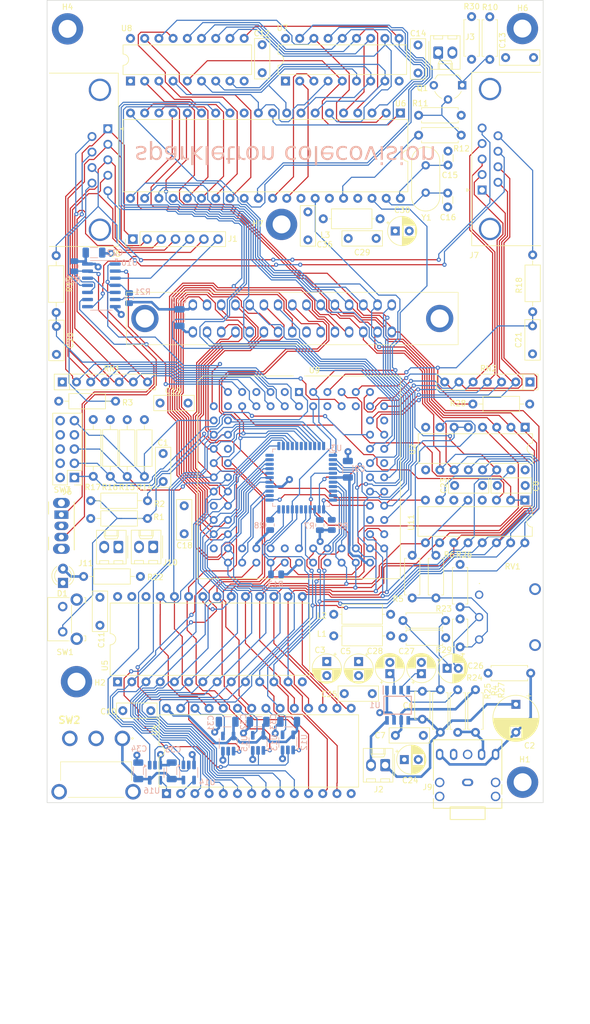
<source format=kicad_pcb>
(kicad_pcb (version 20221018) (generator pcbnew)
  (title_block (title "Portable Colecovision") (date "2024-01-03") (rev "DEV") (company "sparkletron") (comment 1 "Jay Convertino") (comment 2 "MIT LICENSE"))
  (layers (0 "F.Cu" signal) (1 "In1.Cu" power "power.Cu") (2 "In2.Cu" power "ground.Cu") (31 "B.Cu" signal) (34 "B.Paste" user) (35 "F.Paste" user) (36 "B.SilkS" user "B.Silkscreen") (37 "F.SilkS" user "F.Silkscreen") (38 "B.Mask" user) (39 "F.Mask" user) (44 "Edge.Cuts" user))
  (net 0 "")
  (net 1 "Net-(C1-Pad1)")
  (net 2 "GNDD")
  (net 3 "Net-(J3-In)")
  (net 4 "/GLUE/~{CS_hC000}")
  (net 5 "+5V")
  (net 6 "/GLUE/~{CS_h8000}")
  (net 7 "/GLUE/~{CS_hA000}")
  (net 8 "/GLUE/~{CS_hE000}")
  (net 9 "/GLUE/C1P4")
  (net 10 "/GLUE/C1P1")
  (net 11 "/GLUE/C1P2")
  (net 12 "/GLUE/C1P3")
  (net 13 "/GLUE/C5_ARM")
  (net 14 "/GLUE/C1P7")
  (net 15 "/GLUE/C1P6")
  (net 16 "/GLUE/C8_FIRE")
  (net 17 "/GLUE/C1P9")
  (net 18 "/GLUE/TCK")
  (net 19 "/GLUE/TDO")
  (net 20 "/GLUE/TMS")
  (net 21 "/GLUE/TDI")
  (net 22 "Net-(Q1-B)")
  (net 23 "/GLUE/~{RESET_SW}")
  (net 24 "/GLUE/~{INT}")
  (net 25 "/video/Y")
  (net 26 "/GLUE/~{WAIT}")
  (net 27 "/GLUE/~{SND_ENABLE}")
  (net 28 "/GLUE/CLK")
  (net 29 "/GLUE/~{MREQ}")
  (net 30 "/GLUE/~{IORQ}")
  (net 31 "/GLUE/~{WR}")
  (net 32 "/GLUE/~{RESET}")
  (net 33 "/GLUE/~{M1}")
  (net 34 "/GLUE/~{RFSH}")
  (net 35 "/GLUE/~{RAM_CS}")
  (net 36 "/GLUE/~{ROM_ENABLE}")
  (net 37 "/video/nRAS")
  (net 38 "/video/nCAS")
  (net 39 "/video/RnW")
  (net 40 "/GLUE/~{CSW}")
  (net 41 "/GLUE/~{CSR}")
  (net 42 "/video/R7")
  (net 43 "GND")
  (net 44 "/video/R6")
  (net 45 "/video/R5")
  (net 46 "/video/R4")
  (net 47 "/video/R3")
  (net 48 "/video/R2")
  (net 49 "/cpu/~{HALT}")
  (net 50 "/video/R1")
  (net 51 "/cpu/~{NMI}")
  (net 52 "/video/R0")
  (net 53 "/GLUE/D4")
  (net 54 "/GLUE/D3")
  (net 55 "/GLUE/D5")
  (net 56 "/GLUE/D6")
  (net 57 "/GLUE/D2")
  (net 58 "/GLUE/D7")
  (net 59 "/GLUE/D0")
  (net 60 "/GLUE/D1")
  (net 61 "/GLUE/A0")
  (net 62 "/GLUE/A1")
  (net 63 "/GLUE/A2")
  (net 64 "/GLUE/A3")
  (net 65 "/GLUE/A4")
  (net 66 "/GLUE/A5")
  (net 67 "/GLUE/A6")
  (net 68 "/GLUE/A7")
  (net 69 "/GLUE/A8")
  (net 70 "/video/AD7")
  (net 71 "/video/AD6")
  (net 72 "/video/AD5")
  (net 73 "/video/AD4")
  (net 74 "/video/AD3")
  (net 75 "/video/AD2")
  (net 76 "/video/AD1")
  (net 77 "/video/AD0")
  (net 78 "/GLUE/A9")
  (net 79 "/GLUE/A10")
  (net 80 "/GLUE/A11")
  (net 81 "/GLUE/A12")
  (net 82 "/GLUE/A13")
  (net 83 "/GLUE/A14")
  (net 84 "/GLUE/A15")
  (net 85 "Net-(C4-Pad2)")
  (net 86 "Net-(U6-XTAL1)")
  (net 87 "Net-(U6-XTAL2)")
  (net 91 "Net-(U2-OUT)")
  (net 99 "Net-(U11-OUT)")
  (net 100 "/GLUE/C2P4")
  (net 101 "/GLUE/C2P1")
  (net 102 "/GLUE/C2P2")
  (net 103 "/GLUE/C2P3")
  (net 104 "/GLUE/C2P7")
  (net 105 "/GLUE/C2P6")
  (net 106 "/GLUE/C2P9")
  (net 107 "/cpu/~{BUSRQ}")
  (net 108 "/GLUE/~{RD}")
  (net 109 "/cpu/~{BUSAK}")
  (net 110 "/GLUE/~{RAM_OE}")
  (net 112 "Net-(U1-IN)")
  (net 113 "Net-(J10-Pin_1)")
  (net 119 "Net-(J5-Pad9)")
  (net 120 "Net-(J7-Pad9)")
  (net 121 "/controller/in_ARM")
  (net 122 "/controller/in_FIRE")
  (net 123 "/controller/ex_ARM")
  (net 124 "/controller/ex_FIRE")
  (net 125 "/controller/in_disable")
  (net 126 "/controller/ex_disable")
  (net 127 "/storage/A14e")
  (net 128 "/GLUE/~{AY_SND_ENABLE}")
  (net 129 "/GLUE/AS")
  (net 130 "Net-(D1-A)")
  (net 132 "+5VA")
  (net 133 "Net-(C26-Pad1)")
  (net 134 "Net-(C26-Pad2)")
  (net 135 "Net-(U1-SE{slash}~{BTL})")
  (net 136 "Net-(U1-BYPASS)")
  (net 137 "/sound/SP+")
  (net 138 "/sound/SP-")
  (net 139 "/sound/HP+")
  (net 140 "/sound/HP_BTL")
  (net 141 "+5VD")
  (net 142 "+5VP")
  (net 143 "/storage/A12e")
  (net 144 "/storage/A10e")
  (net 145 "/storage/A11e")
  (net 146 "/storage/A13e")
  (net 147 "/storage/ram_mirror")
  (net 148 "+5P")
  (net 149 "Net-(L1-Pad1)")
  (footprint "Crystal:Crystal_HC49-4H_Vertical" (layer "F.Cu") (at 136.144 73.799 -90)
    (fp_text reference "Y1")
    (fp_text value "10.738635 MHz")
  )
  (footprint "Resistor_THT:R_Axial_DIN0207_L6.3mm_D2.5mm_P7.62mm_Horizontal" (layer "F.Cu") (at 137.9728 151.0912 90)
    (fp_text reference "R6")
    (fp_text value "2k2")
  )
  (footprint "Capacitor_THT:C_Disc_D4.7mm_W2.5mm_P5.00mm" (layer "F.Cu") (at 142.2908 154.8396 -90)
    (fp_text reference "C4")
    (fp_text value "100pF")
  )
  (footprint "MountingHole:MountingHole_3.2mm_M3_DIN965_Pad" (layer "F.Cu") (at 153.4414 49.3642)
    (fp_text reference "H6")
    (fp_text value "MountingHole_Pad")
  )
  (footprint "Package_DIP:DIP-40_W15.24mm" (layer "F.Cu") (at 131.6228 64.4518 -90)
    (fp_text reference "U6")
    (fp_text value "TMS9118NL")
  )
  (footprint "Connector_Molex:Molex_KK-254_AE-6410-02A_1x02_P2.54mm_Vertical" (layer "F.Cu") (at 138.3792 53.6568)
    (fp_text reference "J3")
    (fp_text value "Conn_Coaxial")
  )
  (footprint "Connector_Dsub:DSUB-9_Male_Horizontal_P2.77x2.84mm_EdgePinOffset7.70mm_Housed_MountingHolesOffset9.12mm" (layer "F.Cu") (at 79.3218 67.2716 -90)
    (fp_text reference "J5")
    (fp_text value "Player 1")
  )
  (footprint "Resistor_THT:R_Axial_DIN0207_L6.3mm_D2.5mm_P10.16mm_Horizontal" (layer "F.Cu") (at 70.0786 89.928 -90)
    (fp_text reference "R19")
    (fp_text value "10k")
  )
  (footprint "Capacitor_THT:CP_Radial_D5.0mm_P2.50mm" (layer "F.Cu") (at 118.459 162.459088 -90)
    (fp_text reference "C3")
    (fp_text value "10uF")
  )
  (footprint "Capacitor_THT:CP_Radial_D5.0mm_P2.00mm" (layer "F.Cu") (at 129.7366 164.619313 90)
    (fp_text reference "C28")
    (fp_text value "2.2uF")
  )
  (footprint "Resistor_THT:R_Axial_DIN0207_L6.3mm_D2.5mm_P10.16mm_Horizontal" (layer "F.Cu") (at 85.852 129.3996 90)
    (fp_text reference "R14")
    (fp_text value "1k")
  )
  (footprint "Resistor_THT:R_Axial_DIN0207_L6.3mm_D2.5mm_P10.16mm_Horizontal" (layer "F.Cu") (at 85.1408 147.2558 180)
    (fp_text reference "R22")
    (fp_text value "220R")
  )
  (footprint "Resistor_THT:R_Array_SIP7" (layer "F.Cu") (at 71.1708 112.5086)
    (fp_text reference "RN1")
    (fp_text value "10k")
  )
  (footprint "Resistor_THT:R_Axial_DIN0207_L6.3mm_D2.5mm_P7.62mm_Horizontal" (layer "F.Cu") (at 132.1054 158.2032)
    (fp_text reference "R29")
    (fp_text value "2R")
  )
  (footprint "Inductor_THT:L_Axial_L7.0mm_D3.3mm_P10.16mm_Horizontal_Fastron_MICC" (layer "F.Cu") (at 117.8306 83.3494)
    (fp_text reference "L3")
    (fp_text value "4.7uH")
  )
  (footprint "Capacitor_THT:CP_Radial_D5.0mm_P2.50mm" (layer "F.Cu") (at 132.322688 179.971)
    (fp_text reference "C24")
    (fp_text value "10uF")
  )
  (footprint "MountingHole:MountingHole_3.2mm_M3_DIN965_Pad" (layer "F.Cu") (at 73.7108 166.0518)
    (fp_text reference "H2")
    (fp_text value "MountingHole_Pad")
  )
  (footprint "Resistor_THT:R_Axial_DIN0207_L6.3mm_D2.5mm_P7.62mm_Horizontal" (layer "F.Cu") (at 139.7 155.1298 180)
    (fp_text reference "R23")
    (fp_text value "10K")
  )
  (footprint "Package_DIP:DIP-28_W15.24mm" (layer "F.Cu") (at 89.799 186.0466 90)
    (fp_text reference "U4")
    (fp_text value "CY62256-55PC")
  )
  (footprint "Inductor_THT:L_Axial_L7.0mm_D3.3mm_P10.16mm_Horizontal_Fastron_MICC" (layer "F.Cu") (at 129.8702 157.873 180)
    (fp_text reference "L1")
    (fp_text value "4.7uH")
  )
  (footprint "Package_DIP:DIP-18_W7.62mm" (layer "F.Cu") (at 111.0742 58.7368 90)
    (fp_text reference "U7")
    (fp_text value "TMS4416")
  )
  (footprint "Connector_Molex:Molex_KK-254_AE-6410-02A_1x02_P2.54mm_Vertical" (layer "F.Cu") (at 81.2038 141.9926 180)
    (fp_text reference "J11")
    (fp_text value "Conn_01x02")
  )
  (footprint "Capacitor_THT:C_Disc_D7.0mm_W2.5mm_P5.00mm" (layer "F.Cu") (at 86.995 171.2334 180)
    (fp_text reference "C10")
    (fp_text value "100nF")
  )
  (footprint "Capacitor_THT:C_Disc_D7.0mm_W2.5mm_P5.00mm" (layer "F.Cu") (at 70.1294 102.581 -90)
    (fp_text reference "C20")
    (fp_text value "10nF")
  )
  (footprint "Capacitor_THT:C_Disc_D7.0mm_W2.5mm_P5.00mm" (layer "F.Cu") (at 115.0874 82.1194 -90)
    (fp_text reference "C36")
    (fp_text value "100nF")
  )
  (footprint "RV100F-30:RV100F304K1B50K" (layer "F.Cu") (at 145.6988 150.5148 -90)
    (fp_text reference "RV1")
    (fp_text value "10K" hide)
  )
  (footprint "jacks2:SJ1-3525NG_CUD" (layer "F.Cu") (at 143.6408 184.049599 180)
    (fp_text reference "J9")
    (fp_text value "SJ1-3525NG")
  )
  (footprint "Resistor_THT:R_Axial_DIN0207_L6.3mm_D2.5mm_P10.16mm_Horizontal" (layer "F.Cu") (at 144.5768 116.4456)
    (fp_text reference "R28")
    (fp_text value "100k")
  )
  (footprint "Resistor_THT:R_Axial_DIN0207_L6.3mm_D2.5mm_P7.62mm_Horizontal" (layer "F.Cu") (at 147.5994 47.256 -90)
    (fp_text reference "R10")
    (fp_text value "75R")
  )
  (footprint "Resistor_THT:R_Axial_DIN0207_L6.3mm_D2.5mm_P10.16mm_Horizontal" (layer "F.Cu") (at 79.756 129.3742 90)
    (fp_text reference "R16")
    (fp_text value "1k")
  )
  (footprint "Connector_PinHeader_2.54mm:PinHeader_2x05_P2.54mm_Vertical" (layer "F.Cu") (at 73.3348 129.5724 180)
    (fp_text reference "J6")
    (fp_text value "Conn_02x05_Odd_Even")
  )
  (footprint "Resistor_THT:R_Axial_DIN0207_L6.3mm_D2.5mm_P7.62mm_Horizontal" (layer "F.Cu") (at 142.494 68.4142 180)
    (fp_text reference "R12")
    (fp_text value "100R")
  )
  (footprint "Capacitor_THT:C_Disc_D7.0mm_W2.5mm_P5.00mm" (layer "F.Cu") (at 153.9348 130.9998 180)
    (fp_text reference "C8")
    (fp_text value "100nF")
  )
  (footprint "Resistor_THT:R_Axial_DIN0207_L6.3mm_D2.5mm_P10.16mm_Horizontal" (layer "F.Cu") (at 80.6958 115.9376 180)
    (fp_text reference "R3")
    (fp_text value "100k")
  )
  (footprint "Capacitor_THT:C_Disc_D7.0mm_W2.5mm_P5.00mm" (layer "F.Cu") (at 130.723 175.653)
    (fp_text reference "C7")
    (fp_text value "100nF")
  )
  (footprint "Capacitor_THT:CP_Radial_D5.0mm_P2.00mm" (layer "F.Cu") (at 135.3754 164.619313 90)
    (fp_text reference "C27")
    (fp_text value "0.1uF")
  )
  (footprint "Resistor_THT:R_Axial_DIN0207_L6.3mm_D2.5mm_P10.16mm_Horizontal" (layer "F.Cu") (at 76.708 129.3742 90)
    (fp_text reference "R17")
    (fp_text value "1k")
  )
  (footprint "Connector_Dsub:DSUB-9_Male_Horizontal_P2.77x2.84mm_EdgePinOffset7.70mm_Housed_MountingHolesOffset9.12mm" (layer "F.Cu") (at 146.2326 78.2108 90)
    (fp_text reference "J7")
    (fp_text value "Player 2")
  )
  (footprint "Package_LCC:PLCC-84_THT-Socket" (layer "F.Cu") (at 113.4872 114.3009)
    (fp_text reference "U9")
    (fp_text value "EPM7128SLC")
  )
  (footprint "Package_DIP:DIP-16_W7.62mm" (layer "F.Cu") (at 153.8732 133.616 -90)
    (fp_text reference "U11")
    (fp_text value "YMZ284")
  )
  (footprint "Capacitor_THT:C_Disc_D3.0mm_W1.6mm_P2.50mm" (layer "F.Cu") (at 140.081 78.7466 -90)
    (fp_text reference "C16")
    (fp_text value "33pF")
  )
  (footprint "Capacitor_THT:C_Disc_D7.0mm_W2.5mm_P5.00mm" (layer "F.Cu") (at 92.964 134.632 -90)
    (fp_text reference "C18")
    (fp_text value "100nF")
  )
  (footprint "LED_THT:LED_D3.0mm" (layer "F.Cu") (at 71.2978 148.4038 90)
    (fp_text reference "D1")
    (fp_text value "LED")
  )
  (footprint "Capacitor_THT:C_Disc_D3.0mm_W1.6mm_P2.50mm" (layer "F.Cu") (at 140.1318 71.2536 -90)
    (fp_text reference "C15")
    (fp_text value "33pF")
  )
  (footprint "Resistor_THT:R_Axial_DIN0207_L6.3mm_D2.5mm_P7.62mm_Horizontal" (layer "F.Cu") (at 147.2946 164.5278)
    (fp_text reference "R24")
    (fp_text value "1K")
  )
  (footprint "Resistor_THT:R_Array_SIP7" (layer "F.Cu") (at 154.7876 112.5086 180)
    (fp_text reference "RN2")
    (fp_text value "10k")
  )
  (footprint "Capacitor_THT:C_Disc_D7.0mm_W2.5mm_P5.00mm" (layer "F.Cu") (at 134.7724 57.2998 90)
    (fp_text reference "C14")
    (fp_text value "100nF")
  )
  (footprint "Button_Switch_THT:SW_Tactile_SKHH_Angled" (layer "F.Cu") (at 71.247 157.1364 90)
    (fp_text reference "SW1")
    (fp_text value "SW_Push")
  )
  (footprint "Resistor_THT:R_Axial_DIN0207_L6.3mm_D2.5mm_P7.62mm_Horizontal" (layer "F.Cu") (at 145.04345 175.1088 90)
    (fp_text reference "R27")
    (fp_text value "100K")
  )
  (footprint "Capacitor_THT:C_Disc_D7.0mm_W2.5mm_P5.00mm" (layer "F.Cu") (at 126.5898 168.1854 180)
    (fp_text reference "C25")
    (fp_text value "100nF")
  )
  (footprint "Connector_Molex:Molex_KK-254_AE-6410-02A_1x02_P2.54mm_Vertical" (layer "F.Cu") (at 128.905 180.967 180)
    (fp_text reference "J2")
    (fp_text value "Conn_01x02")
  )
  (footprint "MountingHole:MountingHole_3.2mm_M3_DIN965_Pad" (layer "F.Cu") (at 110.3757 84.3527)
    (fp_text reference "H7")
    (fp_text value "MountingHole_Pad")
  )
  (footprint "Inductor_THT:L_Axial_L7.0mm_D3.3mm_P10.16mm_Horizontal_Fastron_MICC" (layer "F.Cu") (at 129.8702 154.0122 180)
    (fp_text reference "L2")
    (fp_text value "4.7uH")
  )
  (footprint "Resistor_THT:R_Axial_DIN0207_L6.3mm_D2.5mm_P7.62mm_Horizontal" (layer "F.Cu") (at 133.731 151.0912 90)
    (fp_text reference "R5")
    (fp_text value "2k2")
  )
  (footprint "Package_DIP:DIP-28_W15.24mm" (layer "F.Cu") (at 81.0614 166.0822 90)
    (fp_text reference "U5")
    (fp_text value "27C256")
  )
  (footprint "Capacitor_THT:C_Disc_D7.0mm_W2.5mm_P5.00mm" (layer "F.Cu") (at 93.6498 116.2678 180)
    (fp_text reference "C19")
    (fp_text value "100nF")
  )
  (footprint "MountingHole:MountingHole_3.2mm_M3_DIN965_Pad" (layer "F.Cu") (at 72.1106 49.415)
    (fp_text reference "H4")
    (fp_text value "MountingHole_Pad")
  )
  (footprint "Resistor_THT:R_Axial_DIN0207_L6.3mm_D2.5mm_P7.62mm_Horizontal" (layer "F.Cu") (at 144.3482 54.8506 90)
    (fp_text reference "R30")
    (fp_text value "2R")
  )
  (footprint "Resistor_THT:R_Axial_DIN0207_L6.3mm_D2.5mm_P10.16mm_Horizontal" (layer "F.Cu") (at 155.2702 89.801 -90)
    (fp_text reference "R18")
    (fp_text value "10k")
  )
  (footprint "Resistor_THT:R_Axial_DIN0207_L6.3mm_D2.5mm_P10.16mm_Horizontal" (layer "F.Cu") (at 76.2508 136.8926)
    (fp_text reference "R1")
    (fp_text value "4k7")
  )
  (footprint "MountingHole:MountingHole_3.2mm_M3_DIN965_Pad" (layer "F.Cu") (at 153.4668 184.0096)
    (fp_text reference "H1")
    (fp_text value "MountingHole_Pad")
  )
  (footprint "Resistor_THT:R_Axial_DIN0207_L6.3mm_D2.5mm_P7.62mm_Horizontal" (layer "F.Cu") (at 142.2908 145.0968 -90)
    (fp_text reference "R26")
    (fp_text value "1K")
  )
  (footprint "Capacitor_THT:C_Disc_D4.7mm_W2.5mm_P5.00mm" (layer "F.Cu") (at 135.54155 172.7574 90)
    (fp_text reference "C6")
    (fp_text value "270pF")
  )
  (footprint "Resistor_THT:R_Axial_DIN0207_L6.3mm_D2.5mm_P10.16mm_Horizontal" (layer "F.Cu") (at 76.2508 133.7176)
    (fp_text reference "R2")
    (fp_text value "470R")
  )
  (footprint "Switches_THT:SW_CuK_OS102011MA1QN1_SPDT_Angled" (layer "F.Cu") (at 71.0118 136.2134 -90)
    (fp_text reference "SW3")
    (fp_text value "SW_SPDT")
  )
  (footprint "Capacitor_THT:C_Disc_D7.0mm_W2.5mm_P5.00mm" (layer "F.Cu") (at 106.9086 57.249 90)
    (fp_text reference "C12")
    (fp_text value "100nF")
  )
  (footprint "Resistor_THT:R_Axial_DIN0207_L6.3mm_D2.5mm_P10.16mm_Horizontal" (layer "F.Cu") (at 82.7786 129.3996 90)
    (fp_text reference "R15")
    (fp_text value "1k")
  )
  (footprint "Capacitor_THT:C_Disc_D7.0mm_W2.5mm_P5.00mm" (layer "F.Cu") (at 77.9018 150.9788 -90)
    (fp_text reference "C11")
    (fp_text value "100nF")
  )
  (footprint "Capacitor_THT:CP_Radial_D5.0mm_P2.50mm" (layer "F.Cu") (at 130.697087 85.5338)
    (fp_text reference "C30")
    (fp_text value "10uF")
  )
  (footprint "Connector_Molex:Molex_KK-254_AE-6410-02A_1x02_P2.54mm_Vertical" (layer "F.Cu") (at 87.4268 141.9726 180)
    (fp_text reference "J10")
    (fp_text value "Conn_01x02")
  )
  (footprint "Resistor_THT:R_Axial_DIN0207_L6.3mm_D2.5mm_P7.62mm_Horizontal" (layer "F.Cu") (at 138.7602 167.4742 -90)
    (fp_text reference "R25")
    (fp_text value "68K")
  )
  (footprint "Capacitor_THT:C_Disc_D7.0mm_W2.5mm_P5.00mm" (layer "F.Cu") (at 155.2448 102.4902 -90)
    (fp_text reference "C21")
    (fp_text value "10nF")
  )
  (footprint "logos:sparkletron" (layer "F.Cu") (at 138.3842 226.960062)
    (fp_text reference "S1" hide)
    (fp_text value "sparkletron" hide)
  )
  (footprint "TE_5530841-2:55308412_coleco" (layer "F.Cu") (at 130.0734 98.7418)
    (fp_text reference "J4" hide)
    (fp_text value "Cartridge Port" hide)
  )
  (footprint "Capacitor_THT:C_Disc_D7.0mm_W2.5mm_P5.00mm" (layer "F.Cu") (at 146.3148 130.9998 180)
    (fp_text reference "C23")
    (fp_text value "100nF")
  )
  (footprint "Capacitor_THT:C_Disc_D7.0mm_W2.5mm_P5.00mm" (layer "F.Cu") (at 127.2902 86.8546 180)
    (fp_text reference "C29")
    (fp_text value "100nF")
  )
  (footprint "1101M2S3ABE2:1101M2S3ABE2" (layer "F.Cu") (at 81.9155 176.1896)
    (fp_text reference "SW2")
    (fp_text value "SW_SPDT" hide)
  )
  (footprint "Package_DIP:DIP-18_W7.62mm" (layer "F.Cu") (at 83.3628 58.7368 90)
    (fp_text reference "U8")
    (fp_text value "TMS4416")
  )
  (footprint "Capacitor_THT:CP_Radial_D5.0mm_P2.50mm" (layer "F.Cu") (at 124.1486 162.459088 -90)
    (fp_text reference "C5")
    (fp_text value "10uF")
  )
  (footprint "Capacitor_THT:C_Disc_D7.0mm_W2.5mm_P5.00mm" (layer "F.Cu") (at 89.2048 130.2848 90)
    (fp_text reference "C1")
    (fp_text value "100nF")
  )
  (footprint "Package_TO_SOT_THT:TO-92_Wide" (layer "F.Cu") (at 142.6718 59.4908 180)
    (fp_text reference "Q1")
    (fp_text value "2N3904")
  )
  (footprint "Capacitor_THT:CP_Radial_D5.0mm_P2.00mm" (layer "F.Cu") (at 139.9794 163.6642)
    (fp_text reference "C26")
    (fp_text value "0.47uF")
  )
  (footprint "Resistor_THT:R_Axial_DIN0207_L6.3mm_D2.5mm_P7.62mm_Horizontal" (layer "F.Cu") (at 134.874 64.8582)
    (fp_text reference "R11")
    (fp_text value "510R")
  )
  (footprint "Resistor_THT:R_Axial_DIN0207_L6.3mm_D2.5mm_P7.62mm_Horizontal" (layer "F.Cu") (at 141.87615 175.1088 90)
    (fp_text reference "R4")
    (fp_text value "100K")
  )
  (footprint "Connector_PinHeader_2.54mm:PinHeader_1x07_P2.54mm_Vertical" (layer "F.Cu") (at 83.7896 86.9816 90)
    (fp_text reference "J1")
    (fp_text value "Conn_01x07")
  )
  (footprint "Package_DIP:DIP-16_W7.62mm" (layer "F.Cu") (at 153.924 120.5958 -90)
    (fp_text reference "U2")
    (fp_text value "SN76489AN")
  )
  (footprint "Capacitor_THT:C_Disc_D7.0mm_W2.5mm_P5.00mm" (layer "F.Cu") (at 150.4334 54.5458)
    (fp_text reference "C13")
    (fp_text value "100nF")
  )
  (footprint "Capacitor_THT:CP_Radial_D8.0mm_P5.00mm" (layer "F.Cu") (at 152.273 170.100749 -90)
    (fp_text reference "C2")
    (fp_text value "330uF")
  )
  (footprint "Package_TO_SOT_SMD:SOT-23-5_HandSoldering" (layer "B.Cu") (at 87.7468 182.3116 -90)
    (fp_text reference "U16")
    (fp_text value "74AHCT1G08")
  )
  (footprint "Resistor_SMD:R_0805_2012Metric" (layer "B.Cu") (at 73.3298 91.8311 -90)
    (fp_text reference "R20")
    (fp_text value "1K")
  )
  (footprint "Package_TO_SOT_SMD:SOT-23-5_HandSoldering" (layer "B.Cu") (at 93.7768 182.2786 -90)
    (fp_text reference "U14")
    (fp_text value "74AHCT1G08")
  )
  (footprint "Capacitor_SMD:C_1206_3216Metric" (layer "B.Cu") (at 76.8368 89.3946)
    (fp_text reference "C22")
    (fp_text value "100nF")
  )
  (footprint "Capacitor_SMD:C_1206_3216Metric" (layer "B.Cu") (at 100.64554 173.2146 180)
    (fp_text reference "C31")
    (fp_text value "100nF")
  )
  (footprint "TPA:SOIC127P600X175-8N" (layer "B.Cu") (at 131.12425 170.2574 -90)
    (fp_text reference "U1")
    (fp_text value "TPA711D" hide)
  )
  (footprint "Capacitor_SMD:C_1206_3216Metric" (layer "B.Cu") (at 106.18454 173.2146 180)
    (fp_text reference "C32")
    (fp_text value "100nF")
  )
  (footprint "Capacitor_SMD:C_1206_3216Metric" (layer "B.Cu") (at 84.7598 181.9776 90)
    (fp_text reference "C34")
    (fp_text value "100nF")
  )
  (footprint "Resistor_SMD:R_0805_2012Metric" (layer "B.Cu") (at 83.1088 97.5226 -90)
    (fp_text reference "R21")
    (fp_text value "1k")
  )
  (footprint "Capacitor_SMD:C_1206_3216Metric" (layer "B.Cu") (at 90.7288 181.9776 90)
    (fp_text reference "C35")
    (fp_text value "100nF")
  )
  (footprint "Package_TO_SOT_SMD:SOT-23-5_HandSoldering" (layer "B.Cu") (at 111.50154 176.8976 90)
    (fp_text reference "U12")
    (fp_text value "74AHCT1G08")
  )
  (footprint "Capacitor_SMD:C_1206_3216Metric" (layer "B.Cu") (at 92.1258 101.0006 -90)
    (fp_text reference "C17")
    (fp_text value "100nF")
  )
  (footprint "Package_SO:SOIC-14_3.9x8.7mm_P1.27mm" (layer "B.Cu") (at 78.1558 95.2366 180)
    (fp_text reference "U10")
    (fp_text value "74ABT125")
  )
  (footprint "Resistor_SMD:R_0805_2012Metric" (layer "B.Cu") (at 109.3978 146.8748)
    (fp_text reference "R13")
    (fp_text value "3k3")
  )
  (footprint "Package_QFP:LQFP-44_10x10mm_P0.8mm" (layer "B.Cu") (at 113.8919 129.6045 180)
    (fp_text reference "U3")
    (fp_text value "Z84C0010AEG")
  )
  (footprint "Resistor_SMD:R_0805_2012Metric" (layer "B.Cu") (at 119.3546 138.0499 -90)
    (fp_text reference "R9")
    (fp_text value "3K3")
  )
  (footprint "Package_TO_SOT_SMD:SOT-23-5_HandSoldering" (layer "B.Cu") (at 106.17254 176.9776 90)
    (fp_text reference "U13")
    (fp_text value "74AHCT1G08")
  )
  (footprint "Resistor_SMD:R_0805_2012Metric" (layer "B.Cu") (at 117.221 138.0753 -90)
    (fp_text reference "R7")
    (fp_text value "3K3")
  )
  (footprint "Package_TO_SOT_SMD:SOT-23-5_HandSoldering" (layer "B.Cu") (at 100.83854 177.1046 90)
    (fp_text reference "U15")
    (fp_text value "74AHCT1G08")
  )
  (footprint "Capacitor_SMD:C_1206_3216Metric" (layer "B.Cu") (at 122.2248 128.0931 90)
    (fp_text reference "C9")
    (fp_text value "100nF")
  )
  (footprint "Capacitor_SMD:C_1206_3216Metric" (layer "B.Cu") (at 111.64554 173.2146 180)
    (fp_text reference "C33")
    (fp_text value "100nF")
  )
  (footprint "Resistor_SMD:R_0805_2012Metric" (layer "B.Cu") (at 108.331 138.0499 90)
    (fp_text reference "R8")
    (fp_text value "3K3")
  )
  (gr_rect (start 68.453 44.3096) (end 157.1498 187.6672) (stroke (width 0.1)) (fill none) (layer "Edge.Cuts"))
  (segment (start 80.9498 136.8926) (end 76.581 141.2614) (width 0.2032) (layer "B.Cu") (net 1))
  (segment (start 81.80554 136.8926) (end 80.9498 136.8926) (width 0.2032) (layer "B.Cu") (net 1))
  (segment (start 87.9348 135.3686) (end 86.4108 136.8926) (width 0.2032) (layer "B.Cu") (net 1))
  (segment (start 76.581 141.2614) (end 76.581 150.6086) (width 0.2032) (layer "B.Cu") (net 1))
  (segment (start 81.0514 136.8926) (end 81.80554 136.8926) (width 0.2032) (layer "B.Cu") (net 1))
  (segment (start 71.247 155.9426) (end 71.247 157.1364) (width 0.2032) (layer "B.Cu") (net 1))
  (segment (start 76.581 150.6086) (end 71.247 155.9426) (width 0.2032) (layer "B.Cu") (net 1))
  (segment (start 86.4108 136.8926) (end 81.80554 136.8926) (width 0.2032) (layer "B.Cu") (net 1))
  (segment (start 76.2508 133.7176) (end 77.8764 133.7176) (width 0.2032) (layer "B.Cu") (net 1))
  (segment (start 89.2048 130.2848) (end 87.9348 131.5548) (width 0.2032) (layer "B.Cu") (net 1))
  (segment (start 87.9348 131.5548) (end 87.9348 135.3686) (width 0.2032) (layer "B.Cu") (net 1))
  (segment (start 77.8764 133.7176) (end 81.0514 136.8926) (width 0.2032) (layer "B.Cu") (net 1))
  (segment (start 81.9155 170.9635) (end 82.0724 170.8066) (width 0.2032) (layer "F.Cu") (net 2))
  (via (at 84.5058 179.1836) (size 1.27) (drill 0.5588) (layers "F.Cu" "B.Cu") (net 2))
  (via (at 88.7374 179.0566) (size 1.27) (drill 0.5588) (layers "F.Cu" "B.Cu") (net 2))
  (via (at 99.88854 180.0776) (size 1.27) (drill 0.5588) (layers "F.Cu" "B.Cu") (net 2))
  (via (at 127.9398 171.589) (size 1.27) (drill 0.5588) (layers "F.Cu" "B.Cu") (net 2))
  (via (at 98.418197 175.060943) (size 1.27) (drill 0.5588) (layers "F.Cu" "B.Cu") (net 2))
  (via (at 105.21754 179.9456) (size 1.27) (drill 0.5588) (layers "F.Cu" "B.Cu") (net 2))
  (via (at 122.2502 124.9546) (size 1.27) (drill 0.5588) (layers "F.Cu" "B.Cu") (net 2))
  (via (at 79.9338 89.5216) (size 1.27) (drill 0.5588) (layers "F.Cu" "B.Cu") (net 2))
  (via (at 110.55154 179.8186) (size 1.27) (drill 0.5588) (layers "F.Cu" "B.Cu") (net 2))
  (via (at 81.7118 100.4436) (size 1.27) (drill 0.5588) (layers "F.Cu" "B.Cu") (net 2))
  (via (at 94.398172 179.070228) (size 1.27) (drill 0.5588) (layers "F.Cu" "B.Cu") (net 2))
  (via (at 109.236904 175.306327) (size 1.27) (drill 0.5588) (layers "F.Cu" "B.Cu") (net 2))
  (via (at 103.56654 175.2466) (size 1.27) (drill 0.5588) (layers "F.Cu" "B.Cu") (net 2))
  (via (at 111.7854 129.933) (size 1.27) (drill 0.5588) (layers "F.Cu" "B.Cu") (net 2))
  (segment (start 80.6308 99.0466) (end 80.6308 99.3626) (width 0.4572) (layer "B.Cu") (net 2))
  (segment (start 84.5058 180.3756) (end 84.5058 179.1836) (width 0.4572) (layer "B.Cu") (net 2))
  (segment (start 127.9398 171.589) (end 129.21925 171.589) (width 0.4572) (layer "B.Cu") (net 2))
  (segment (start 88.6968 180.9616) (end 90.2698 180.9616) (width 0.4572) (layer "B.Cu") (net 2))
  (segment (start 94.7268 179.398856) (end 94.398172 179.070228) (width 0.4572) (layer "B.Cu") (net 2))
  (segment (start 129.21925 171.589) (end 129.21925 167.5454) (width 0.4572) (layer "B.Cu") (net 2))
  (segment (start 78.3118 89.5216) (end 79.9338 89.5216) (width 0.4572) (layer "B.Cu") (net 2))
  (segment (start 80.6308 99.3626) (end 81.7118 100.4436) (width 0.4572) (layer "B.Cu") (net 2))
  (segment (start 122.2248 126.6181) (end 122.2248 124.98) (width 0.4572) (layer "B.Cu") (net 2))
  (segment (start 122.2248 124.98) (end 122.2502 124.9546) (width 0.4572) (layer "B.Cu") (net 2))
  (segment (start 105.21754 179.9456) (end 105.21754 178.3326) (width 0.4572) (layer "B.Cu") (net 2))
  (segment (start 130.48925 172.1867) (end 130.48925 172.9694) (width 0.4572) (layer "B.Cu") (net 2))
  (segment (start 105.21754 178.3326) (end 105.22254 178.3276) (width 0.4572) (layer "B.Cu") (net 2))
  (segment (start 99.88854 180.0776) (end 99.88854 178.4546) (width 0.4572) (layer "B.Cu") (net 2))
  (segment (start 104.70954 174.1036) (end 103.56654 175.2466) (width 0.4572) (layer "B.Cu") (net 2))
  (segment (start 110.55154 179.8186) (end 110.55154 178.2476) (width 0.4572) (layer "B.Cu") (net 2))
  (segment (start 127.9398 171.589) (end 129.89155 171.589) (width 0.4572) (layer "B.Cu") (net 2))
  (segment (start 93.218 103.5678) (end 92.1258 102.4756) (width 0.4572) (layer "B.Cu") (net 2))
  (segment (start 88.6968 180.9616) (end 88.6968 179.0972) (width 0.4572) (layer "B.Cu") (net 2))
  (segment (start 99.17054 173.2146) (end 99.17054 174.3086) (width 0.4572) (layer "B.Cu") (net 2))
  (segment (start 109.236904 174.148236) (end 109.236904 175.306327) (width 0.4572) (layer "B.Cu") (net 2))
  (segment (start 108.2294 131.2045) (end 110.5139 131.2045) (width 0.4572) (layer "B.Cu") (net 2))
  (segment (start 99.17054 174.3086) (end 98.418197 175.060943) (width 0.4572) (layer "B.Cu") (net 2))
  (segment (start 94.5134 103.5678) (end 93.218 103.5678) (width 0.4572) (layer "B.Cu") (net 2))
  (segment (start 129.89155 171.589) (end 130.48925 172.1867) (width 0.4572) (layer "B.Cu") (net 2))
  (segment (start 110.5139 131.2045) (end 111.7854 129.933) (width 0.4572) (layer "B.Cu") (net 2))
  (segment (start 104.70954 173.2146) (end 104.70954 174.1036) (width 0.4572) (layer "B.Cu") (net 2))
  (segment (start 88.6968 179.0972) (end 88.7374 179.0566) (width 0.4572) (layer "B.Cu") (net 2))
  (segment (start 90.2698 180.9616) (end 90.7288 180.5026) (width 0.4572) (layer "B.Cu") (net 2))
  (segment (start 94.7268 180.9286) (end 94.7268 179.398856) (width 0.4572) (layer "B.Cu") (net 2))
  (segment (start 110.17054 173.2146) (end 109.236904 174.148236) (width 0.4572) (layer "B.Cu") (net 2))
  (segment (start 142.6718 58.94) (end 142.6718 59.4908) (width 0.2032) (layer "B.Cu") (net 3))
  (segment (start 142.6718 59.4908) (end 142.6718 58.8638) (width 0.2032) (layer "B.Cu") (net 3))
  (segment (start 138.3792 54.5712) (end 138.3792 53.6568) (width 0.2032) (layer "B.Cu") (net 3))
  (segment (start 146.7358 54.876) (end 142.6718 58.94) (width 0.2032) (layer "B.Cu") (net 3))
  (segment (start 142.6718 58.8638) (end 138.3792 54.5712) (width 0.2032) (layer "B.Cu") (net 3))
  (segment (start 147.5994 54.876) (end 146.7358 54.876) (width 0.2032) (layer "B.Cu") (net 3))
  (segment (start 130.0734 98.7418) (end 128.6002 100.215) (width 0.2032) (layer "B.Cu") (net 4))
  (segment (start 132.9944 114.821356) (end 132.994399 126.328044) (width 0.2032) (layer "B.Cu") (net 4))
  (segment (start 128.6002 100.215) (end 128.6002 104.411048) (width 0.2032) (layer "B.Cu") (net 4))
  (segment (start 128.306359 133.0969) (end 127.276059 132.0666) (width 0.2032) (layer "B.Cu") (net 4))
  (segment (start 128.9812 110.808156) (end 132.9944 114.821356) (width 0.2032) (layer "B.Cu") (net 4))
  (segment (start 126.2015 132.0666) (end 126.1872 132.0809) (width 0.2032) (layer "B.Cu") (net 4))
  (segment (start 128.9812 104.792048) (end 128.9812 110.808156) (width 0.2032) (layer "B.Cu") (net 4))
  (segment (start 132.994399 126.328044) (end 132.2874 127.035047) (width 0.2032) (layer "B.Cu") (net 4))
  (segment (start 132.2874 127.035047) (end 132.2874 130.527299) (width 0.2032) (layer "B.Cu") (net 4))
  (segment (start 127.276059 132.0666) (end 126.2015 132.0666) (width 0.2032) (layer "B.Cu") (net 4))
  (segment (start 128.6002 104.411048) (end 128.9812 104.792048) (width 0.2032) (layer "B.Cu") (net 4))
  (segment (start 132.2874 130.527299) (end 129.717799 133.0969) (width 0.2032) (layer "B.Cu") (net 4))
  (segment (start 129.717799 133.0969) (end 128.306359 133.0969) (width 0.2032) (layer "B.Cu") (net 4))
  (via (at 77.58234 91.94926) (size 1.27) (drill 0.5588) (layers "F.Cu" "B.Cu") (net 5))
  (via (at 117.2718 141.0074) (size 1.27) (drill 0.5588) (layers "F.Cu" "B.Cu") (net 5))
  (segment (start 107.12254 175.6276) (end 107.12254 173.7516) (width 0.4572) (layer "B.Cu") (net 5))
  (segment (start 122.4534 141.746411) (end 122.4534 142.887789) (width 0.4572) (layer "B.Cu") (net 5))
  (segment (start 113.12054 174.8786) (end 112.45154 175.5476) (width 0.4572) (layer "B.Cu") (net 5))
  (segment (start 91.0816 172.0892) (end 89.799 170.8066) (width 0.4572) (layer "B.Cu") (net 5))
  (segment (start 122.5042 129.8475) (end 122.5042 141.695611) (width 0.4572) (layer "B.Cu") (net 5))
  (segment (start 102.92414 176.8902) (end 101.78854 175.7546) (width 0.4572) (layer "B.Cu") (net 5))
  (segment (start 92.6508 183.4526) (end 92.8268 183.6286) (width 0.4572) (layer "B.Cu") (net 5))
  (segment (start 117.2464 138.9624) (end 117.221 138.9878) (width 0.4572) (layer "B.Cu") (net 5))
  (segment (start 100.52594 177.0172) (end 98.5954 177.0172) (width 0.4572) (layer "B.Cu") (net 5))
  (segment (start 77.05968 91.4266) (end 75.6808 91.4266) (width 0.4572) (layer "B.Cu") (net 5))
  (segment (start 105.8672 141.4262) (end 108.331 138.9624) (width 0.4572) (layer "B.Cu") (net 5))
  (segment (start 75.6808 91.4266) (end 75.2236 90.9694) (width 0.4572) (layer "B.Cu") (net 5))
  (segment (start 105.8672 142.2409) (end 105.8672 141.4262) (width 0.4572) (layer "B.Cu") (net 5))
  (segment (start 101.78854 173.5466) (end 101.78854 175.7546) (width 0.4572) (layer "B.Cu") (net 5))
  (segment (start 122.4534 142.887789) (end 123.152711 143.5871) (width 0.4572) (layer "B.Cu") (net 5))
  (segment (start 102.12054 173.2146) (end 101.78854 173.5466) (width 0.4572) (layer "B.Cu") (net 5))
  (segment (start 119.5908 129.5681) (end 119.5544 129.6045) (width 0.4572) (layer "B.Cu") (net 5))
  (segment (start 113.12054 173.2146) (end 113.12054 174.8786) (width 0.4572) (layer "B.Cu") (net 5))
  (segment (start 82.9818 98.4351) (end 83.1702 98.2467) (width 0.4572) (layer "B.Cu") (net 5))
  (segment (start 119.3546 138.9624) (end 117.2464 138.9624) (width 0.4572) (layer "B.Cu") (net 5))
  (segment (start 89.6752 182.399) (end 90.7288 183.4526) (width 0.4572) (layer "B.Cu") (net 5))
  (segment (start 98.5954 177.0172) (end 93.6674 172.0892) (width 0.4572) (layer "B.Cu") (net 5))
  (segment (start 75.3618 89.5216) (end 75.3618 91.1076) (width 0.4572) (layer "B.Cu") (net 5))
  (segment (start 93.7296 99.5256) (end 94.5134 98.7418) (width 0.4572) (layer "B.Cu") (net 5))
  (segment (start 81.9155 180.6083) (end 81.9155 176.1896) (width 0.4572) (layer "B.Cu") (net 5))
  (segment (start 123.152711 143.5871) (end 124.167216 143.5871) (width 0.4572) (layer "B.Cu") (net 5))
  (segment (start 125.361016 144.7809) (end 126.1872 144.7809) (width 0.4572) (layer "B.Cu") (net 5))
  (segment (start 82.9818 98.5856) (end 82.9818 98.4351) (width 0.4572) (layer "B.Cu") (net 5))
  (segment (start 117.221 138.9878) (end 117.221 140.9566) (width 0.4572) (layer "B.Cu") (net 5))
  (segment (start 86.5878 183.4526) (end 86.7968 183.6616) (width 0.4572) (layer "B.Cu") (net 5))
  (segment (start 73.4041 90.9694) (end 73.3298 90.8951) (width 0.4572) (layer "B.Cu") (net 5))
  (segment (start 105.85994 176.8902) (end 102.92414 176.8902) (width 0.4572) (layer "B.Cu") (net 5))
  (segment (start 90.7288 183.4526) (end 92.6508 183.4526) (width 0.4572) (layer "B.Cu") (net 5))
  (segment (start 117.221 140.9566) (end 117.2718 141.0074) (width 0.4572) (layer "B.Cu") (net 5))
  (segment (start 111.3933 146.8748) (end 113.4872 144.7809) (width 0.4572) (layer "B.Cu") (net 5))
  (segment (start 75.3618 91.1076) (end 75.6808 91.4266) (width 0.4572) (layer "B.Cu") (net 5))
  (segment (start 86.7968 183.6616) (end 88.0594 182.399) (width 0.4572) (layer "B.Cu") (net 5))
  (segment (start 88.0594 182.399) (end 89.6752 182.399) (width 0.4572) (layer "B.Cu") (net 5))
  (segment (start 101.78854 175.7546) (end 100.52594 177.0172) (width 0.4572) (layer "B.Cu") (net 5))
  (segment (start 87.152946 98.2467) (end 88.431846 99.5256) (width 0.4572) (layer "B.Cu") (net 5))
  (segment (start 122.5042 141.695611) (end 122.4534 141.746411) (width 0.4572) (layer "B.Cu") (net 5))
  (segment (start 110.3103 146.8748) (end 111.3933 146.8748) (width 0.4572) (layer "B.Cu") (net 5))
  (segment (start 75.2236 90.9694) (end 73.4041 90.9694) (width 0.4572) (layer "B.Cu") (net 5))
  (segment (start 83.1702 98.2467) (end 87.152946 98.2467) (width 0.4572) (layer "B.Cu") (net 5))
  (segment (start 107.12254 175.6276) (end 105.85994 176.8902) (width 0.4572) (layer "B.Cu") (net 5))
  (segment (start 88.431846 99.5256) (end 93.7296 99.5256) (width 0.4572) (layer "B.Cu") (net 5))
  (segment (start 84.7598 183.4526) (end 86.5878 183.4526) (width 0.4572) (layer "B.Cu") (net 5))
  (segment (start 122.2248 129.5681) (end 122.5042 129.8475) (width 0.4572) (layer "B.Cu") (net 5))
  (segment (start 111.18894 176.8102) (end 108.30514 176.8102) (width 0.4572) (layer "B.Cu") (net 5))
  (segment (start 122.2248 129.5681) (end 119.5908 129.5681) (width 0.4572) (layer "B.Cu") (net 5))
  (segment (start 108.30514 176.8102) (end 107.12254 175.6276) (width 0.4572) (layer "B.Cu") (net 5))
  (segment (start 124.167216 143.5871) (end 125.361016 144.7809) (width 0.4572) (layer "B.Cu") (net 5))
  (segment (start 84.7598 183.4526) (end 81.9155 180.6083) (width 0.4572) (layer "B.Cu") (net 5))
  (segment (start 107.12254 173.7516) (end 107.65954 173.2146) (width 0.4572) (layer "B.Cu") (net 5))
  (segment (start 77.58234 91.94926) (end 77.05968 91.4266) (width 0.4572) (layer "B.Cu") (net 5))
  (segment (start 112.45154 175.5476) (end 111.18894 176.8102) (width 0.4572) (layer "B.Cu") (net 5))
  (segment (start 93.6674 172.0892) (end 91.0816 172.0892) (width 0.4572) (layer "B.Cu") (net 5))
  (segment (start 117.4893 108.4335) (end 125.457072 108.4335) (width 0.2032) (layer "B.Cu") (net 6))
  (segment (start 131.4746 129.7907) (end 130.7084 130.5569) (width 0.2032) (layer "B.Cu") (net 6))
  (segment (start 109.7534 98.7418) (end 109.7534 99.286088) (width 0.2032) (layer "B.Cu") (net 6))
  (segment (start 132.1816 115.158028) (end 132.1816 125.991372) (width 0.2032) (layer "B.Cu") (net 6))
  (segment (start 131.4746 126.698373) (end 131.4746 129.7907) (width 0.2032) (layer "B.Cu") (net 6))
  (segment (start 130.7084 130.5569) (end 127.2032 130.5569) (width 0.2032) (layer "B.Cu") (net 6))
  (segment (start 132.1816 125.991372) (end 131.4746 126.698373) (width 0.2032) (layer "B.Cu") (net 6))
  (segment (start 109.7534 99.286088) (end 113.5888 103.121488) (width 0.2032) (layer "B.Cu") (net 6))
  (segment (start 125.457072 108.4335) (end 132.1816 115.158028) (width 0.2032) (layer "B.Cu") (net 6))
  (segment (start 127.2032 130.5569) (end 126.1872 129.5409) (width 0.2032) (layer "B.Cu") (net 6))
  (segment (start 113.5888 103.121488) (end 113.5888 104.533) (width 0.2032) (layer "B.Cu") (net 6))
  (segment (start 113.5888 104.533) (end 117.4893 108.4335) (width 0.2032) (layer "B.Cu") (net 6))
  (segment (start 110.190312 102.263) (end 108.1946 102.263) (width 0.2032) (layer "B.Cu") (net 7))
  (segment (start 111.245464 104.8726) (end 110.8082 104.435336) (width 0.2032) (layer "B.Cu") (net 7))
  (segment (start 131.7752 125.823036) (end 131.7752 115.326364) (width 0.2032) (layer "B.Cu") (net 7))
  (segment (start 113.331744 104.8726) (end 111.245464 104.8726) (width 0.2032) (layer "B.Cu") (net 7))
  (segment (start 108.1946 102.263) (end 104.6734 98.7418) (width 0.2032) (layer "B.Cu") (net 7))
  (segment (start 125.288736 108.8399) (end 117.299044 108.8399) (width 0.2032) (layer "B.Cu") (net 7))
  (segment (start 128.7272 129.5409) (end 129.6924 129.5409) (width 0.2032) (layer "B.Cu") (net 7))
  (segment (start 131.0682 128.1651) (end 131.0682 126.530036) (width 0.2032) (layer "B.Cu") (net 7))
  (segment (start 129.6924 129.5409) (end 131.0682 128.1651) (width 0.2032) (layer "B.Cu") (net 7))
  (segment (start 131.7752 115.326364) (end 125.288736 108.8399) (width 0.2032) (layer "B.Cu") (net 7))
  (segment (start 110.8082 102.880888) (end 110.190312 102.263) (width 0.2032) (layer "B.Cu") (net 7))
  (segment (start 110.8082 104.435336) (end 110.8082 102.880888) (width 0.2032) (layer "B.Cu") (net 7))
  (segment (start 117.299044 108.8399) (end 113.331744 104.8726) (width 0.2032) (layer "B.Cu") (net 7))
  (segment (start 131.0682 126.530036) (end 131.7752 125.823036) (width 0.2032) (layer "B.Cu") (net 7))
  (segment (start 124.929656 109.6527) (end 116.962372 109.6527) (width 0.2032) (layer "B.Cu") (net 8))
  (segment (start 112.995072 105.6854) (end 98.2566 105.6854) (width 0.2032) (layer "B.Cu") (net 8))
  (segment (start 116.962372 109.6527) (end 112.995072 105.6854) (width 0.2032) (layer "B.Cu") (net 8))
  (segment (start 130.9624 115.685444) (end 124.929656 109.6527) (width 0.2032) (layer "B.Cu") (net 8))
  (segment (start 130.9624 125.486364) (end 130.9624 115.685444) (width 0.2032) (layer "B.Cu") (net 8))
  (segment (start 127.254 125.9341) (end 130.514664 125.9341) (width 0.2032) (layer "B.Cu") (net 8))
  (segment (start 126.1872 127.0009) (end 127.254 125.9341) (width 0.2032) (layer "B.Cu") (net 8))
  (segment (start 97.0534 104.4822) (end 97.0534 103.5678) (width 0.2032) (layer "B.Cu") (net 8))
  (segment (start 130.514664 125.9341) (end 130.9624 125.486364) (width 0.2032) (layer "B.Cu") (net 8))
  (segment (start 98.2566 105.6854) (end 97.0534 104.4822) (width 0.2032) (layer "B.Cu") (net 8))
  (segment (start 75.8698 78.8536) (end 77.4954 78.8536) (width 0.2032) (layer "F.Cu") (net 9))
  (segment (start 80.2066 86.857672) (end 80.2066 81.5648) (width 0.2032) (layer "F.Cu") (net 9))
  (segment (start 81.3308 112.5086) (end 80.4418 112.5086) (width 0.2032) (layer "F.Cu") (net 9))
  (segment (start 72.9996 81.7238) (end 75.8698 78.8536) (width 0.2032) (layer "F.Cu") (net 9))
  (segment (start 77.993 78.356) (end 77.993 76.9104) (width 0.2032) (layer "F.Cu") (net 9))
  (segment (start 77.4954 78.8536) (end 77.993 78.356) (width 0.2032) (layer "F.Cu") (net 9))
  (segment (start 91.4096 86.9816) (end 89.442 88.9492) (width 0.2032) (layer "F.Cu") (net 9))
  (segment (start 80.2066 81.5648) (end 77.4954 78.8536) (width 0.2032) (layer "F.Cu") (net 9))
  (segment (start 89.442 88.9492) (end 82.298128 88.9492) (width 0.2032) (layer "F.Cu") (net 9))
  (segment (start 82.298128 88.9492) (end 80.2066 86.857672) (width 0.2032) (layer "F.Cu") (net 9))
  (segment (start 77.993 76.9104) (end 79.3218 75.5816) (width 0.2032) (layer "F.Cu") (net 9))
  (segment (start 80.4418 112.5086) (end 72.9996 105.0664) (width 0.2032) (layer "F.Cu") (net 9))
  (segment (start 72.9996 105.0664) (end 72.9996 81.7238) (width 0.2032) (layer "F.Cu") (net 9))
  (segment (start 90.789064 110.5782) (end 83.2612 110.5782) (width 0.2032) (layer "B.Cu") (net 9))
  (segment (start 91.870164 111.6593) (end 90.789064 110.5782) (width 0.2032) (layer "B.Cu") (net 9))
  (segment (start 107.3912 115.8249) (end 107.3912 114.316216) (width 0.2032) (layer "B.Cu") (net 9))
  (segment (start 83.2612 110.5782) (end 81.3308 112.5086) (width 0.2032) (layer "B.Cu") (net 9))
  (segment (start 108.4072 116.8409) (end 107.3912 115.8249) (width 0.2032) (layer "B.Cu") (net 9))
  (segment (start 104.734284 111.6593) (end 91.870164 111.6593) (width 0.2032) (layer "B.Cu") (net 9))
  (segment (start 107.3912 114.316216) (end 104.734284 111.6593) (width 0.2032) (layer "B.Cu") (net 9))
  (segment (start 82.258 70.2078) (end 79.3218 67.2716) (width 0.2032) (layer "F.Cu") (net 10))
  (segment (start 73.0124 111.464264) (end 71.7804 110.232264) (width 0.2032) (layer "F.Cu") (net 10))
  (segment (start 76.024176 70.3218) (end 76.4748 70.3218) (width 0.2032) (layer "F.Cu") (net 10))
  (segment (start 74.7268 71.619176) (end 76.024176 70.3218) (width 0.2032) (layer "F.Cu") (net 10))
  (segment (start 71.7804 110.232264) (end 71.7804 79.3616) (width 0.2032) (layer "F.Cu") (net 10))
  (segment (start 71.7804 79.3616) (end 74.7268 76.4152) (width 0.2032) (layer "F.Cu") (net 10))
  (segment (start 83.7896 86.9816) (end 82.258 85.45) (width 0.2032) (layer "F.Cu") (net 10))
  (segment (start 76.4748 70.3218) (end 79.525 67.2716) (width 0.2032) (layer "F.Cu") (net 10))
  (segment (start 74.7268 76.4152) (end 74.7268 71.619176) (width 0.2032) (layer "F.Cu") (net 10))
  (segment (start 73.0124 111.8102) (end 73.0124 111.464264) (width 0.2032) (layer "F.Cu") (net 10))
  (segment (start 73.7108 112.5086) (end 73.0124 111.8102) (width 0.2032) (layer "F.Cu") (net 10))
  (segment (start 82.258 85.45) (end 82.258 70.2078) (width 0.2032) (layer "F.Cu") (net 10))
  (segment (start 105.695872 110.4401) (end 92.486236 110.4401) (width 0.2032) (layer "B.Cu") (net 10))
  (segment (start 112.0648 115.4185) (end 113.4872 116.8409) (width 0.2032) (layer "B.Cu") (net 10))
  (segment (start 91.405136 109.359) (end 76.8604 109.359) (width 0.2032) (layer "B.Cu") (net 10))
  (segment (start 76.8604 109.359) (end 73.7108 112.5086) (width 0.2032) (layer "B.Cu") (net 10))
  (segment (start 111.3425 112.8785) (end 108.134272 112.8785) (width 0.2032) (layer "B.Cu") (net 10))
  (segment (start 92.486236 110.4401) (end 91.405136 109.359) (width 0.2032) (layer "B.Cu") (net 10))
  (segment (start 108.134272 112.8785) (end 105.695872 110.4401) (width 0.2032) (layer "B.Cu") (net 10))
  (segment (start 112.0648 113.6008) (end 112.0648 115.4185) (width 0.2032) (layer "B.Cu") (net 10))
  (segment (start 112.0648 113.6008) (end 111.3425 112.8785) (width 0.2032) (layer "B.Cu") (net 10))
  (segment (start 86.3296 86.9816) (end 85.1748 88.1364) (width 0.2032) (layer "F.Cu") (net 11))
  (segment (start 76.2508 111.9752) (end 72.1868 107.9112) (width 0.2032) (layer "F.Cu") (net 11))
  (segment (start 75.9968 72.7576) (end 76.809 72.7576) (width 0.2032) (layer "F.Cu") (net 11))
  (segment (start 72.1868 79.699176) (end 75.1332 76.752776) (width 0.2032) (layer "F.Cu") (net 11))
  (segment (start 85.1748 88.1364) (end 82.6348 88.1364) (width 0.2032) (layer "F.Cu") (net 11))
  (segment (start 76.2508 112.5086) (end 76.2508 111.9752) (width 0.2032) (layer "F.Cu") (net 11))
  (segment (start 76.809 72.7576) (end 79.525 70.0416) (width 0.2032) (layer "F.Cu") (net 11))
  (segment (start 81.7118 72.4316) (end 79.3218 70.0416) (width 0.2032) (layer "F.Cu") (net 11))
  (segment (start 75.1332 76.752776) (end 75.1332 73.6212) (width 0.2032) (layer "F.Cu") (net 11))
  (segment (start 81.7118 87.2134) (end 81.7118 72.4316) (width 0.2032) (layer "F.Cu") (net 11))
  (segment (start 72.1868 107.9112) (end 72.1868 79.699176) (width 0.2032) (layer "F.Cu") (net 11))
  (segment (start 82.6348 88.1364) (end 81.7118 87.2134) (width 0.2032) (layer "F.Cu") (net 11))
  (segment (start 75.1332 73.6212) (end 75.9968 72.7576) (width 0.2032) (layer "F.Cu") (net 11))
  (segment (start 91.2368 109.7654) (end 78.994 109.7654) (width 0.2032) (layer "B.Cu") (net 11))
  (segment (start 78.994 109.7654) (end 76.2508 112.5086) (width 0.2032) (layer "B.Cu") (net 11))
  (segment (start 108.828041 113.2849) (end 107.965936 113.2849) (width 0.2032) (layer "B.Cu") (net 11))
  (segment (start 105.527536 110.8465) (end 92.3179 110.8465) (width 0.2032) (layer "B.Cu") (net 11))
  (segment (start 109.4232 113.880059) (end 108.828041 113.2849) (width 0.2032) (layer "B.Cu") (net 11))
  (segment (start 107.965936 113.2849) (end 105.527536 110.8465) (width 0.2032) (layer "B.Cu") (net 11))
  (segment (start 109.4232 115.3169) (end 109.4232 113.880059) (width 0.2032) (layer "B.Cu") (net 11))
  (segment (start 110.9472 116.8409) (end 109.4232 115.3169) (width 0.2032) (layer "B.Cu") (net 11))
  (segment (start 92.3179 110.8465) (end 91.2368 109.7654) (width 0.2032) (layer "B.Cu") (net 11))
  (segment (start 78.7908 112.5086) (end 78.0288 112.5086) (width 0.2032) (layer "F.Cu") (net 12))
  (segment (start 76.939424 78.0714) (end 77.5866 77.424224) (width 0.2032) (layer "F.Cu") (net 12))
  (segment (start 80.6298 76.1002) (end 80.6298 73.9164) (width 0.2032) (layer "F.Cu") (net 12))
  (segment (start 72.5932 81.4952) (end 76.017 78.0714) (width 0.2032) (layer "F.Cu") (net 12))
  (segment (start 80.6298 73.9164) (end 79.525 72.8116) (width 0.2032) (layer "F.Cu") (net 12))
  (segment (start 77.5866 77.424224) (end 77.5866 74.5468) (width 0.2032) (layer "F.Cu") (net 12))
  (segment (start 77.5866 74.5468) (end 79.3218 72.8116) (width 0.2032) (layer "F.Cu") (net 12))
  (segment (start 88.8696 86.9816) (end 87.3084 88.5428) (width 0.2032) (layer "F.Cu") (net 12))
  (segment (start 87.3084 88.5428) (end 82.466464 88.5428) (width 0.2032) (layer "F.Cu") (net 12))
  (segment (start 82.466464 88.5428) (end 80.6298 86.706136) (width 0.2032) (layer "F.Cu") (net 12))
  (segment (start 76.017 78.0714) (end 76.939424 78.0714) (width 0.2032) (layer "F.Cu") (net 12))
  (segment (start 78.0288 112.5086) (end 72.5932 107.073) (width 0.2032) (layer "F.Cu") (net 12))
  (segment (start 72.5932 107.073) (end 72.5932 81.4952) (width 0.2032) (layer "F.Cu") (net 12))
  (segment (start 80.6298 86.706136) (end 80.6298 76.1002) (width 0.2032) (layer "F.Cu") (net 12))
  (segment (start 92.0385 111.2529) (end 90.9574 110.1718) (width 0.2032) (layer "B.Cu") (net 12))
  (segment (start 81.1276 110.1718) (end 78.7908 112.5086) (width 0.2032) (layer "B.Cu") (net 12))
  (segment (start 108.4072 114.3009) (end 105.3592 111.2529) (width 0.2032) (layer "B.Cu") (net 12))
  (segment (start 105.3592 111.2529) (end 92.0385 111.2529) (width 0.2032) (layer "B.Cu") (net 12))
  (segment (start 90.9574 110.1718) (end 81.1276 110.1718) (width 0.2032) (layer "B.Cu") (net 12))
  (segment (start 82.9818 102.6026) (end 89.662 109.2828) (width 0.2032) (layer "F.Cu") (net 13))
  (segment (start 89.662 109.2828) (end 89.662 112.8896) (width 0.2032) (layer "F.Cu") (net 13))
  (segment (start 82.9818 93.2046) (end 82.9818 102.6026) (width 0.2032) (layer "F.Cu") (net 13))
  (segment (start 82.5754 92.7982) (end 82.9818 93.2046) (width 0.2032) (layer "F.Cu") (net 13))
  (via (at 89.662 112.8896) (size 0.762) (drill 0.3556) (layers "F.Cu" "B.Cu") (net 13))
  (via (at 82.5754 92.7982) (size 0.762) (drill 0.3556) (layers "F.Cu" "B.Cu") (net 13))
  (via (at 86.222634 105.762566) (size 0.762) (drill 0.3556) (layers "F.Cu" "B.Cu") (net 13))
  (segment (start 75.6808 97.7766) (end 75.8078 97.6496) (width 0.2032) (layer "B.Cu") (net 13))
  (segment (start 74.295 98.187401) (end 74.295 99.6054) (width 0.2032) (layer "B.Cu") (net 13))
  (segment (start 74.705801 97.7766) (end 74.295 98.187401) (width 0.2032) (layer "B.Cu") (net 13))
  (segment (start 82.5754 92.7982) (end 80.7324 92.7982) (width 0.2032) (layer "B.Cu") (net 13))
  (segment (start 80.7324 92.7982) (end 80.6308 92.6966) (width 0.2032) (layer "B.Cu") (net 13))
  (segment (start 75.6808 97.7766) (end 74.705801 97.7766) (width 0.2032) (layer "B.Cu") (net 13))
  (segment (start 80.452166 105.762566) (end 86.222634 105.762566) (width 0.2032) (layer "B.Cu") (net 13))
  (segment (start 89.662 112.8896) (end 99.3759 112.8896) (width 0.2032) (layer "B.Cu") (net 13))
  (segment (start 74.295 99.6054) (end 80.452166 105.762566) (width 0.2032) (layer "B.Cu") (net 13))
  (segment (start 99.3759 112.8896) (end 100.7872 114.3009) (width 0.2032) (layer "B.Cu") (net 13))
  (segment (start 74.650101 82.54232) (end 74.650101 82.613299) (width 0.2032) (layer "F.Cu") (net 14))
  (segment (start 74.650101 82.613299) (end 73.8124 83.451) (width 0.2032) (layer "F.Cu") (net 14))
  (segment (start 73.8124 83.451) (end 73.8124 99.9102) (width 0.2032) (layer "F.Cu") (net 14))
  (segment (start 73.8124 99.9102) (end 86.4108 112.5086) (width 0.2032) (layer "F.Cu") (net 14))
  (via (at 74.650101 82.54232) (size 0.762) (drill 0.3556) (layers "F.Cu" "B.Cu") (net 14))
  (segment (start 101.4984 112.4721) (end 91.533492 112.4721) (width 0.2032) (layer "B.Cu") (net 14))
  (segment (start 74.650101 82.54232) (end 74.7268 82.465621) (width 0.2032) (layer "B.Cu") (net 14))
  (segment (start 90.452392 111.391) (end 87.5284 111.391) (width 0.2032) (layer "B.Cu") (net 14))
  (segment (start 103.3272 114.3009) (end 101.4984 112.4721) (width 0.2032) (layer "B.Cu") (net 14))
  (segment (start 91.533492 112.4721) (end 90.452392 111.391) (width 0.2032) (layer "B.Cu") (net 14))
  (segment (start 74.7268 73.3848) (end 76.685 71.4266) (width 0.2032) (layer "B.Cu") (net 14))
  (segment (start 74.7268 82.465621) (end 74.7268 73.3848) (width 0.2032) (layer "B.Cu") (net 14))
  (segment (start 87.5284 111.391) (end 86.4108 112.5086) (width 0.2032) (layer "B.Cu") (net 14))
  (segment (start 75.335901 86.005181) (end 77.45532 88.1246) (width 0.2032) (layer "F.Cu") (net 15))
  (segment (start 73.6854 82.5112) (end 73.406 82.7906) (width 0.2032) (layer "F.Cu") (net 15))
  (segment (start 73.6854 82.435) (end 74.26388 81.85652) (width 0.2032) (layer "F.Cu") (net 15))
  (segment (start 74.26388 81.85652) (end 74.934169 81.85652) (width 0.2032) (layer "F.Cu") (net 15))
  (segment (start 73.406 102.9074) (end 83.0072 112.5086) (width 0.2032) (layer "F.Cu") (net 15))
  (segment (start 77.45532 88.1246) (end 80.1878 88.1246) (width 0.2032) (layer "F.Cu") (net 15))
  (segment (start 73.406 82.7906) (end 73.406 102.9074) (width 0.2032) (layer "F.Cu") (net 15))
  (segment (start 75.335901 82.258252) (end 75.335901 86.005181) (width 0.2032) (layer "F.Cu") (net 15))
  (segment (start 73.6854 82.5112) (end 73.6854 82.435) (width 0.2032) (layer "F.Cu") (net 15))
  (segment (start 81.4188 89.3556) (end 94.1156 89.3556) (width 0.2032) (layer "F.Cu") (net 15))
  (segment (start 94.1156 89.3556) (end 96.4896 86.9816) (width 0.2032) (layer "F.Cu") (net 15))
  (segment (start 83.0072 112.5086) (end 83.8708 112.5086) (width 0.2032) (layer "F.Cu") (net 15))
  (segment (start 74.934169 81.85652) (end 75.335901 82.258252) (width 0.2032) (layer "F.Cu") (net 15))
  (segment (start 80.1878 88.1246) (end 81.4188 89.3556) (width 0.2032) (layer "F.Cu") (net 15))
  (via (at 73.6854 82.5112) (size 0.762) (drill 0.3556) (layers "F.Cu" "B.Cu") (net 15))
  (segment (start 102.528841 112.0657) (end 91.701828 112.0657) (width 0.2032) (layer "B.Cu") (net 15))
  (segment (start 91.701828 112.0657) (end 90.620728 110.9846) (width 0.2032) (layer "B.Cu") (net 15))
  (segment (start 73.5838 71.7578) (end 76.685 68.6566) (width 0.2032) (layer "B.Cu") (net 15))
  (segment (start 73.6854 82.5112) (end 73.5838 82.4096) (width 0.2032) (layer "B.Cu") (net 15))
  (segment (start 73.5838 82.4096) (end 73.5838 71.7578) (width 0.2032) (layer "B.Cu") (net 15))
  (segment (start 104.6226 115.5963) (end 104.6226 114.159459) (width 0.2032) (layer "B.Cu") (net 15))
  (segment (start 105.8672 116.8409) (end 104.6226 115.5963) (width 0.2032) (layer "B.Cu") (net 15))
  (segment (start 90.620728 110.9846) (end 85.3948 110.9846) (width 0.2032) (layer "B.Cu") (net 15))
  (segment (start 85.3948 110.9846) (end 83.8708 112.5086) (width 0.2032) (layer "B.Cu") (net 15))
  (segment (start 104.6226 114.159459) (end 102.528841 112.0657) (width 0.2032) (layer "B.Cu") (net 15))
  (segment (start 97.9678 116.5615) (end 98.2472 116.8409) (width 0.2032) (layer "F.Cu") (net 16))
  (segment (start 99.3648 109.2971) (end 97.9678 110.6941) (width 0.2032) (layer "F.Cu") (net 16))
  (segment (start 97.9678 110.6941) (end 97.9678 116.5615) (width 0.2032) (layer "F.Cu") (net 16))
  (via (at 99.3648 109.2971) (size 0.762) (drill 0.3556) (layers "F.Cu" "B.Cu") (net 16))
  (segment (start 81.2546 104.4822) (end 87.7824 104.4822) (width 0.2032) (layer "B.Cu") (net 16))
  (segment (start 92.8767 109.5765) (end 99.0854 109.5765) (width 0.2032) (layer "B.Cu") (net 16))
  (segment (start 79.3242 96.5066) (end 79.3002 96.5306) (width 0.2032) (layer "B.Cu") (net 16))
  (segment (start 76.7842 93.9666) (end 75.6808 93.9666) (width 0.2032) (layer "B.Cu") (net 16))
  (segment (start 99.0854 109.5765) (end 99.3648 109.2971) (width 0.2032) (layer "B.Cu") (net 16))
  (segment (start 79.3242 96.5066) (end 80.6308 96.5066) (width 0.2032) (layer "B.Cu") (net 16))
  (segment (start 87.7824 104.4822) (end 92.8767 109.5765) (width 0.2032) (layer "B.Cu") (net 16))
  (segment (start 79.3002 102.5278) (end 81.2546 104.4822) (width 0.2032) (layer "B.Cu") (net 16))
  (segment (start 79.3242 96.5066) (end 76.7842 93.9666) (width 0.2032) (layer "B.Cu") (net 16))
  (segment (start 80.7343 96.6101) (end 80.6308 96.5066) (width 0.2032) (layer "B.Cu") (net 16))
  (segment (start 79.3002 96.5306) (end 79.3002 102.5278) (width 0.2032) (layer "B.Cu") (net 16))
  (segment (start 113.774543 111.8879) (end 114.7318 112.845157) (width 0.2032) (layer "F.Cu") (net 17))
  (segment (start 114.7318 114.7438) (end 115.5954 115.6074) (width 0.2032) (layer "F.Cu") (net 17))
  (segment (start 114.7318 112.845157) (end 114.7318 114.7438) (width 0.2032) (layer "F.Cu") (net 17))
  (segment (start 115.5954 115.6074) (end 119.8737 115.6074) (width 0.2032) (layer "F.Cu") (net 17))
  (segment (start 119.8737 115.6074) (end 121.1072 116.8409) (width 0.2032) (layer "F.Cu") (net 17))
  (segment (start 121.1072 116.186226) (end 121.1072 116.8409) (width 0.2032) (layer "F.Cu") (net 17))
  (via (at 113.774543 111.8879) (size 0.762) (drill 0.3556) (layers "F.Cu" "B.Cu") (net 17))
  (segment (start 70.4215 104.6219) (end 70.1294 104.3298) (width 0.2032) (layer "B.Cu") (net 17))
  (segment (start 80.6958 115.9376) (end 75.577376 115.9376) (width 0.2032) (layer "B.Cu") (net 17))
  (segment (start 107.718908 111.8884) (end 105.813408 109.9829) (width 0.2032) (layer "B.Cu") (net 17))
  (segment (start 113.774543 111.8879) (end 113.774043 111.8884) (width 0.2032) (layer "B.Cu") (net 17))
  (segment (start 91.6178 108.9526) (end 74.7522 108.9526) (width 0.2032) (layer "B.Cu") (net 17))
  (segment (start 92.6481 109.9829) (end 91.6178 108.9526) (width 0.2032) (layer "B.Cu") (net 17))
  (segment (start 75.577376 115.9376) (end 72.39 112.750224) (width 0.2032) (layer "B.Cu") (net 17))
  (segment (start 70.1294 104.3298) (end 70.1294 102.581) (width 0.2032) (layer "B.Cu") (net 17))
  (segment (start 72.39 112.750224) (end 72.39 106.5904) (width 0.2032) (layer "B.Cu") (net 17))
  (segment (start 105.813408 109.9829) (end 92.6481 109.9829) (width 0.2032) (layer "B.Cu") (net 17))
  (segment (start 70.0786 100.088) (end 70.0786 102.5302) (width 0.2032) (layer "B.Cu") (net 17))
  (segment (start 74.7522 108.9526) (end 70.4215 104.6219) (width 0.2032) (layer "B.Cu") (net 17))
  (segment (start 72.39 106.5904) (end 70.4215 104.6219) (width 0.2032) (layer "B.Cu") (net 17))
  (segment (start 70.0786 102.5302) (end 70.1294 102.581) (width 0.2032) (layer "B.Cu") (net 17))
  (segment (start 113.774043 111.8884) (end 107.718908 111.8884) (width 0.2032) (layer "B.Cu") (net 17))
  (segment (start 127.6493 133.1588) (end 128.7272 132.0809) (width 0.2032) (layer "F.Cu") (net 18))
  (segment (start 118.1608 131.5078) (end 119.8118 133.1588) (width 0.2032) (layer "F.Cu") (net 18))
  (segment (start 119.8118 133.1588) (end 127.6493 133.1588) (width 0.2032) (layer "F.Cu") (net 18))
  (segment (start 99.180877 122.9988) (end 101.3968 122.9988) (width 0.2032) (layer "F.Cu") (net 18))
  (segment (start 98.836377 123.3433) (end 99.180877 122.9988) (width 0.2032) (layer "F.Cu") (net 18))
  (segment (start 101.3968 122.9988) (end 109.9058 131.5078) (width 0.2032) (layer "F.Cu") (net 18))
  (segment (start 97.658023 123.3433) (end 98.836377 123.3433) (width 0.2032) (layer "F.Cu") (net 18))
  (segment (start 109.9058 131.5078) (end 118.1608 131.5078) (width 0.2032) (layer "F.Cu") (net 18))
  (segment (start 96.538313 122.22359) (end 97.658023 123.3433) (width 0.2032) (layer "F.Cu") (net 18))
  (segment (start 96.538313 121.756618) (end 96.538313 122.22359) (width 0.2032) (layer "F.Cu") (net 18))
  (via (at 96.538313 121.756618) (size 0.762) (drill 0.3556) (layers "F.Cu" "B.Cu") (net 18))
  (segment (start 88.89264 128.4598) (end 87.6936 129.65884) (width 0.2032) (layer "B.Cu") (net 18))
  (segment (start 78.3414 131.0076) (end 76.708 129.3742) (width 0.2032) (layer "B.Cu") (net 18))
  (segment (start 96.538313 121.915911) (end 89.994424 128.4598) (width 0.2032) (layer "B.Cu") (net 18))
  (segment (start 76.708 129.3742) (end 73.533 129.3742) (width 0.2032) (layer "B.Cu") (net 18))
  (segment (start 89.994424 128.4598) (end 88.89264 128.4598) (width 0.2032) (layer "B.Cu") (net 18))
  (segment (start 96.538313 121.756618) (end 96.538313 121.915911) (width 0.2032) (layer "B.Cu") (net 18))
  (segment (start 73.533 129.3742) (end 73.3348 129.5724) (width 0.2032) (layer "B.Cu") (net 18))
  (segment (start 87.2158 131.0076) (end 78.3414 131.0076) (width 0.2032) (layer "B.Cu") (net 18))
  (segment (start 87.6936 129.65884) (end 87.6936 130.5298) (width 0.2032) (layer "B.Cu") (net 18))
  (segment (start 87.6936 130.5298) (end 87.2158 131.0076) (width 0.2032) (layer "B.Cu") (net 18))
  (segment (start 118.1608 118.6046) (end 105.1285 118.6046) (width 0.2032) (layer "F.Cu") (net 19))
  (segment (start 105.1285 118.6046) (end 105.0798 118.5559) (width 0.2032) (layer "F.Cu") (net 19))
  (via (at 105.0798 118.5559) (size 0.762) (drill 0.3556) (layers "F.Cu" "B.Cu") (net 19))
  (via (at 118.1608 118.6046) (size 0.762) (drill 0.3556) (layers "F.Cu" "B.Cu") (net 19))
  (segment (start 96.7089 120.4985) (end 89.154 128.0534) (width 0.2032) (layer "B.Cu") (net 19))
  (segment (start 99.2632 119.8381) (end 98.6028 120.4985) (width 0.2032) (layer "B.Cu") (net 19))
  (segment (start 87.2872 129.490504) (end 87.2872 129.9202) (width 0.2032) (layer "B.Cu") (net 19))
  (segment (start 80.9244 130.5426) (end 79.756 129.3742) (width 0.2032) (layer "B.Cu") (net 19))
  (segment (start 126.1872 121.9209) (end 121.4771 121.9209) (width 0.2032) (layer "B.Cu") (net 19))
  (segment (start 104.4824 117.9585) (end 100.1379 117.9585) (width 0.2032) (layer "B.Cu") (net 19))
  (segment (start 86.6648 130.5426) (end 80.9244 130.5426) (width 0.2032) (layer "B.Cu") (net 19))
  (segment (start 77.4142 127.0324) (end 73.3348 127.0324) (width 0.2032) (layer "B.Cu") (net 19))
  (segment (start 89.154 128.0534) (end 88.724304 128.0534) (width 0.2032) (layer "B.Cu") (net 19))
  (segment (start 100.1379 117.9585) (end 99.2632 118.8332) (width 0.2032) (layer "B.Cu") (net 19))
  (segment (start 98.6028 120.4985) (end 96.7089 120.4985) (width 0.2032) (layer "B.Cu") (net 19))
  (segment (start 121.4771 121.9209) (end 118.1608 118.6046) (width 0.2032) (layer "B.Cu") (net 19))
  (segment (start 88.724304 128.0534) (end 87.2872 129.490504) (width 0.2032) (layer "B.Cu") (net 19))
  (segment (start 99.2632 118.8332) (end 99.2632 119.8381) (width 0.2032) (layer "B.Cu") (net 19))
  (segment (start 79.756 129.3742) (end 77.4142 127.0324) (width 0.2032) (layer "B.Cu") (net 19))
  (segment (start 105.0798 118.5559) (end 104.4824 117.9585) (width 0.2032) (layer "B.Cu") (net 19))
  (segment (start 87.2872 129.9202) (end 86.6648 130.5426) (width 0.2032) (layer "B.Cu") (net 19))
  (segment (start 92.095604 131.8126) (end 92.710574 131.19763) (width 0.2032) (layer "F.Cu") (net 20))
  (segment (start 82.7786 129.3996) (end 85.1916 131.8126) (width 0.2032) (layer "F.Cu") (net 20))
  (segment (start 85.1916 131.8126) (end 92.095604 131.8126) (width 0.2032) (layer "F.Cu") (net 20))
  (via (at 92.710574 131.19763) (size 0.762) (drill 0.3556) (layers "F.Cu" "B.Cu") (net 20))
  (segment (start 82.7786 129.3996) (end 77.8714 124.4924) (width 0.2032) (layer "B.Cu") (net 20))
  (segment (start 77.8714 124.4924) (end 73.3348 124.4924) (width 0.2032) (layer "B.Cu") (net 20))
  (segment (start 92.710574 131.19763) (end 93.351304 130.5569) (width 0.2032) (layer "B.Cu") (net 20))
  (segment (start 99.7712 130.5569) (end 100.7872 129.5409) (width 0.2032) (layer "B.Cu") (net 20))
  (segment (start 93.351304 130.5569) (end 99.7712 130.5569) (width 0.2032) (layer "B.Cu") (net 20))
  (segment (start 91.8067 119.3809) (end 98.2472 119.3809) (width 0.2032) (layer "B.Cu") (net 21))
  (segment (start 85.852 129.3996) (end 85.852 125.3356) (width 0.2032) (layer "B.Cu") (net 21))
  (segment (start 78.481 122.0286) (end 75.951 122.0286) (width 0.2032) (layer "B.Cu") (net 21))
  (segment (start 85.852 129.3996) (end 78.481 122.0286) (width 0.2032) (layer "B.Cu") (net 21))
  (segment (start 75.951 122.0286) (end 73.3348 119.4124) (width 0.2032) (layer "B.Cu") (net 21))
  (segment (start 85.852 125.3356) (end 91.8067 119.3809) (width 0.2032) (layer "B.Cu") (net 21))
  (segment (start 139.0396 63.123) (end 139.0396 64.8582) (width 0.2032) (layer "B.Cu") (net 22))
  (segment (start 140.4714 61.6912) (end 139.0396 63.123) (width 0.2032) (layer "B.Cu") (net 22))
  (segment (start 135.0772 64.8582) (end 139.0396 64.8582) (width 0.2032) (layer "B.Cu") (net 22))
  (segment (start 139.0396 64.8582) (end 142.5956 68.4142) (width 0.2032) (layer "B.Cu") (net 22))
  (segment (start 100.366359 118.3649) (end 101.208041 118.3649) (width 0.2032) (layer "B.Cu") (net 23))
  (segment (start 86.4108 133.7176) (end 86.4312 133.6972) (width 0.2032) (layer "B.Cu") (net 23))
  (segment (start 115.0112 115.8249) (end 113.4872 114.3009) (width 0.2032) (layer "B.Cu") (net 23))
  (segment (start 86.4312 132.4272) (end 88.1 130.7584) (width 0.2032) (layer "B.Cu") (net 23))
  (segment (start 90.398599 128.8662) (end 97.2312 122.033599) (width 0.2032) (layer "B.Cu") (net 23))
  (segment (start 113.5502 119.2417) (end 115.0112 117.7807) (width 0.2032) (layer "B.Cu") (net 23))
  (segment (start 99.7712 120.031836) (end 99.7712 118.960059) (width 0.2032) (layer "B.Cu") (net 23))
  (segment (start 88.1 129.827176) (end 89.060976 128.8662) (width 0.2032) (layer "B.Cu") (net 23))
  (segment (start 102.084841 119.2417) (end 113.5502 119.2417) (width 0.2032) (layer "B.Cu") (net 23))
  (segment (start 89.060976 128.8662) (end 90.398599 128.8662) (width 0.2032) (layer "B.Cu") (net 23))
  (segment (start 115.0112 117.7807) (end 115.0112 115.8249) (width 0.2032) (layer "B.Cu") (net 23))
  (segment (start 86.4312 133.6972) (end 86.4312 132.4272) (width 0.2032) (layer "B.Cu") (net 23))
  (segment (start 98.898136 120.9049) (end 99.7712 120.031836) (width 0.2032) (layer "B.Cu") (net 23))
  (segment (start 97.7138 120.9049) (end 98.898136 120.9049) (width 0.2032) (layer "B.Cu") (net 23))
  (segment (start 97.2312 122.033599) (end 97.2312 121.3875) (width 0.2032) (layer "B.Cu") (net 23))
  (segment (start 99.7712 118.960059) (end 100.366359 118.3649) (width 0.2032) (layer "B.Cu") (net 23))
  (segment (start 97.2312 121.3875) (end 97.7138 120.9049) (width 0.2032) (layer "B.Cu") (net 23))
  (segment (start 88.1 130.7584) (end 88.1 129.827176) (width 0.2032) (layer "B.Cu") (net 23))
  (segment (start 101.208041 118.3649) (end 102.084841 119.2417) (width 0.2032) (layer "B.Cu") (net 23))
  (segment (start 118.5418 133.6668) (end 119.4308 134.5558) (width 0.2032) (layer "F.Cu") (net 24))
  (segment (start 126.1221 134.5558) (end 126.1872 134.6209) (width 0.2032) (layer "F.Cu") (net 24))
  (segment (start 117.9068 133.6668) (end 118.5418 133.6668) (width 0.2032) (layer "F.Cu") (net 24))
  (segment (start 119.4308 134.5558) (end 126.1221 134.5558) (width 0.2032) (layer "F.Cu") (net 24))
  (via (at 117.9068 133.6668) (size 0.762) (drill 0.3556) (layers "F.Cu" "B.Cu") (net 24))
  (segment (start 117.8919 135.267) (end 119.3546 136.7297) (width 0.2032) (layer "B.Cu") (net 24))
  (segment (start 117.8919 133.6817) (end 117.8919 135.267) (width 0.2032) (layer "B.Cu") (net 24))
  (segment (start 119.3546 136.7297) (end 119.3546 137.1374) (width 0.2032) (layer "B.Cu") (net 24))
  (segment (start 117.9068 133.6668) (end 117.8919 133.6817) (width 0.2032) (layer "B.Cu") (net 24))
  (segment (start 121.3104 77.5074) (end 122.8852 75.9326) (width 0.2032) (layer "B.Cu") (net 25))
  (segment (start 134.5184 68.4142) (end 134.9756 68.4142) (width 0.2032) (layer "B.Cu") (net 25))
  (segment (start 127 75.9326) (end 134.5184 68.4142) (width 0.2032) (layer "B.Cu") (net 25))
  (segment (start 122.8852 75.9326) (end 127 75.9326) (width 0.2032) (layer "B.Cu") (net 25))
  (segment (start 121.3104 79.7426) (end 121.3104 77.5074) (width 0.2032) (layer "B.Cu") (net 25))
  (segment (start 117.809307 146.921493) (end 122.943448 146.921493) (width 0.2032) (layer "F.Cu") (net 26))
  (segment (start 111.9632 145.5032) (end 113.3856 146.9256) (width 0.2032) (layer "F.Cu") (net 26))
  (segment (start 113.3856 146.9256) (end 117.8052 146.9256) (width 0.2032) (layer "F.Cu") (net 26))
  (segment (start 109.4232 143.7649) (end 111.4695 143.7649) (width 0.2032) (layer "F.Cu") (net 26))
  (segment (start 117.8052 146.9256) (end 117.809307 146.921493) (width 0.2032) (layer "F.Cu") (net 26))
  (segment (start 124.6632 141.820059) (end 124.068041 141.2249) (width 0.2032) (layer "F.Cu") (net 26))
  (segment (start 149.5155 138.2277) (end 152.7048 135.0384) (width 0.2032) (layer "F.Cu") (net 26))
  (segment (start 152.7048 126.9966) (end 146.304 120.5958) (width 0.2032) (layer "F.Cu") (net 26))
  (segment (start 108.4072 144.7809) (end 109.4232 143.7649) (width 0.2032) (layer "F.Cu") (net 26))
  (segment (start 152.7048 135.0384) (end 152.7048 126.9966) (width 0.2032) (layer "F.Cu") (net 26))
  (segment (start 124.068041 139.392759) (end 125.2331 138.2277) (width 0.2032) (layer "F.Cu") (net 26))
  (segment (start 124.068041 141.2249) (end 124.068041 139.392759) (width 0.2032) (layer "F.Cu") (net 26))
  (segment (start 111.4695 143.7649) (end 111.9632 144.2586) (width 0.2032) (layer "F.Cu") (net 26))
  (segment (start 122.943448 146.921493) (end 124.6632 145.201741) (width 0.2032) (layer "F.Cu") (net 26))
  (segment (start 124.6632 145.201741) (end 124.6632 141.820059) (width 0.2032) (layer "F.Cu") (net 26))
  (segment (start 125.2331 138.2277) (end 149.5155 138.2277) (width 0.2032) (layer "F.Cu") (net 26))
  (segment (start 111.9632 144.2586) (end 111.9632 145.5032) (width 0.2032) (layer "F.Cu") (net 26))
  (segment (start 106.9848 143.1918) (end 106.9848 141.651723) (width 0.2032) (layer "B.Cu") (net 26))
  (segment (start 110.6372 135.4103) (end 110.7809 135.2666) (width 0.2032) (layer "B.Cu") (net 26))
  (segment (start 108.4072 144.6142) (end 106.9848 143.1918) (width 0.2032) (layer "B.Cu") (net 26))
  (segment (start 107.818023 140.8185) (end 108.122996 140.8185) (width 0.2032) (layer "B.Cu") (net 26))
  (segment (start 106.9848 141.651723) (end 107.818023 140.8185) (width 0.2032) (layer "B.Cu") (net 26))
  (segment (start 110.6919 138.249596) (end 110.6919 135.267) (width 0.2032) (layer "B.Cu") (net 26))
  (segment (start 108.4834 144.8571) (end 108.4072 144.7809) (width 0.2032) (layer "B.Cu") (net 26))
  (segment (start 108.122996 140.8185) (end 110.6919 138.249596) (width 0.2032) (layer "B.Cu") (net 26))
  (segment (start 108.4072 144.7809) (end 108.4072 144.6142) (width 0.2032) (layer "B.Cu") (net 26))
  (segment (start 108.4834 146.5608) (end 108.4834 144.8571) (width 0.2032) (layer "B.Cu") (net 26))
  (segment (start 135.6714 122.9988) (end 140.6398 122.9988) (width 0.2032) (layer "B.Cu") (net 27))
  (segment (start 133.5066 132.672) (end 133.5066 127.592) (width 0.2032) (layer "B.Cu") (net 27))
  (segment (start 134.4676 126.631) (end 134.4676 124.2026) (width 0.2032) (layer "B.Cu") (net 27))
  (segment (start 133.5066 127.592) (end 134.4676 126.631) (width 0.2032) (layer "B.Cu") (net 27))
  (segment (start 141.224 122.4146) (end 141.224 120.5958) (width 0.2032) (layer "B.Cu") (net 27))
  (segment (start 134.4676 124.2026) (end 135.6714 122.9988) (width 0.2032) (layer "B.Cu") (net 27))
  (segment (start 141.224 120.5958) (end 143.764 120.5958) (width 0.2032) (layer "B.Cu") (net 27))
  (segment (start 140.6398 122.9988) (end 141.224 122.4146) (width 0.2032) (layer "B.Cu") (net 27))
  (segment (start 129.0177 137.1609) (end 133.5066 132.672) (width 0.2032) (layer "B.Cu") (net 27))
  (segment (start 128.7272 137.1609) (end 129.0177 137.1609) (width 0.2032) (layer "B.Cu") (net 27))
  (segment (start 130.722085 110.398093) (end 130.694378 110.4258) (width 0.2032) (layer "F.Cu") (net 28))
  (segment (start 146.0246 125.3964) (end 148.844 128.2158) (width 0.2032) (layer "F.Cu") (net 28))
  (segment (start 130.694378 110.4258) (end 119.9023 110.4258) (width 0.2032) (layer "F.Cu") (net 28))
  (segment (start 143.0374 125.3964) (end 146.0246 125.3964) (width 0.2032) (layer "F.Cu") (net 28))
  (segment (start 140.497766 122.170966) (end 140.497766 122.856766) (width 0.2032) (layer "F.Cu") (net 28))
  (segment (start 119.9023 110.4258) (end 116.0272 114.3009) (width 0.2032) (layer "F.Cu") (net 28))
  (segment (start 140.497766 122.856766) (end 143.0374 125.3964) (width 0.2032) (layer "F.Cu") (net 28))
  (via (at 140.497766 122.170966) (size 0.762) (drill 0.3556) (layers "F.Cu" "B.Cu") (net 28))
  (via (at 130.722085 110.398093) (size 0.762) (drill 0.3556) (layers "F.Cu" "B.Cu") (net 28))
  (segment (start 116.0272 114.3009) (end 117.0432 115.3169) (width 0.2032) (layer "B.Cu") (net 28))
  (segment (start 140.4366 122.1098) (end 140.497766 122.170966) (width 0.2032) (layer "B.Cu") (net 28))
  (segment (start 133.2738 81.6222) (end 128.27 81.6222) (width 0.2032) (layer "B.Cu") (net 28))
  (segment (start 136.3726 84.721) (end 133.2738 81.6222) (width 0.2032) (layer "B.Cu") (net 28))
  (segment (start 135.695577 122.1098) (end 140.4366 122.1098) (width 0.2032) (layer "B.Cu") (net 28))
  (segment (start 130.722085 110.398093) (end 130.722085 110.824833) (width 0.2032) (layer "B.Cu") (net 28))
  (segment (start 136.3726 95.333784) (end 136.3726 84.721) (width 0.2032) (layer "B.Cu") (net 28))
  (segment (start 139.6238 130.9998) (end 141.303 129.3206) (width 0.2032) (layer "B.Cu") (net 28))
  (segment (start 120.0912 122.7591) (end 120.0912 125.0677) (width 0.2032) (layer "B.Cu") (net 28))
  (segment (start 117.0432 119.7111) (end 120.0912 122.7591) (width 0.2032) (layer "B.Cu") (net 28))
  (segment (start 147.7392 129.3206) (end 148.844 128.2158) (width 0.2032) (layer "B.Cu") (net 28))
  (segment (start 139.6238 132.6254) (end 139.6238 130.9998) (width 0.2032) (layer "B.Cu") (net 28))
  (segment (start 120.0912 125.0677) (end 119.5544 125.6045) (width 0.2032) (layer "B.Cu") (net 28))
  (segment (start 138.6332 133.616) (end 139.6238 132.6254) (width 0.2032) (layer "B.Cu") (net 28))
  (segment (start 130.722085 110.824833) (end 134.2136 114.316348) (width 0.2032) (layer "B.Cu") (net 28))
  (segment (start 117.0432 115.3169) (end 117.0432 119.7111) (width 0.2032) (layer "B.Cu") (net 28))
  (segment (start 130.2004 106.311) (end 131.572 104.9394) (width 0.2032) (layer "B.Cu") (net 28))
  (segment (start 134.213599 120.627822) (end 135.695577 122.1098) (width 0.2032) (layer "B.Cu") (net 28))
  (segment (start 131.572 104.9394) (end 131.572 100.134384) (width 0.2032) (layer "B.Cu") (net 28))
  (segment (start 141.303 129.3206) (end 147.7392 129.3206) (width 0.2032) (layer "B.Cu") (net 28))
  (segment (start 131.572 100.134384) (end 136.3726 95.333784) (width 0.2032) (layer "B.Cu") (net 28))
  (segment (start 130.722085 110.398093) (end 130.2004 109.876408) (width 0.2032) (layer "B.Cu") (net 28))
  (segment (start 134.2136 114.316348) (end 134.213599 120.627822) (width 0.2032) (layer "B.Cu") (net 28))
  (segment (start 128.27 81.6222) (end 126.4031 79.7553) (width 0.2032) (layer "B.Cu") (net 28))
  (segment (start 130.2004 109.876408) (end 130.2004 106.311) (width 0.2032) (layer "B.Cu") (net 28))
  (segment (start 114.6556 143.4093) (end 114.6556 137.702402) (width 0.2032) (layer "B.Cu") (net 29))
  (segment (start 116.0272 144.7809) (end 114.6556 143.4093) (width 0.2032) (layer "B.Cu") (net 29))
  (segment (start 115.4919 135.267) (end 115.4919 136.866102) (width 0.2032) (layer "B.Cu") (net 29))
  (segment (start 115.4919 136.866102) (end 114.6556 137.702402) (width 0.2032) (layer "B.Cu") (net 29))
  (segment (start 114.6919 135.267) (end 114.6919 137.091366) (width 0.2032) (layer "B.Cu") (net 30))
  (segment (start 113.9444 141.7837) (end 113.4872 142.2409) (width 0.2032) (layer "B.Cu") (net 30))
  (segment (start 113.9444 137.838866) (end 113.9444 141.7837) (width 0.2032) (layer "B.Cu") (net 30))
  (segment (start 114.6919 137.091366) (end 113.9444 137.838866) (width 0.2032) (layer "B.Cu") (net 30))
  (segment (start 105.0262 166.7912) (end 102.1334 169.684) (width 0.2032) (layer "B.Cu") (net 31))
  (segment (start 112.2919 137.224332) (end 108.291332 141.2249) (width 0.2032) (layer "B.Cu") (net 31))
  (segment (start 112.2919 135.267) (end 112.2919 133.835) (width 0.2032) (layer "B.Cu") (net 31))
  (segment (start 107.986359 141.2249) (end 107.3912 141.820059) (width 0.2032) (layer "B.Cu") (net 31))
  (segment (start 107.3912 141.820059) (end 107.3912 143.023464) (width 0.2032) (layer "B.Cu") (net 31))
  (segment (start 113.5888 132.5381) (end 113.5888 129.8965) (width 0.2032) (layer "B.Cu") (net 31))
  (segment (start 105.0262 164.927536) (end 105.0262 166.7912) (width 0.2032) (layer "B.Cu") (net 31))
  (segment (start 107.3912 143.023464) (end 108.081836 143.7141) (width 0.2032) (layer "B.Cu") (net 31))
  (segment (start 113.5888 129.8965) (end 119.148 124.3373) (width 0.2032) (layer "B.Cu") (net 31))
  (segment (start 114.554 144.339016) (end 114.554 146.189) (width 0.2032) (layer "B.Cu") (net 31))
  (segment (start 119.148 124.3373) (end 119.148 122.807936) (width 0.2032) (layer "B.Cu") (net 31))
  (segment (start 115.2398 154.713936) (end 105.0262 164.927536) (width 0.2032) (layer "B.Cu") (net 31))
  (segment (start 108.291332 141.2249) (end 107.986359 141.2249) (width 0.2032) (layer "B.Cu") (net 31))
  (segment (start 108.081836 143.7141) (end 113.929084 143.7141) (width 0.2032) (layer "B.Cu") (net 31))
  (segment (start 112.2919 135.267) (end 112.2919 137.224332) (width 0.2032) (layer "B.Cu") (net 31))
  (segment (start 102.1334 169.684) (end 93.4616 169.684) (width 0.2032) (layer "B.Cu") (net 31))
  (segment (start 119.148 122.807936) (end 116.0272 119.687136) (width 0.2032) (layer "B.Cu") (net 31))
  (segment (start 115.2398 146.8748) (end 115.2398 154.713936) (width 0.2032) (layer "B.Cu") (net 31))
  (segment (start 93.4616 169.684) (end 92.339 170.8066) (width 0.2032) (layer "B.Cu") (net 31))
  (segment (start 112.2919 133.835) (end 113.5888 132.5381) (width 0.2032) (layer "B.Cu") (net 31))
  (segment (start 113.929084 143.7141) (end 114.554 144.339016) (width 0.2032) (layer "B.Cu") (net 31))
  (segment (start 114.554 146.189) (end 115.2398 146.8748) (width 0.2032) (layer "B.Cu") (net 31))
  (segment (start 116.0272 119.687136) (end 116.0272 116.8409) (width 0.2032) (layer "B.Cu") (net 31))
  (segment (start 128.7272 134.6209) (end 127.7112 133.6049) (width 0.2032) (layer "F.Cu") (net 32))
  (segment (start 136.0424 133.5652) (end 136.0932 133.616) (width 0.2032) (layer "F.Cu") (net 32))
  (segment (start 118.100536 132.6508) (end 110.9218 132.6508) (width 0.2032) (layer "F.Cu") (net 32))
  (segment (start 110.9218 132.6508) (end 110.0328 133.5398) (width 0.2032) (layer "F.Cu") (net 32))
  (segment (start 127.7112 133.6049) (end 119.054636 133.6049) (width 0.2032) (layer "F.Cu") (net 32))
  (segment (start 129.7321 133.616) (end 128.7272 134.6209) (width 0.2032) (layer "F.Cu") (net 32))
  (segment (start 119.054636 133.6049) (end 118.100536 132.6508) (width 0.2032) (layer "F.Cu") (net 32))
  (segment (start 136.0932 133.616) (end 129.7321 133.616) (width 0.2032) (layer "F.Cu") (net 32))
  (via (at 110.0328 133.5398) (size 0.762) (drill 0.3556) (layers "F.Cu" "B.Cu") (net 32))
  (segment (start 116.4082 85.6608) (end 127.7366 96.9892) (width 0.2032) (layer "B.Cu") (net 32))
  (segment (start 133.807199 126.664715) (end 133.1002 127.371717) (width 0.2032) (layer "B.Cu") (net 32))
  (segment (start 131.5346 97.723264) (end 131.5346 99.597048) (width 0.2032) (layer "B.Cu") (net 32))
  (segment (start 129.794 110.471484) (end 133.8072 114.484684) (width 0.2032) (layer "B.Cu") (net 32))
  (segment (start 131.1656 99.966048) (end 131.1656 104.6854) (width 0.2032) (layer "B.Cu") (net 32))
  (segment (start 116.2304 79.7426) (end 116.4082 79.9204) (width 0.2032) (layer "B.Cu") (net 32))
  (segment (start 127.7366 96.9892) (end 130.800536 96.9892) (width 0.2032) (layer "B.Cu") (net 32))
  (segment (start 131.1656 104.6854) (end 129.794 106.057) (width 0.2032) (layer "B.Cu") (net 32))
  (segment (start 133.1002 131.7322) (end 130.2115 134.6209) (width 0.2032) (layer "B.Cu") (net 32))
  (segment (start 131.5346 99.597048) (end 131.1656 99.966048) (width 0.2032) (layer "B.Cu") (net 32))
  (segment (start 129.794 106.057) (end 129.794 110.471484) (width 0.2032) (layer "B.Cu") (net 32))
  (segment (start 116.4082 79.9204) (end 116.4082 85.6608) (width 0.2032) (layer "B.Cu") (net 32))
  (segment (start 108.2941 133.5398) (end 108.2294 133.6045) (width 0.2032) (layer "B.Cu") (net 32))
  (segment (start 110.0328 133.5398) (end 108.2941 133.5398) (width 0.2032) (layer "B.Cu") (net 32))
  (segment (start 130.800536 96.9892) (end 131.5346 97.723264) (width 0.2032) (layer "B.Cu") (net 32))
  (segment (start 133.8072 114.484684) (end 133.807199 126.664715) (width 0.2032) (layer "B.Cu") (net 32))
  (segment (start 133.1002 127.371717) (end 133.1002 131.7322) (width 0.2032) (layer "B.Cu") (net 32))
  (segment (start 130.2115 134.6209) (end 128.7272 134.6209) (width 0.2032) (layer "B.Cu") (net 32))
  (segment (start 103.3272 143.821426) (end 104.3432 142.805426) (width 0.2032) (layer "B.Cu") (net 33))
  (segment (start 103.3272 144.7809) (end 103.3272 143.821426) (width 0.2032) (layer "B.Cu") (net 33))
  (segment (start 105.283 140.272026) (end 105.283 135.184082) (width 0.2032) (layer "B.Cu") (net 33))
  (segment (start 104.3432 142.805426) (end 104.3432 141.211826) (width 0.2032) (layer "B.Cu") (net 33))
  (segment (start 107.662582 132.8045) (end 108.2294 132.8045) (width 0.2032) (layer "B.Cu") (net 33))
  (segment (start 105.283 135.184082) (end 107.662582 132.8045) (width 0.2032) (layer "B.Cu") (net 33))
  (segment (start 104.3432 141.211826) (end 105.283 140.272026) (width 0.2032) (layer "B.Cu") (net 33))
  (segment (start 104.8766 140.0819) (end 104.8766 134.655764) (width 0.2032) (layer "B.Cu") (net 34))
  (segment (start 103.3272 141.6313) (end 104.8766 140.0819) (width 0.2032) (layer "B.Cu") (net 34))
  (segment (start 104.8766 134.655764) (end 107.527864 132.0045) (width 0.2032) (layer "B.Cu") (net 34))
  (segment (start 107.527864 132.0045) (end 108.2294 132.0045) (width 0.2032) (layer "B.Cu") (net 34))
  (segment (start 103.3272 142.2409) (end 103.3272 141.6313) (width 0.2032) (layer "B.Cu") (net 34))
  (segment (start 124.738384 147.7384) (end 127.254 145.222784) (width 0.2032) (layer "F.Cu") (net 35))
  (segment (start 127.254 140.7677) (end 126.1872 139.7009) (width 0.2032) (layer "F.Cu") (net 35))
  (segment (start 116.6114 148.1448) (end 117.0178 147.7384) (width 0.2032) (layer "F.Cu") (net 35))
  (segment (start 117.0178 147.7384) (end 124.738384 147.7384) (width 0.2032) (layer "F.Cu") (net 35))
  (segment (start 127.254 145.222784) (end 127.254 140.7677) (width 0.2032) (layer "F.Cu") (net 35))
  (via (at 116.6114 148.1448) (size 0.762) (drill 0.3556) (layers "F.Cu" "B.Cu") (net 35))
  (segment (start 116.6114 152.137268) (end 116.6114 154.7742) (width 0.2032) (layer "B.Cu") (net 35))
  (segment (start 116.6114 154.7742) (end 107.8966 163.489) (width 0.2032) (layer "B.Cu") (net 35))
  (segment (start 116.4844 152.010268) (end 116.6114 152.137268) (width 0.2032) (layer "B.Cu") (net 35))
  (segment (start 116.4844 148.2718) (end 116.4844 152.010268) (width 0.2032) (layer "B.Cu") (net 35))
  (segment (start 107.8966 168.5842) (end 110.119 170.8066) (width 0.2032) (layer "B.Cu") (net 35))
  (segment (start 107.8966 163.489) (end 107.8966 168.5842) (width 0.2032) (layer "B.Cu") (net 35))
  (segment (start 116.6114 148.1448) (end 116.4844 148.2718) (width 0.2032) (layer "B.Cu") (net 35))
  (segment (start 125.1204 139.330859) (end 125.780659 138.6706) (width 0.2032) (layer "F.Cu") (net 36))
  (segment (start 108.696064 147.332) (end 124.187072 147.332) (width 0.2032) (layer "F.Cu") (net 36))
  (segment (start 125.780659 138.6706) (end 127.6969 138.6706) (width 0.2032) (layer "F.Cu") (net 36))
  (segment (start 96.3014 151.8124) (end 96.3014 150.8422) (width 0.2032) (layer "F.Cu") (net 36))
  (segment (start 98.044 153.0978) (end 97.5868 153.0978) (width 0.2032) (layer "F.Cu") (net 36))
  (segment (start 107.019664 149.0084) (end 108.696064 147.332) (width 0.2032) (layer "F.Cu") (net 36))
  (segment (start 124.187072 147.332) (end 125.1204 146.398672) (width 0.2032) (layer "F.Cu") (net 36))
  (segment (start 101.3814 149.6842) (end 102.0572 149.0084) (width 0.2032) (layer "F.Cu") (net 36))
  (segment (start 101.3814 150.8422) (end 101.3814 149.6842) (width 0.2032) (layer "F.Cu") (net 36))
  (segment (start 127.6969 138.6706) (end 128.7272 139.7009) (width 0.2032) (layer "F.Cu") (net 36))
  (segment (start 125.1204 146.398672) (end 125.1204 139.330859) (width 0.2032) (layer "F.Cu") (net 36))
  (segment (start 102.0572 149.0084) (end 107.019664 149.0084) (width 0.2032) (layer "F.Cu") (net 36))
  (segment (start 97.5868 153.0978) (end 96.3014 151.8124) (width 0.2032) (layer "F.Cu") (net 36))
  (via (at 98.044 153.0978) (size 0.762) (drill 0.3556) (layers "F.Cu" "B.Cu") (net 36))
  (segment (start 99.7458 153.0978) (end 101.3814 151.4622) (width 0.2032) (layer "B.Cu") (net 36))
  (segment (start 101.3814 151.4622) (end 101.3814 150.8422) (width 0.2032) (layer "B.Cu") (net 36))
  (segment (start 98.044 153.0978) (end 99.7458 153.0978) (width 0.2032) (layer "B.Cu") (net 36))
  (segment (start 118.865377 66.56) (end 129.413 66.56) (width 0.2032) (layer "F.Cu") (net 37))
  (segment (start 97.1042 55.1046) (end 117.6274 55.1046) (width 0.2032) (layer "F.Cu") (net 37))
  (segment (start 117.6274 55.1046) (end 121.2596 58.7368) (width 0.2032) (layer "F.Cu") (net 37))
  (segment (start 117.6656 65.360223) (end 118.865377 66.56) (width 0.2032) (layer "F.Cu") (net 37))
  (segment (start 129.413 66.56) (end 131.4704 64.5026) (width 0.2032) (layer "F.Cu") (net 37))
  (segment (start 121.2596 58.7368) (end 117.6656 62.3308) (width 0.2032) (layer "F.Cu") (net 37))
  (segment (start 117.6656 62.3308) (end 117.6656 65.360223) (width 0.2032) (layer "F.Cu") (net 37))
  (segment (start 93.472 58.7368) (end 97.1042 55.1046) (width 0.2032) (layer "F.Cu") (net 37))
  (segment (start 122.466 57.3524) (end 122.466 60.3242) (width 0.2032) (layer "F.Cu") (net 38))
  (segment (start 118.999 53.9616) (end 116.1542 51.1168) (width 0.2032) (layer "F.Cu") (net 38))
  (segment (start 120.2056 65.4552) (end 120.8532 66.1028) (width 0.2032) (layer "F.Cu") (net 38))
  (segment (start 122.466 60.3242) (end 120.2056 62.5846) (width 0.2032) (layer "F.Cu") (net 38))
  (segment (start 119.0752 53.9616) (end 118.999 53.9616) (width 0.2032) (layer "F.Cu") (net 38))
  (segment (start 119.0752 53.9616) (end 122.466 57.3524) (width 0.2032) (layer "F.Cu") (net 38))
  (segment (start 120.8532 66.1028) (end 127.3302 66.1028) (width 0.2032) (layer "F.Cu") (net 38))
  (segment (start 120.2056 62.5846) (end 120.2056 65.4552) (width 0.2032) (layer "F.Cu") (net 38))
  (segment (start 127.3302 66.1028) (end 128.9304 64.5026) (width 0.2032) (layer "F.Cu") (net 38))
  (segment (start 112.2298 50.6214) (end 109.4932 47.8848) (width 0.2032) (layer "B.Cu") (net 38))
  (segment (start 109.4932 47.8848) (end 91.6748 47.8848) (width 0.2032) (layer "B.Cu") (net 38))
  (segment (start 112.2298 51.6882) (end 112.2298 50.6214) (width 0.2032) (layer "B.Cu") (net 38))
  (segment (start 91.6748 47.8848) (end 88.4428 51.1168) (width 0.2032) (layer "B.Cu") (net 38))
  (segment (start 115.0494 52.2216) (end 112.7632 52.2216) (width 0.2032) (layer "B.Cu") (net 38))
  (segment (start 116.1542 51.1168) (end 115.0494 52.2216) (width 0.2032) (layer "B.Cu") (net 38))
  (segment (start 112.7632 52.2216) (end 112.2298 51.6882) (width 0.2032) (layer "B.Cu") (net 38))
  (segment (start 113.232777 62.9978) (end 112.4204 63.810177) (width 0.2032) (layer "B.Cu") (net 39))
  (segment (start 112.4204 65.2138) (end 111.6268 66.0074) (width 0.2032) (layer "B.Cu") (net 39))
  (segment (start 109.9058 63.835577) (end 109.048823 62.9786) (width 0.2032) (layer "B.Cu") (net 39))
  (segment (start 106.2228 62.5468) (end 104.8258 61.1498) (width 0.2032) (layer "B.Cu") (net 39))
  (segment (start 111.6268 66.0074) (end 110.3438 66.0074) (width 0.2032) (layer "B.Cu") (net 39))
  (segment (start 118.6942 58.7368) (end 114.4332 62.9978) (width 0.2032) (layer "B.Cu") (net 39))
  (segment (start 114.4332 62.9978) (end 113.232777 62.9978) (width 0.2032) (layer "B.Cu") (net 39))
  (segment (start 109.9058 65.5694) (end 109.9058 63.835577) (width 0.2032) (layer "B.Cu") (net 39))
  (segment (start 93.3958 61.1498) (end 90.9828 58.7368) (width 0.2032) (layer "B.Cu") (net 39))
  (segment (start 110.3438 66.0074) (end 109.9058 65.5694) (width 0.2032) (layer "B.Cu") (net 39))
  (segment (start 106.2228 64.4518) (end 106.2228 62.5468) (width 0.2032) (layer "B.Cu") (net 39))
  (segment (start 107.5944 62.9786) (end 106.0704 64.5026) (width 0.2032) (layer "B.Cu") (net 39))
  (segment (start 109.048823 62.9786) (end 107.5944 62.9786) (width 0.2032) (layer "B.Cu") (net 39))
  (segment (start 112.4204 63.810177) (end 112.4204 65.2138) (width 0.2032) (layer "B.Cu") (net 39))
  (segment (start 104.8258 61.1498) (end 93.3958 61.1498) (width 0.2032) (layer "B.Cu") (net 39))
  (segment (start 130.1496 116.022116) (end 130.1496 122.0987) (width 0.2032) (layer "B.Cu") (net 40))
  (segment (start 100.6722 97.799464) (end 100.6722 100.466464) (width 0.2032) (layer "B.Cu") (net 40))
  (segment (start 116.6257 110.4655) (end 124.592984 110.4655) (width 0.2032) (layer "B.Cu") (net 40))
  (segment (start 81.6992 63.476641) (end 81.6992 80.768559) (width 0.2032) (layer "B.Cu") (net 40))
  (segment (start 97.0916 62.9406) (end 82.235241 62.9406) (width 0.2032) (layer "B.Cu") (net 40))
  (segment (start 103.6828 94.788864) (end 100.6722 97.799464) (width 0.2032) (layer "B.Cu") (net 40))
  (segment (start 91.579032 81.6094) (end 92.074432 82.1048) (width 0.2032) (layer "B.Cu") (net 40))
  (segment (start 124.592984 110.4655) (end 130.1496 116.022116) (width 0.2032) (layer "B.Cu") (net 40))
  (segment (start 89.871104 81.292) (end 90.188504 81.6094) (width 0.2032) (layer "B.Cu") (net 40))
  (segment (start 101.729424 83.324) (end 102.135824 83.7304) (width 0.2032) (layer "B.Cu") (net 40))
  (segment (start 82.222641 81.292) (end 89.871104 81.292) (width 0.2032) (layer "B.Cu") (net 40))
  (segment (start 128.8034 123.4449) (end 127.2032 123.4449) (width 0.2032) (layer "B.Cu") (net 40))
  (segment (start 127.2032 123.4449) (end 126.1872 124.4609) (width 0.2032) (layer "B.Cu") (net 40))
  (segment (start 82.235241 62.9406) (end 81.6992 63.476641) (width 0.2032) (layer "B.Cu") (net 40))
  (segment (start 103.6828 84.527752) (end 103.6828 94.788864) (width 0.2032) (layer "B.Cu") (net 40))
  (segment (start 91.455824 101.3072) (end 90.8702 101.892824) (width 0.2032) (layer "B.Cu") (net 40))
  (segment (start 112.6584 106.4982) (end 116.6257 110.4655) (width 0.2032) (layer "B.Cu") (net 40))
  (segment (start 99.831464 101.3072) (end 91.455824 101.3072) (width 0.2032) (layer "B.Cu") (net 40))
  (segment (start 98.6028 64.4518) (end 97.0916 62.9406) (width 0.2032) (layer "B.Cu") (net 40))
  (segment (start 90.188504 81.6094) (end 91.579032 81.6094) (width 0.2032) (layer "B.Cu") (net 40))
  (segment (start 102.885448 83.7304) (end 103.6828 84.527752) (width 0.2032) (layer "B.Cu") (net 40))
  (segment (start 92.7194 106.4982) (end 112.6584 106.4982) (width 0.2032) (layer "B.Cu") (net 40))
  (segment (start 102.135824 83.7304) (end 102.885448 83.7304) (width 0.2032) (layer "B.Cu") (net 40))
  (segment (start 92.074432 82.1048) (end 94.481528 82.1048) (width 0.2032) (layer "B.Cu") (net 40))
  (segment (start 90.8702 104.649) (end 92.7194 106.4982) (width 0.2032) (layer "B.Cu") (net 40))
  (segment (start 97.25312 82.9176) (end 98.964384 82.9176) (width 0.2032) (layer "B.Cu") (net 40))
  (segment (start 99.370787 83.324) (end 101.729424 83.324) (width 0.2032) (layer "B.Cu") (net 40))
  (segment (start 130.1496 122.0987) (end 128.8034 123.4449) (width 0.2032) (layer "B.Cu") (net 40))
  (segment (start 100.6722 100.466464) (end 99.831464 101.3072) (width 0.2032) (layer "B.Cu") (net 40))
  (segment (start 94.481528 82.1048) (end 94.887928 82.5112) (width 0.2032) (layer "B.Cu") (net 40))
  (segment (start 94.887928 82.5112) (end 96.84672 82.5112) (width 0.2032) (layer "B.Cu") (net 40))
  (segment (start 90.8702 101.892824) (end 90.8702 104.649) (width 0.2032) (layer "B.Cu") (net 40))
  (segment (start 81.6992 80.768559) (end 82.222641 81.292) (width 0.2032) (layer "B.Cu") (net 40))
  (segment (start 96.84672 82.5112) (end 97.25312 82.9176) (width 0.2032) (layer "B.Cu") (net 40))
  (segment (start 98.964384 82.9176) (end 99.370787 83.324) (width 0.2032) (layer "B.Cu") (net 40))
  (segment (start 94.958 63.347) (end 96.0628 64.4518) (width 0.2032) (layer "B.Cu") (net 41))
  (segment (start 97.421456 82.5112) (end 97.015056 82.1048) (width 0.2032) (layer "B.Cu") (net 41))
  (segment (start 95.7834 104.3806) (end 95.7834 102.6534) (width 0.2032) (layer "B.Cu") (net 41))
  (segment (start 97.4946 106.0918) (end 95.7834 104.3806) (width 0.2032) (layer "B.Cu") (net 41))
  (segment (start 130.556 115.85378) (end 124.76132 110.0591) (width 0.2032) (layer "B.Cu") (net 41))
  (segment (start 97.015056 82.1048) (end 95.056264 82.1048) (width 0.2032) (layer "B.Cu") (net 41))
  (segment (start 104.0892 94.9572) (end 104.0892 84.359416) (width 0.2032) (layer "B.Cu") (net 41))
  (segment (start 94.649864 81.6984) (end 92.242768 81.6984) (width 0.2032) (layer "B.Cu") (net 41))
  (segment (start 91.747368 81.203) (end 90.35684 81.203) (width 0.2032) (layer "B.Cu") (net 41))
  (segment (start 99.9998 101.7136) (end 101.0786 100.6348) (width 0.2032) (layer "B.Cu") (net 41))
  (segment (start 128.7272 124.4609) (end 130.556 122.6321) (width 0.2032) (layer "B.Cu") (net 41))
  (segment (start 95.056264 82.1048) (end 94.649864 81.6984) (width 0.2032) (layer "B.Cu") (net 41))
  (segment (start 101.0786 100.6348) (end 101.0786 97.9678) (width 0.2032) (layer "B.Cu") (net 41))
  (segment (start 82.6262 63.347) (end 94.958 63.347) (width 0.2032) (layer "B.Cu") (net 41))
  (segment (start 130.556 122.6321) (end 130.556 115.85378) (width 0.2032) (layer "B.Cu") (net 41))
  (segment (start 104.0892 84.359416) (end 103.053784 83.324) (width 0.2032) (layer "B.Cu") (net 41))
  (segment (start 116.794036 110.0591) (end 112.826736 106.0918) (width 0.2032) (layer "B.Cu") (net 41))
  (segment (start 82.1056 63.8676) (end 82.6262 63.347) (width 0.2032) (layer "B.Cu") (net 41))
  (segment (start 92.242768 81.6984) (end 91.747368 81.203) (width 0.2032) (layer "B.Cu") (net 41))
  (segment (start 99.132719 82.5112) (end 97.421456 82.5112) (width 0.2032) (layer "B.Cu") (net 41))
  (segment (start 101.0786 97.9678) (end 104.0892 94.9572) (width 0.2032) (layer "B.Cu") (net 41))
  (segment (start 99.539122 82.9176) (end 99.132719 82.5112) (width 0.2032) (layer "B.Cu") (net 41))
  (segment (start 112.826736 106.0918) (end 97.4946 106.0918) (width 0.2032) (layer "B.Cu") (net 41))
  (segment (start 102.30416 83.324) (end 101.89776 82.9176) (width 0.2032) (layer "B.Cu") (net 41))
  (segment (start 95.7834 102.6534) (end 96.7232 101.7136) (width 0.2032) (layer "B.Cu") (net 41))
  (segment (start 96.7232 101.7136) (end 99.9998 101.7136) (width 0.2032) (layer "B.Cu") (net 41))
  (segment (start 90.35684 81.203) (end 90.03944 80.8856) (width 0.2032) (layer "B.Cu") (net 41))
  (segment (start 124.76132 110.0591) (end 116.794036 110.0591) (width 0.2032) (layer "B.Cu") (net 41))
  (segment (start 101.89776 82.9176) (end 99.539122 82.9176) (width 0.2032) (layer "B.Cu") (net 41))
  (segment (start 82.1056 80.600223) (end 82.1056 63.8676) (width 0.2032) (layer "B.Cu") (net 41))
  (segment (start 90.03944 80.8856) (end 82.390977 80.8856) (width 0.2032) (layer "B.Cu") (net 41))
  (segment (start 103.053784 83.324) (end 102.30416 83.324) (width 0.2032) (layer "B.Cu") (net 41))
  (segment (start 82.390977 80.8856) (end 82.1056 80.600223) (width 0.2032) (layer "B.Cu") (net 41))
  (segment (start 85.7504 58.7368) (end 89.4334 62.4198) (width 0.2032) (layer "F.Cu") (net 42))
  (segment (start 97.2058 75.9072) (end 93.3704 79.7426) (width 0.2032) (layer "F.Cu") (net 42))
  (segment (start 94.143679 62.5976) (end 94.170256 62.5976) (width 0.2032) (layer "F.Cu") (net 42))
  (segment (start 89.4334 62.4198) (end 93.965879 62.4198) (width 0.2032) (layer "F.Cu") (net 42))
  (segment (start 95.605176 63.347) (end 96.520424 63.347) (width 0.2032) (layer "F.Cu") (net 42))
  (segment (start 94.170256 62.5976) (end 94.932256 63.3596) (width 0.2032) (layer "F.Cu") (net 42))
  (segment (start 93.965879 62.4198) (end 94.143679 62.5976) (width 0.2032) (layer "F.Cu") (net 42))
  (segment (start 96.520424 63.347) (end 97.2058 64.032376) (width 0.2032) (layer "F.Cu") (net 42))
  (segment (start 97.2058 64.032376) (end 97.2058 75.9072) (width 0.2032) (layer "F.Cu") (net 42))
  (segment (start 94.932256 63.3596) (end 95.592576 63.3596) (width 0.2032) (layer "F.Cu") (net 42))
  (segment (start 95.592576 63.3596) (end 95.605176 63.347) (width 0.2032) (layer "F.Cu") (net 42))
  (segment (start 94.160792 62.0134) (end 91.2114 62.0134) (width 0.2032) (layer "F.Cu") (net 44))
  (segment (start 95.9104 79.7426) (end 96.012 79.7426) (width 0.2032) (layer "F.Cu") (net 44))
  (segment (start 99.9998 75.7548) (end 99.9998 64.286376) (width 0.2032) (layer "F.Cu") (net 44))
  (segment (start 98.654024 62.9406) (end 95.087992 62.9406) (width 0.2032) (layer "F.Cu") (net 44))
  (segment (start 96.012 79.7426) (end 99.9998 75.7548) (width 0.2032) (layer "F.Cu") (net 44))
  (segment (start 88.2904 59.0924) (end 88.2904 58.7368) (width 0.2032) (layer "F.Cu") (net 44))
  (segment (start 95.087992 62.9406) (end 94.160792 62.0134) (width 0.2032) (layer "F.Cu") (net 44))
  (segment (start 99.9998 64.286376) (end 98.654024 62.9406) (width 0.2032) (layer "F.Cu") (net 44))
  (segment (start 91.2114 62.0134) (end 88.2904 59.0924) (width 0.2032) (layer "F.Cu") (net 44))
  (segment (start 84.7598 50.4818) (end 84.7598 52.3614) (width 0.2032) (layer "F.Cu") (net 45))
  (segment (start 90.9828 51.1168) (end 89.878 50.012) (width 0.2032) (layer "F.Cu") (net 45))
  (segment (start 85.2296 50.012) (end 84.7598 50.4818) (width 0.2032) (layer "F.Cu") (net 45))
  (segment (start 89.878 50.012) (end 85.2296 50.012) (width 0.2032) (layer "F.Cu") (net 45))
  (segment (start 92.290576 61.607) (end 99.860424 61.607) (width 0.2032) (layer "F.Cu") (net 45))
  (segment (start 89.5858 57.1874) (end 89.5858 58.902224) (width 0.2032) (layer "F.Cu") (net 45))
  (segment (start 102.4382 64.184776) (end 102.4382 75.323) (width 0.2032) (layer "F.Cu") (net 45))
  (segment (start 84.7598 52.3614) (end 89.5858 57.1874) (width 0.2032) (layer "F.Cu") (net 45))
  (segment (start 99.860424 61.607) (end 102.4382 64.184776) (width 0.2032) (layer "F.Cu") (net 45))
  (segment (start 89.5858 58.902224) (end 92.290576 61.607) (width 0.2032) (layer "F.Cu") (net 45))
  (segment (start 102.4382 75.323) (end 98.6028 79.1584) (width 0.2032) (layer "F.Cu") (net 45))
  (segment (start 98.6028 79.1584) (end 98.6028 79.6918) (width 0.2032) (layer "F.Cu") (net 45))
  (segment (start 104.8766 64.011334) (end 104.8766 75.958) (width 0.2032) (layer "F.Cu") (net 46))
  (segment (start 102.065866 61.2006) (end 104.8766 64.011334) (width 0.2032) (layer "F.Cu") (net 46))
  (segment (start 104.8766 75.958) (end 101.1428 79.6918) (width 0.2032) (layer "F.Cu") (net 46))
  (segment (start 85.9028 51.1168) (end 92.0876 57.3016) (width 0.2032) (layer "F.Cu") (net 46))
  (segment (start 94.4118 61.2006) (end 102.065866 61.2006) (width 0.2032) (layer "F.Cu") (net 46))
  (segment (start 92.0876 58.8764) (end 94.4118 61.2006) (width 0.2032) (layer "F.Cu") (net 46))
  (segment (start 92.0876 57.3016) (end 92.0876 58.8764) (width 0.2032) (layer "F.Cu") (net 46))
  (segment (start 107.3912 80.4538) (end 106.5976 81.2474) (width 0.2032) (layer "B.Cu") (net 47))
  (segment (start 106.5976 81.2474) (end 105.0352 81.2474) (width 0.2032) (layer "B.Cu") (net 47))
  (segment (start 110.836136 73.7736) (end 107.3912 77.218536) (width 0.2032) (layer "B.Cu") (net 47))
  (segment (start 115.9764 48.7546) (end 129.603895 48.7546) (width 0.2032) (layer "B.Cu") (net 47))
  (segment (start 130.762041 49.2118) (end 130.768241 49.2056) (width 0.2032) (layer "B.Cu") (net 47))
  (segment (start 130.061095 49.2118) (end 130.762041 49.2118) (width 0.2032) (layer "B.Cu") (net 47))
  (segment (start 132.9054 50.090841) (end 132.9054 53.011992) (width 0.2032) (layer "B.Cu") (net 47))
  (segment (start 133.5278 60.461008) (end 133.5278 66.118736) (width 0.2032) (layer "B.Cu") (net 47))
  (segment (start 129.603895 48.7546) (end 130.061095 49.2118) (width 0.2032) (layer "B.Cu") (net 47))
  (segment (start 134.464608 54.5712) (end 135.658408 54.5712) (width 0.2032) (layer "B.Cu") (net 47))
  (segment (start 137.287 56.199792) (end 137.287 58.143674) (width 0.2032) (layer "B.Cu") (net 47))
  (segment (start 135.658408 54.5712) (end 137.287 56.199792) (width 0.2032) (layer "B.Cu") (net 47))
  (segment (start 135.756074 59.6746) (end 134.314208 59.6746) (width 0.2032) (layer "B.Cu") (net 47))
  (segment (start 132.9054 53.011992) (end 134.464608 54.5712) (width 0.2032) (layer "B.Cu") (net 47))
  (segment (start 132.020159 49.2056) (end 132.9054 50.090841) (width 0.2032) (layer "B.Cu") (net 47))
  (segment (start 130.768241 49.2056) (end 132.020159 49.2056) (width 0.2032) (layer "B.Cu") (net 47))
  (segment (start 107.3912 77.218536) (end 107.3912 80.4538) (width 0.2032) (layer "B.Cu") (net 47))
  (segment (start 113.6142 51.1168) (end 115.9764 48.7546) (width 0.2032) (layer "B.Cu") (net 47))
  (segment (start 137.287 58.143674) (end 135.756074 59.6746) (width 0.2032) (layer "B.Cu") (net 47))
  (segment (start 105.0352 81.2474) (end 103.5304 79.7426) (width 0.2032) (layer "B.Cu") (net 47))
  (segment (start 125.872936 73.7736) (end 110.836136 73.7736) (width 0.2032) (layer "B.Cu") (net 47))
  (segment (start 133.5278 66.118736) (end 125.872936 73.7736) (width 0.2032) (layer "B.Cu") (net 47))
  (segment (start 134.314208 59.6746) (end 133.5278 60.461008) (width 0.2032) (layer "B.Cu") (net 47))
  (segment (start 133.1214 65.9504) (end 125.7046 73.3672) (width 0.2032) (layer "B.Cu") (net 48))
  (segment (start 110.6678 73.3672) (end 106.0704 77.9646) (width 0.2032) (layer "B.Cu") (net 48))
  (segment (start 118.6942 51.1168) (end 120.65 49.161) (width 0.2032) (layer "B.Cu") (net 48))
  (segment (start 131.851823 49.612) (end 132.499 50.259177) (width 0.2032) (layer "B.Cu") (net 48))
  (segment (start 132.499 53.180328) (end 134.296272 54.9776) (width 0.2032) (layer "B.Cu") (net 48))
  (segment (start 132.499 50.259177) (end 132.499 53.180328) (width 0.2032) (layer "B.Cu") (net 48))
  (segment (start 106.0704 77.9646) (end 106.0704 79.7426) (width 0.2032) (layer "B.Cu") (net 48))
  (segment (start 130.930377 49.6182) (end 130.936577 49.612) (width 0.2032) (layer "B.Cu") (net 48))
  (segment (start 134.145872 59.2682) (end 133.1214 60.292672) (width 0.2032) (layer "B.Cu") (net 48))
  (segment (start 130.936577 49.612) (end 131.851823 49.612) (width 0.2032) (layer "B.Cu") (net 48))
  (segment (start 129.892759 49.6182) (end 130.930377 49.6182) (width 0.2032) (layer "B.Cu") (net 48))
  (segment (start 129.435559 49.161) (end 129.892759 49.6182) (width 0.2032) (layer "B.Cu") (net 48))
  (segment (start 120.65 49.161) (end 129.435559 49.161) (width 0.2032) (layer "B.Cu") (net 48))
  (segment (start 136.8806 57.975338) (end 135.587738 59.2682) (width 0.2032) (layer "B.Cu") (net 48))
  (segment (start 135.490072 54.9776) (end 136.8806 56.368128) (width 0.2032) (layer "B.Cu") (net 48))
  (segment (start 134.296272 54.9776) (end 135.490072 54.9776) (width 0.2032) (layer "B.Cu") (net 48))
  (segment (start 125.7046 73.3672) (end 110.6678 73.3672) (width 0.2032) (layer "B.Cu") (net 48))
  (segment (start 136.8806 56.368128) (end 136.8806 57.975338) (width 0.2032) (layer "B.Cu") (net 48))
  (segment (start 135.587738 59.2682) (end 134.145872 59.2682) (width 0.2032) (layer "B.Cu") (net 48))
  (segment (start 133.1214 60.292672) (end 133.1214 65.9504) (width 0.2032) (layer "B.Cu") (net 48))
  (segment (start 117.221 137.1628) (end 116.2919 136.2337) (width 0.2032) (layer "B.Cu") (net 49))
  (segment (start 116.2919 136.2337) (end 116.2919 135.267) (width 0.2032) (layer "B.Cu") (net 49))
  (segment (start 113.1062 57.4414) (end 112.5094 58.0382) (width 0.2032) (layer "F.Cu") (net 50))
  (segment (start 112.5094 75.8436) (end 108.6104 79.7426) (width 0.2032) (layer "F.Cu") (net 50))
  (segment (start 116.1542 58.7368) (end 114.8588 57.4414) (width 0.2032) (layer "F.Cu") (net 50))
  (segment (start 112.5094 58.0382) (end 112.5094 75.8436) (width 0.2032) (layer "F.Cu") (net 50))
  (segment (start 114.8588 57.4414) (end 113.1062 57.4414) (width 0.2032) (layer "F.Cu") (net 50))
  (segment (start 89.7256 76.462664) (end 93.3704 72.817864) (width 0.2032) (layer "F.Cu") (net 51))
  (segment (start 89.7256 78.4726) (end 89.7256 76.462664) (width 0.2032) (layer "F.Cu") (net 51))
  (segment (start 122.15468 129.4899) (end 118.4007 129.4899) (width 0.2032) (layer "F.Cu") (net 51))
  (segment (start 93.3704 72.817864) (end 93.3704 64.5026) (width 0.2032) (layer "F.Cu") (net 51))
  (segment (start 124.355162 127.289418) (end 122.15468 129.4899) (width 0.2032) (layer "F.Cu") (net 51))
  (segment (start 118.4007 129.4899) (end 118.0338 129.8568) (width 0.2032) (layer "F.Cu") (net 51))
  (via (at 89.7256 78.4726) (size 0.762) (drill 0.3556) (layers "F.Cu" "B.Cu") (net 51))
  (via (at 124.355162 127.289418) (size 0.762) (drill 0.3556) (layers "F.Cu" "B.Cu") (net 51))
  (via (at 118.0338 129.8568) (size 0.762) (drill 0.3556) (layers "F.Cu" "B.Cu") (net 51))
  (segment (start 99.301055 82.1048) (end 99.707458 82.5112) (width 0.2032) (layer "B.Cu") (net 51))
  (segment (start 117.221 135.3067) (end 117.1809 135.2666) (width 0.2032) (layer "B.Cu") (net 51))
  (segment (start 99.707458 82.5112) (end 102.066096 82.5112) (width 0.2032) (layer "B.Cu") (net 51))
  (segment (start 103.13312 82.8286) (end 104.4956 84.19108) (width 0.2032) (layer "B.Cu") (net 51))
  (segment (start 90.525176 80.7966) (end 91.915704 80.7966) (width 0.2032) (layer "B.Cu") (net 51))
  (segment (start 125.1204 109.2463) (end 131.3688 115.4947) (width 0.2032) (layer "B.Cu") (net 51))
  (segment (start 118.0338 129.8568) (end 117.1448 130.7458) (width 0.2032) (layer "B.Cu") (net 51))
  (segment (start 89.7256 79.997024) (end 90.525176 80.7966) (width 0.2032) (layer "B.Cu") (net 51))
  (segment (start 92.411104 81.292) (end 94.8182 81.292) (width 0.2032) (layer "B.Cu") (net 51))
  (segment (start 104.4956 97.177888) (end 103.6186 98.054888) (width 0.2032) (layer "B.Cu") (net 51))
  (segment (start 103.6186 104.407112) (end 104.490488 105.279) (width 0.2032) (layer "B.Cu") (net 51))
  (segment (start 117.0919 134.700182) (end 117.0919 135.267) (width 0.2032) (layer "B.Cu") (net 51))
  (segment (start 95.2246 81.6984) (end 97.183392 81.6984) (width 0.2032) (layer "B.Cu") (net 51))
  (segment (start 94.8182 81.292) (end 95.2246 81.6984) (width 0.2032) (layer "B.Cu") (net 51))
  (segment (start 125.539844 128.4741) (end 124.355162 127.289418) (width 0.2032) (layer "B.Cu") (net 51))
  (segment (start 102.383496 82.8286) (end 103.13312 82.8286) (width 0.2032) (layer "B.Cu") (net 51))
  (segment (start 117.1448 134.647282) (end 117.0919 134.700182) (width 0.2032) (layer "B.Cu") (net 51))
  (segment (start 130.6618 127.14972) (end 129.33742 128.4741) (width 0.2032) (layer "B.Cu") (net 51))
  (segment (start 113.163408 105.279) (end 117.130708 109.2463) (width 0.2032) (layer "B.Cu") (net 51))
  (segment (start 103.6186 98.054888) (end 103.6186 104.407112) (width 0.2032) (layer "B.Cu") (net 51))
  (segment (start 102.066096 82.5112) (end 102.383496 82.8286) (width 0.2032) (layer "B.Cu") (net 51))
  (segment (start 117.1448 130.7458) (end 117.1448 134.647282) (width 0.2032) (layer "B.Cu") (net 51))
  (segment (start 97.183392 81.6984) (end 97.589792 82.1048) (width 0.2032) (layer "B.Cu") (net 51))
  (segment (start 97.589792 82.1048) (end 99.301055 82.1048) (width 0.2032) (layer "B.Cu") (net 51))
  (segment (start 131.3688 125.6547) (end 130.6618 126.3617) (width 0.2032) (layer "B.Cu") (net 51))
  (segment (start 89.7256 78.4726) (end 89.7256 79.997024) (width 0.2032) (layer "B.Cu") (net 51))
  (segment (start 104.4956 84.19108) (end 104.4956 97.177888) (width 0.2032) (layer "B.Cu") (net 51))
  (segment (start 130.6618 126.3617) (end 130.6618 127.14972) (width 0.2032) (layer "B.Cu") (net 51))
  (segment (start 129.33742 128.4741) (end 125.539844 128.4741) (width 0.2032) (layer "B.Cu") (net 51))
  (segment (start 117.130708 109.2463) (end 125.1204 109.2463) (width 0.2032) (layer "B.Cu") (net 51))
  (segment (start 91.915704 80.7966) (end 92.411104 81.292) (width 0.2032) (layer "B.Cu") (net 51))
  (segment (start 104.490488 105.279) (end 113.163408 105.279) (width 0.2032) (layer "B.Cu") (net 51))
  (segment (start 131.3688 115.4947) (end 131.3688 125.6547) (width 0.2032) (layer "B.Cu") (net 51))
  (segment (start 115.1128 75.8056) (end 115.1128 60.2354) (width 0.2032) (layer "F.Cu") (net 52))
  (segment (start 111.1504 79.7426) (end 111.1758 79.7426) (width 0.2032) (layer "F.Cu") (net 52))
  (segment (start 115.1128 60.2354) (end 113.6142 58.7368) (width 0.2032) (layer "F.Cu") (net 52))
  (segment (start 113.9824 59.105) (end 113.6142 58.7368) (width 0.2032) (layer "F.Cu") (net 52))
  (segment (start 111.1758 79.7426) (end 115.1128 75.8056) (width 0.2032) (layer "F.Cu") (net 52))
  (segment (start 127.681328 150.5578) (end 119.4308 150.5578) (width 0.2032) (layer "F.Cu") (net 53))
  (segment (start 114.539024 149.7374) (end 112.6462 149.7374) (width 0.2032) (layer "F.Cu") (net 53))
  (segment (start 120.279 169.786136) (end 111.5414 161.048536) (width 0.2032) (layer "F.Cu") (net 53))
  (segment (start 118.9228 150.0498) (end 114.851424 150.0498) (width 0.2032) (layer "F.Cu") (net 53))
  (segment (start 114.851424 150.0498) (end 114.539024 149.7374) (width 0.2032) (layer "F.Cu") (net 53))
  (segment (start 119.4308 150.5578) (end 118.9228 150.0498) (width 0.2032) (layer "F.Cu") (net 53))
  (segment (start 129.286 101.0278) (end 128.4478 100.1896) (width 0.2032) (layer "F.Cu") (net 53))
  (segment (start 112.6462 149.7374) (end 111.5414 150.8422) (width 0.2032) (layer "F.Cu") (net 53))
  (segment (start 111.5414 161.048536) (end 111.5414 150.8422) (width 0.2032) (layer "F.Cu") (net 53))
  (segment (start 126.4412 100.1896) (end 124.9934 98.7418) (width 0.2032) (layer "F.Cu") (net 53))
  (segment (start 128.189328 150.0498) (end 127.681328 150.5578) (width 0.2032) (layer "F.Cu") (net 53))
  (segment (start 128.4478 100.1896) (end 126.4412 100.1896) (width 0.2032) (layer "F.Cu") (net 53))
  (segment (start 129.1844 150.0498) (end 128.189328 150.0498) (width 0.2032) (layer "F.Cu") (net 53))
  (segment (start 120.279 170.8066) (end 120.279 169.786136) (width 0.2032) (layer "F.Cu") (net 53))
  (via (at 129.286 101.0278) (size 0.762) (drill 0.3556) (layers "F.Cu" "B.Cu") (net 53))
  (via (at 129.1844 150.0498) (size 0.762) (drill 0.3556) (layers "F.Cu" "B.Cu") (net 53))
  (segment (start 106.1212 90.108792) (end 109.013808 93.0014) (width 0.2032) (layer "B.Cu") (net 53))
  (segment (start 133.4008 114.65302) (end 129.3876 110.63982) (width 0.2032) (layer "B.Cu") (net 53))
  (segment (start 129.1844 150.0498) (end 134.112 145.1222) (width 0.2032) (layer "B.Cu") (net 53))
  (segment (start 102.73944 80.8856) (end 103.05684 81.203) (width 0.2032) (layer "B.Cu") (net 53))
  (segment (start 124.7648 128.663052) (end 123.926448 127.8247) (width 0.2032) (layer "B.Cu") (net 53))
  (segment (start 115.992336 95.576264) (end 121.827864 95.576264) (width 0.2032) (layer "B.Cu") (net 53))
  (segment (start 121.827864 95.576264) (end 124.9934 98.7418) (width 0.2032) (layer "B.Cu") (net 53))
  (segment (start 132.6938 127.203382) (end 133.400799 126.496379) (width 0.2032) (layer "B.Cu") (net 53))
  (segment (start 128.9558 142.4695) (end 128.7272 142.2409) (width 0.2032) (layer "B.Cu") (net 53))
  (segment (start 125.1204 133.9716) (end 125.9586 133.1334) (width 0.2032) (layer "B.Cu") (net 53))
  (segment (start 133.400799 126.496379) (end 133.4008 114.65302) (width 0.2032) (layer "B.Cu") (net 53))
  (segment (start 113.417472 93.0014) (end 115.992336 95.576264) (width 0.2032) (layer "B.Cu") (net 53))
  (segment (start 142.3924 142.5568) (end 143.7132 141.236) (width 0.2032) (layer "B.Cu") (net 53))
  (segment (start 85.979 76.974) (end 99.0092 76.974) (width 0.2032) (layer "B.Cu") (net 53))
  (segment (start 129.2098 150.0244) (end 129.2098 142.7235) (width 0.2032) (layer "B.Cu") (net 53))
  (segment (start 129.3876 104.623712) (end 129.0186 104.254712) (width 0.2032) (layer "B.Cu") (net 53))
  (segment (start 127.6858 133.1334) (end 125.802859 133.1334) (width 0.2032) (layer "B.Cu") (net 53))
  (segment (start 99.0092 76.974) (end 99.9998 77.9646) (width 0.2032) (layer "B.Cu") (net 53))
  (segment (start 144.8308 130.7458) (end 144.8308 140.1184) (width 0.2032) (layer "B.Cu") (net 53))
  (segment (start 99.9998 77.9646) (end 99.9998 80.5046) (width 0.2032) (layer "B.Cu") (net 53))
  (segment (start 127.6858 133.1334) (end 128.0557 133.5033) (width 0.2032) (layer "B.Cu") (net 53))
  (segment (start 83.2104 79.7426) (end 85.979 76.974) (width 0.2032) (layer "B.Cu") (net 53))
  (segment (start 132.6938 130.695635) (end 132.6938 127.203382) (width 0.2032) (layer "B.Cu") (net 53))
  (segment (start 129.2098 142.7235) (end 128.7272 142.2409) (width 0.2032) (layer "B.Cu") (net 53))
  (segment (start 103.806464 81.203) (end 106.1212 83.517736) (width 0.2032) (layer "B.Cu") (net 53))
  (segment (start 128.0557 133.5033) (end 129.886135 133.5033) (width 0.2032) (layer "B.Cu") (net 53))
  (segment (start 129.0186 104.254712) (end 129.0186 101.2952) (width 0.2032) (layer "B.Cu") (net 53))
  (segment (start 124.7648 132.095341) (end 124.7648 128.663052) (width 0.2032) (layer "B.Cu") (net 53))
  (segment (start 140.801664 142.5568) (end 142.3924 142.5568) (width 0.2032) (layer "B.Cu") (net 53))
  (segment (start 125.1204 140.070941) (end 125.1204 133.9716) (width 0.2032) (layer "B.Cu") (net 53))
  (segment (start 125.9586 133.1334) (end 127.6858 133.1334) (width 0.2032) (layer "B.Cu") (net 53))
  (segment (start 128.7272 142.2409) (end 128.2192 142.2409) (width 0.2032) (layer "B.Cu") (net 53))
  (segment (start 123.926448 127.8247) (end 121.541418 127.8247) (width 0.2032) (layer "B.Cu") (net 53))
  (segment (start 99.9998 80.5046) (end 100.3808 80.8856) (width 0.2032) (layer "B.Cu") (net 53))
  (segment (start 106.1212 83.517736) (end 106.1212 90.108792) (width 0.2032) (layer "B.Cu") (net 53))
  (segment (start 125.802859 133.1334) (end 124.7648 132.095341) (width 0.2032) (layer "B.Cu") (net 53))
  (segment (start 129.0186 101.2952) (end 129.286 101.0278) (width 0.2032) (layer "B.Cu") (net 53))
  (segment (start 134.112 145.1222) (end 138.236264 145.1222) (width 0.2032) (layer "B.Cu") (net 53))
  (segment (start 129.1844 150.0498) (end 129.2098 150.0244) (width 0.2032) (layer "B.Cu") (net 53))
  (segment (start 129.3876 110.63982) (end 129.3876 104.623712) (width 0.2032) (layer "B.Cu") (net 53))
  (segment (start 129.886135 133.5033) (end 132.6938 130.695635) (width 0.2032) (layer "B.Cu") (net 53))
  (segment (start 120.121218 126.4045) (end 119.5544 126.4045) (width 0.2032) (layer "B.Cu") (net 53))
  (segment (start 121.541418 127.8247) (end 120.121218 126.4045) (width 0.2032) (layer "B.Cu") (net 53))
  (segment (start 145.7324 129.8442) (end 144.8308 130.7458) (width 0.2032) (layer "B.Cu") (net 53))
  (segment (start 138.236264 145.1222) (end 140.801664 142.5568) (width 0.2032) (layer "B.Cu") (net 53))
  (segment (start 149.7556 129.8442) (end 145.7324 129.8442) (width 0.2032) (layer "B.Cu") (net 53))
  (segment (start 151.384 128.2158) (end 149.7556 129.8442) (width 0.2032) (layer "B.Cu") (net 53))
  (segment (start 125.766359 140.7169) (end 125.1204 140.070941) (width 0.2032) (layer "B.Cu") (net 53))
  (segment (start 103.05684 81.203) (end 103.806464 81.203) (width 0.2032) (layer "B.Cu") (net 53))
  (segment (start 128.4621 142.2409) (end 126.9381 140.7169) (width 0.2032) (layer "B.Cu") (net 53))
  (segment (start 126.9381 140.7169) (end 125.766359 140.7169) (width 0.2032) (layer "B.Cu") (net 53))
  (segment (start 144.8308 140.1184) (end 143.7132 141.236) (width 0.2032) (layer "B.Cu") (net 53))
  (segment (start 109.013808 93.0014) (end 113.417472 93.0014) (width 0.2032) (layer "B.Cu") (net 53))
  (segment (start 100.3808 80.8856) (end 102.73944 80.8856) (width 0.2032) (layer "B.Cu") (net 53))
  (segment (start 128.7272 142.2409) (end 128.4621 142.2409) (width 0.2032) (layer "B.Cu") (net 53))
  (segment (start 114.0814 163.0138) (end 114.0814 150.8422) (width 0.2032) (layer "F.Cu") (net 54))
  (segment (start 121.8742 170.8066) (end 114.0814 163.0138) (width 0.2032) (layer "F.Cu") (net 54))
  (segment (start 118.754464 150.4562) (end 114.4674 150.4562) (width 0.2032) (layer "F.Cu") (net 54))
  (segment (start 128.473396 150.7356) (end 128.244796 150.9642) (width 0.2032) (layer "F.Cu") (net 54))
  (segment (start 124.6378 130.7458) (end 124.0028 131.3808) (width 0.2032) (layer "F.Cu") (net 54))
  (segment (start 119.262464 150.9642) (end 118.754464 150.4562) (width 0.2032) (layer "F.Cu") (net 54))
  (segment (start 122.819 170.8066) (end 121.8742 170.8066) (width 0.2032) (layer "F.Cu") (net 54))
  (segment (start 124.0028 131.3808) (end 123.8758 131.3808) (width 0.2032) (layer "F.Cu") (net 54))
  (segment (start 125.4506 130.7458) (end 124.6378 130.7458) (width 0.2032) (layer "F.Cu") (net 54))
  (segment (start 128.244796 150.9642) (end 119.262464 150.9642) (width 0.2032) (layer "F.Cu") (net 54))
  (segment (start 114.4674 150.4562) (end 114.0814 150.8422) (width 0.2032) (layer "F.Cu") (net 54))
  (segment (start 126.2253 142.2028) (end 126.1872 142.2409) (width 0.2032) (layer "F.Cu") (net 54))
  (via (at 123.8758 131.3808) (size 0.762) (drill 0.3556) (layers "F.Cu" "B.Cu") (net 54))
  (via (at 125.4506 130.7458) (size 0.762) (drill 0.3556) (layers "F.Cu" "B.Cu") (net 54))
  (via (at 128.473396 150.7356) (size 0.762) (drill 0.3556) (layers "F.Cu" "B.Cu") (net 54))
  (segment (start 119.554 127.2041) (end 119.5544 127.2045) (width 0.2032) (layer "B.Cu") (net 54))
  (segment (start 126.4786 99.7966) (end 126.4786 104.254712) (width 0.2032) (layer "B.Cu") (net 54))
  (segment (start 127.5334 98.183) (end 124.347196 94.996796) (width 0.2032) (layer "B.Cu") (net 54))
  (segment (start 131.881 126.866709) (end 131.881 129.959036) (width 0.2032) (layer "B.Cu") (net 54))
  (segment (start 146.177 141.236) (end 146.2532 141.236) (width 0.2032) (layer "B.Cu") (net 54))
  (segment (start 130.840236 130.9998) (end 126.7968 130.9998) (width 0.2032) (layer "B.Cu") (net 54))
  (segment (start 154.4512 126.6602) (end 155.1686 127.3776) (width 0.2032) (layer "B.Cu") (net 54))
  (segment (start 102.578 79.564576) (end 99.581024 76.5676) (width 0.2032) (layer "B.Cu") (net 54))
  (segment (start 109.182144 92.595) (end 106.5276 89.940456) (width 0.2032) (layer "B.Cu") (net 54))
  (segment (start 127.696688 105.4728) (end 128.020668 105.4728) (width 0.2032) (layer "B.Cu") (net 54))
  (segment (start 128.473396 150.7356) (end 128.4478 150.710004) (width 0.2032) (layer "B.Cu") (net 54))
  (segment (start 128.5748 110.976492) (end 132.588 114.989692) (width 0.2032) (layer "B.Cu") (net 54))
  (segment (start 132.588 114.989692) (end 132.587999 126.159708) (width 0.2032) (layer "B.Cu") (net 54))
  (segment (start 155.1686 134.590664) (end 149.628064 140.1312) (width 0.2032) (layer "B.Cu") (net 54))
  (segment (start 144.4498 142.9632) (end 146.177 141.236) (width 0.2032) (layer "B.Cu") (net 54))
  (segment (start 126.4786 104.254712) (end 127.696688 105.4728) (width 0.2032) (layer "B.Cu") (net 54))
  (segment (start 128.5748 106.026932) (end 128.5748 110.976492) (width 0.2032) (layer "B.Cu") (net 54))
  (segment (start 99.581024 76.5676) (end 95.2754 76.5676) (width 0.2032) (layer "B.Cu") (net 54))
  (segment (start 121.296 128.2311) (end 123.758112 128.2311) (width 0.2032) (layer "B.Cu") (net 54))
  (segment (start 123.8758 131.3808) (end 124.0028 131.5078) (width 0.2032) (layer "B.Cu") (net 54))
  (segment (start 120.3452 127.2803) (end 121.296 128.2311) (width 0.2032) (layer "B.Cu") (net 54))
  (segment (start 147.358 140.1312) (end 146.2532 141.236) (width 0.2032) (layer "B.Cu") (net 54))
  (segment (start 126.5428 130.7458) (end 125.4506 130.7458) (width 0.2032) (layer "B.Cu") (net 54))
  (segment (start 123.8868 128.359788) (end 123.8868 131.3698) (width 0.2032) (layer "B.Cu") (net 54))
  (segment (start 131.881 129.959036) (end 130.840236 130.9998) (width 0.2032) (layer "B.Cu") (net 54))
  (segment (start 103.225176 80.7966) (end 102.578 80.149424) (width 0.2032) (layer "B.Cu") (net 54))
  (segment (start 113.585808 92.595) (end 109.182144 92.595) (width 0.2032) (layer "B.Cu") (net 54))
  (segment (start 102.578 80.149424) (end 102.578 79.564576) (width 0.2032) (layer "B.Cu") (net 54))
  (segment (start 115.987604 94.996796) (end 113.585808 92.595) (width 0.2032) (layer "B.Cu") (net 54))
  (segment (start 147.8596 126.6602) (end 154.4512 126.6602) (width 0.2032) (layer "B.Cu") (net 54))
  (segment (start 128.020668 105.4728) (end 128.5748 106.026932) (width 0.2032) (layer "B.Cu") (net 54))
  (segment (start 155.1686 127.3776) (end 155.1686 134.590664) (width 0.2032) (layer "B.Cu") (net 54))
  (segment (start 129.468468 150.7356) (end 134.675468 145.5286) (width 0.2032) (layer "B.Cu") (net 54))
  (segment (start 128.473396 150.7356) (end 129.468468 150.7356) (width 0.2032) (layer "B.Cu") (net 54))
  (segment (start 126.8365 142.2409) (end 126.1872 142.2409) (width 0.2032) (layer "B.Cu") (net 54))
  (segment (start 127.5334 98.7418) (end 127.5334 98.183) (width 0.2032) (layer "B.Cu") (net 54))
  (segment (start 126.7968 130.9998) (end 126.5428 130.7458) (width 0.2032) (layer "B.Cu") (net 54))
  (segment (start 146.304 128.2158) (end 147.8596 126.6602) (width 0.2032) (layer "B.Cu") (net 54))
  (segment (start 119.6302 127.2803) (end 120.3452 127.2803) (width 0.2032) (layer "B.Cu") (net 54))
  (segment (start 124.347196 94.996796) (end 115.987604 94.996796) (width 0.2032) (layer "B.Cu") (net 54))
  (segment (start 138.4046 145.5286) (end 140.97 142.9632) (width 0.2032) (layer "B.Cu") (net 54))
  (segment (start 106.5276 89.940456) (end 106.5276 83.3494) (width 0.2032) (layer "B.Cu") (net 54))
  (segment (start 106.5276 83.3494) (end 103.9748 80.7966) (width 0.2032) (layer "B.Cu") (net 54))
  (segment (start 149.628064 140.1312) (end 147.358 140.1312) (width 0.2032) (layer "B.Cu") (net 54))
  (segment (start 128.4478 150.710004) (end 128.4478 143.8522) (width 0.2032) (layer "B.Cu") (net 54))
  (segment (start 95.2754 76.5676) (end 83.2104 64.5026) (width 0.2032) (layer "B.Cu") (net 54))
  (segment (start 103.9748 80.7966) (end 103.225176 80.7966) (width 0.2032) (layer "B.Cu") (net 54))
  (segment (start 123.758112 128.2311) (end 123.8868 128.359788) (width 0.2032) (layer "B.Cu") (net 54))
  (segment (start 123.8868 131.3698) (end 123.8758 131.3808) (width 0.2032) (layer "B.Cu") (net 54))
  (segment (start 124.0028 140.0565) (end 126.1872 142.2409) (width 0.2032) (layer "B.Cu") (net 54))
  (segment (start 140.97 142.9632) (end 144.4498 142.9632) (width 0.2032) (layer "B.Cu") (net 54))
  (segment (start 128.4478 143.8522) (end 126.8365 142.2409) (width 0.2032) (layer "B.Cu") (net 54))
  (segment (start 132.587999 126.159708) (end 131.881 126.866709) (width 0.2032) (layer "B.Cu") (net 54))
  (segment (start 124.0028 131.5078) (end 124.0028 140.0565) (width 0.2032) (layer "B.Cu") (net 54))
  (segment (start 127.5334 98.7418) (end 126.4786 99.7966) (width 0.2032) (layer "B.Cu") (net 54))
  (segment (start 119.5544 127.2045) (end 119.6302 127.2803) (width 0.2032) (layer "B.Cu") (net 54))
  (segment (start 134.675468 145.5286) (end 138.4046 145.5286) (width 0.2032) (layer "B.Cu") (net 54))
  (segment (start 141.1732 143.1156) (end 141.1732 141.236) (width 0.2032) (layer "F.Cu") (net 55))
  (segment (start 128.9812 145.3508) (end 138.938 145.3508) (width 0.2032) (layer "F.Cu") (net 55))
  (segment (start 129.0186 104.254712) (end 129.0186 102.725664) (width 0.2032) (layer "F.Cu") (net 55))
  (segment (start 137.2108 109.984536) (end 132.098864 104.8726) (width 0.2032) (layer "F.Cu") (net 55))
  (segment (start 153.924 121.3578) (end 153.924 120.5958) (width 0.2032) (layer "F.Cu") (net 55))
  (segment (start 155.314672 135.5336) (end 155.9814 134.866872) (width 0.2032) (layer "F.Cu") (net 55))
  (segment (start 117.739 170.8066) (end 117.739 167.9414) (width 0.2032) (layer "F.Cu") (net 55))
  (segment (start 109.0014 159.2038) (end 109.0014 150.8422) (width 0.2032) (layer "F.Cu") (net 55))
  (segment (start 137.2108 115.699536) (end 137.2108 109.984536) (width 0.2032) (layer "F.Cu") (net 55))
  (segment (start 129.636488 104.8726) (end 129.0186 104.254712) (width 0.2032) (layer "F.Cu") (net 55))
  (segment (start 155.9814 123.4152) (end 153.924 121.3578) (width 0.2032) (layer "F.Cu") (net 55))
  (segment (start 119.1514 149.6434) (end 115.01976 149.6434) (width 0.2032) (layer "F.Cu") (net 55))
  (segment (start 138.938 145.3508) (end 141.1732 143.1156) (width 0.2032) (layer "F.Cu") (net 55))
  (segment (start 117.739 167.9414) (end 109.0014 159.2038) (width 0.2032) (layer "F.Cu") (net 55))
  (segment (start 149.603008 139.8644) (end 153.933808 135.5336) (width 0.2032) (layer "F.Cu") (net 55))
  (segment (start 127.2286 149.872) (end 128.651 148.4496) (width 0.2032) (layer "F.Cu") (net 55))
  (segment (start 115.01976 149.6434) (end 114.70736 149.331) (width 0.2032) (layer "F.Cu") (net 55))
  (segment (start 127.2286 149.872) (end 127.1778 149.9228) (width 0.2032) (layer "F.Cu") (net 55))
  (segment (start 151.3586 118.0304) (end 139.541664 118.0304) (width 0.2032) (layer "F.Cu") (net 55))
  (segment (start 132.098864 104.8726) (end 129.636488 104.8726) (width 0.2032) (layer "F.Cu") (net 55))
  (segment (start 127.295336 101.0024) (end 124.714 101.0024) (width 0.2032) (layer "F.Cu") (net 55))
  (segment (start 139.541664 118.0304) (end 137.2108 115.699536) (width 0.2032) (layer "F.Cu") (net 55))
  (segment (start 129.0186 102.725664) (end 127.295336 101.0024) (width 0.2032) (layer "F.Cu") (net 55))
  (segment (start 128.651 148.4496) (end 128.651 145.681) (width 0.2032) (layer "F.Cu") (net 55))
  (segment (start 128.651 145.681) (end 128.9812 145.3508) (width 0.2032) (layer "F.Cu") (net 55))
  (segment (start 141.1732 141.236) (end 142.5448 139.8644) (width 0.2032) (layer "F.Cu") (net 55))
  (segment (start 114.70736 149.331) (end 110.5126 149.331) (width 0.2032) (layer "F.Cu") (net 55))
  (segment (start 119.4308 149.9228) (end 119.1514 149.6434) (width 0.2032) (layer "F.Cu") (net 55))
  (segment (start 153.933808 135.5336) (end 155.314672 135.5336) (width 0.2032) (layer "F.Cu") (net 55))
  (segment (start 155.9814 134.866872) (end 155.9814 123.4152) (width 0.2032) (layer "F.Cu") (net 55))
  (segment (start 142.5448 139.8644) (end 149.603008 139.8644) (width 0.2032) (layer "F.Cu") (net 55))
  (segment (start 127.1778 149.9228) (end 119.4308 149.9228) (width 0.2032) (layer "F.Cu") (net 55))
  (segment (start 124.714 101.0024) (end 122.4534 98.7418) (width 0.2032) (layer "F.Cu") (net 55))
  (segment (start 153.924 120.5958) (end 151.3586 118.0304) (width 0.2032) (layer "F.Cu") (net 55))
  (segment (start 110.5126 149.331) (end 109.0014 150.8422) (width 0.2032) (layer "F.Cu") (net 55))
  (via (at 127.2286 149.872) (size 0.762) (drill 0.3556) (layers "F.Cu" "B.Cu") (net 55))
  (segment (start 105.7148 83.686072) (end 103.638128 81.6094) (width 0.2032) (layer "B.Cu") (net 55))
  (segment (start 103.638128 81.6094) (end 102.888504 81.6094) (width 0.2032) (layer "B.Cu") (net 55))
  (segment (start 123.4804 130.5062) (end 123.4804 128.985324) (width 0.2032) (layer "B.Cu") (net 55))
  (segment (start 123.6472 142.2409) (end 123.1138 141.7075) (width 0.2032) (layer "B.Cu") (net 55))
  (segment (start 123.1138 141.7075) (end 123.1138 130.8728) (width 0.2032) (layer "B.Cu") (net 55))
  (segment (start 119.7356 96.024) (end 115.865336 96.024) (width 0.2032) (layer "B.Cu") (net 55))
  (segment (start 115.865336 96.024) (end 113.299936 93.4586) (width 0.2032) (layer "B.Cu") (net 55))
  (segment (start 123.132576 128.6375) (end 120.754218 128.6375) (width 0.2032) (layer "B.Cu") (net 55))
  (segment (start 126.614784 143.6998) (end 125.1061 143.6998) (width 0.2032) (layer "B.Cu") (net 55))
  (segment (start 97.1676 78.1804) (end 96.3676 77.3804) (width 0.2032) (layer "B.Cu") (net 55))
  (segment (start 120.121218 128.0045) (end 119.5544 128.0045) (width 0.2032) (layer "B.Cu") (net 55))
  (segment (start 120.754218 128.6375) (end 120.121218 128.0045) (width 0.2032) (layer "B.Cu") (net 55))
  (segment (start 127.2286 149.872) (end 127.254 149.8466) (width 0.2032) (layer "B.Cu") (net 55))
  (segment (start 122.4534 98.7418) (end 119.7356 96.024) (width 0.2032) (layer "B.Cu") (net 55))
  (segment (start 97.1676 79.9584) (end 97.1676 78.1804) (width 0.2032) (layer "B.Cu") (net 55))
  (segment (start 127.254 149.8466) (end 127.254 144.339016) (width 0.2032) (layer "B.Cu") (net 55))
  (segment (start 113.299936 93.4586) (end 108.896272 93.4586) (width 0.2032) (layer "B.Cu") (net 55))
  (segment (start 102.571104 81.292) (end 100.212464 81.292) (width 0.2032) (layer "B.Cu") (net 55))
  (segment (start 98.0948 80.8856) (end 97.1676 79.9584) (width 0.2032) (layer "B.Cu") (net 55))
  (segment (start 102.888504 81.6094) (end 102.571104 81.292) (width 0.2032) (layer "B.Cu") (net 55))
  (segment (start 105.7148 90.277128) (end 105.7148 83.686072) (width 0.2032) (layer "B.Cu") (net 55))
  (segment (start 99.806063 80.8856) (end 98.0948 80.8856) (width 0.2032) (layer "B.Cu") (net 55))
  (segment (start 123.1138 130.8728) (end 123.4804 130.5062) (width 0.2032) (layer "B.Cu") (net 55))
  (segment (start 88.1126 77.3804) (end 85.7504 79.7426) (width 0.2032) (layer "B.Cu") (net 55))
  (segment (start 127.254 144.339016) (end 126.614784 143.6998) (width 0.2032) (layer "B.Cu") (net 55))
  (segment (start 123.4804 128.985324) (end 123.132576 128.6375) (width 0.2032) (layer "B.Cu") (net 55))
  (segment (start 100.212464 81.292) (end 99.806063 80.8856) (width 0.2032) (layer "B.Cu") (net 55))
  (segment (start 108.896272 93.4586) (end 105.7148 90.277128) (width 0.2032) (layer "B.Cu") (net 55))
  (segment (start 125.1061 143.6998) (end 123.6472 142.2409) (width 0.2032) (layer "B.Cu") (net 55))
  (segment (start 96.3676 77.3804) (end 88.1126 77.3804) (width 0.2032) (layer "B.Cu") (net 55))
  (segment (start 128.6122 104.423048) (end 128.6122 102.894) (width 0.2032) (layer "F.Cu") (net 56))
  (segment (start 115.6208 133.4525) (end 115.6208 134.9368) (width 0.2032) (layer "F.Cu") (net 56))
  (segment (start 120.943841 138.1007) (end 122.301 139.457859) (width 0.2032) (layer "F.Cu") (net 56))
  (segment (start 121.4628 100.2912) (end 119.9134 98.7418) (width 0.2032) (layer "F.Cu") (net 56))
  (segment (start 106.4614 158.7212) (end 106.4614 150.8422) (width 0.2032) (layer "F.Cu") (net 56))
  (segment (start 131.930528 105.279) (end 129.468152 105.279) (width 0.2032) (layer "F.Cu") (net 56))
  (segment (start 126.412808 149.237) (end 128.2446 147.405208) (width 0.2032) (layer "F.Cu") (net 56))
  (segment (start 127.127 101.4088) (end 124.545664 101.4088) (width 0.2032) (layer "F.Cu") (net 56))
  (segment (start 155.575 134.698536) (end 155.575 124.7868) (width 0.2032) (layer "F.Cu") (net 56))
  (segment (start 136.779 110.127472) (end 131.930528 105.279) (width 0.2032) (layer "F.Cu") (net 56))
  (segment (start 115.188096 149.237) (end 114.875696 148.9246) (width 0.2032) (layer "F.Cu") (net 56))
  (segment (start 115.199 170.8066) (end 115.199 169.059) (width 0.2032) (layer "F.Cu") (net 56))
  (segment (start 140.4112 139.458) (end 149.434672 139.458) (width 0.2032) (layer "F.Cu") (net 56))
  (segment (start 129.468152 105.279) (end 128.6122 104.423048) (width 0.2032) (layer "F.Cu") (net 56))
  (segment (start 123.571 149.237) (end 115.188096 149.237) (width 0.2032) (layer "F.Cu") (net 56))
  (segment (start 136.8044 114.005521) (end 136.779 113.980121) (width 0.2032) (layer "F.Cu") (net 56))
  (segment (start 128.812864 144.9444) (end 134.4676 144.9444) (width 0.2032) (layer "F.Cu") (net 56))
  (segment (start 155.575 124.7868) (end 151.384 120.5958) (width 0.2032) (layer "F.Cu") (net 56))
  (segment (start 124.545664 101.4088) (end 123.428064 100.2912) (width 0.2032) (layer "F.Cu") (net 56))
  (segment (start 114.875696 148.9246) (end 108.379 148.9246) (width 0.2032) (layer "F.Cu") (net 56))
  (segment (start 139.398728 118.4622) (end 136.8044 115.867872) (width 0.2032) (layer "F.Cu") (net 56))
  (segment (start 112.6462 164.906) (end 106.4614 158.7212) (width 0.2032) (layer "F.Cu") (net 56))
  (segment (start 112.6462 166.5062) (end 112.6462 164.906) (width 0.2032) (layer "F.Cu") (net 56))
  (segment (start 128.6122 102.894) (end 127.127 101.4088) (width 0.2032) (layer "F.Cu") (net 56))
  (segment (start 122.301 143.4347) (end 123.6472 144.7809) (width 0.2032) (layer "F.Cu") (net 56))
  (segment (start 122.301 139.457859) (end 122.301 143.4347) (width 0.2032) (layer "F.Cu") (net 56))
  (segment (start 155.146336 135.1272) (end 155.575 134.698536) (width 0.2032) (layer "F.Cu") (net 56))
  (segment (start 151.384 120.5958) (end 149.2504 118.4622) (width 0.2032) (layer "F.Cu") (net 56))
  (segment (start 153.765472 135.1272) (end 155.146336 135.1272) (width 0.2032) (layer "F.Cu") (net 56))
  (segment (start 136.779 113.980121) (end 136.779 110.127472) (width 0.2032) (layer "F.Cu") (net 56))
  (segment (start 134.4676 144.9444) (end 138.176 141.236) (width 0.2032) (layer "F.Cu") (net 56))
  (segment (start 123.428064 100.2912) (end 121.4628 100.2912) (width 0.2032) (layer "F.Cu") (net 56))
  (segment (start 136.8044 115.867872) (end 136.8044 114.005521) (width 0.2032) (layer "F.Cu") (net 56))
  (segment (start 108.379 148.9246) (end 106.4614 150.8422) (width 0.2032) (layer "F.Cu") (net 56))
  (segment (start 149.2504 118.4622) (end 139.398728 118.4622) (width 0.2032) (layer "F.Cu") (net 56))
  (segment (start 115.6208 134.9368) (end 118.7847 138.1007) (width 0.2032) (layer "F.Cu") (net 56))
  (segment (start 138.176 141.236) (end 138.6332 141.236) (width 0.2032) (layer "F.Cu") (net 56))
  (segment (start 118.7847 138.1007) (end 120.943841 138.1007) (width 0.2032) (layer "F.Cu") (net 56))
  (segment (start 115.199 169.059) (end 112.6462 166.5062) (width 0.2032) (layer "F.Cu") (net 56))
  (segment (start 128.2446 145.512664) (end 128.812864 144.9444) (width 0.2032) (layer "F.Cu") (net 56))
  (segment (start 123.571 149.237) (end 126.412808 149.237) (width 0.2032) (layer "F.Cu") (net 56))
  (segment (start 149.434672 139.458) (end 153.765472 135.1272) (width 0.2032) (layer "F.Cu") (net 56))
  (segment (start 138.6332 141.236) (end 140.4112 139.458) (width 0.2032) (layer "F.Cu") (net 56))
  (segment (start 128.2446 147.405208) (end 128.2446 145.512664) (width 0.2032) (layer "F.Cu") (net 56))
  (via (at 123.571 149.237) (size 0.762) (drill 0.3556) (layers "F.Cu" "B.Cu") (net 56))
  (via (at 115.6208 133.4525) (size 0.762) (drill 0.3556) (layers "F.Cu" "B.Cu") (net 56))
  (segment (start 102.720168 82.0158) (end 102.402768 81.6984) (width 0.2032) (layer "B.Cu") (net 56))
  (segment (start 123.571 149.237) (end 123.6472 149.1608) (width 0.2032) (layer "B.Cu") (net 56))
  (segment (start 94.922641 79.529217) (end 93.180224 77.7868) (width 0.2032) (layer "B.Cu") (net 56))
  (segment (start 105.3084 83.854408) (end 103.469792 82.0158) (width 0.2032) (layer "B.Cu") (net 56))
  (segment (start 89.21643 77.7868) (end 88.4428 78.56043) (width 0.2032) (layer "B.Cu") (net 56))
  (segment (start 108.727936 93.865) (end 105.3084 90.445464) (width 0.2032) (layer "B.Cu") (net 56))
  (segment (start 117.602 96.4304) (end 115.697 96.4304) (width 0.2032) (layer "B.Cu") (net 56))
  (segment (start 97.520064 80.8856) (end 95.694176 80.8856) (width 0.2032) (layer "B.Cu") (net 56))
  (segment (start 105.3084 90.445464) (end 105.3084 83.854408) (width 0.2032) (layer "B.Cu") (net 56))
  (segment (start 115.697 96.4304) (end 113.1316 93.865) (width 0.2032) (layer "B.Cu") (net 56))
  (segment (start 103.469792 82.0158) (end 102.720168 82.0158) (width 0.2032) (layer "B.Cu") (net 56))
  (segment (start 93.180224 77.7868) (end 89.21643 77.7868) (width 0.2032) (layer "B.Cu") (net 56))
  (segment (start 119.9134 98.7418) (end 117.602 96.4304) (width 0.2032) (layer "B.Cu") (net 56))
  (segment (start 95.694176 80.8856) (end 94.922641 80.114065) (width 0.2032) (layer "B.Cu") (net 56))
  (segment (start 97.926464 81.292) (end 97.520064 80.8856) (width 0.2032) (layer "B.Cu") (net 56))
  (segment (start 113.1316 93.865) (end 108.727936 93.865) (width 0.2032) (layer "B.Cu") (net 56))
  (segment (start 102.402768 81.6984) (end 100.044128 81.6984) (width 0.2032) (layer "B.Cu") (net 56))
  (segment (start 100.044128 81.6984) (end 99.637726 81.292) (width 0.2032) (layer "B.Cu") (net 56))
  (segment (start 88.4428 78.56043) (end 88.4428 79.6918) (width 0.2032) (layer "B.Cu") (net 56))
  (segment (start 94.922641 80.114065) (end 94.922641 79.529217) (width 0.2032) (layer "B.Cu") (net 56))
  (segment (start 115.6208 129.4758) (end 116.2925 128.8041) (width 0.2032) (layer "B.Cu") (net 56))
  (segment (start 123.6472 149.1608) (end 123.6472 144.7809) (width 0.2032) (layer "B.Cu") (net 56))
  (segment (start 116.2925 128.8041) (end 118.9992 128.8041) (width 0.2032) (layer "B.Cu") (net 56))
  (segment (start 115.6208 133.4525) (end 115.6208 129.4758) (width 0.2032) (layer "B.Cu") (net 56))
  (segment (start 99.637726 81.292) (end 97.926464 81.292) (width 0.2032) (layer "B.Cu") (net 56))
  (segment (start 130.0734 102.785068) (end 130.0734 103.5678) (width 0.2032) (layer "F.Cu") (net 57))
  (segment (start 125.0442 100.596) (end 127.889 100.596) (width 0.2032) (layer "F.Cu") (net 57))
  (segment (start 130.0734 103.5678) (end 131.3688 103.5678) (width 0.2032) (layer "F.Cu") (net 57))
  (segment (start 92.1258 78.2186) (end 92.1258 79.8696) (width 0.2032) (layer "F.Cu") (net 57))
  (segment (start 123.9386 98.485288) (end 123.9386 99.4904) (width 0.2032) (layer "F.Cu") (net 57))
  (segment (start 128.6002 101.3072) (end 128.6002 101.311868) (width 0.2032) (layer "F.Cu") (net 57))
  (segment (start 139.71 117.624) (end 153.5618 117.624) (width 0.2032) (layer "F.Cu") (net 57))
  (segment (start 85.7504 64.5026) (end 87.4268 62.8262) (width 0.2032) (layer "F.Cu") (net 57))
  (segment (start 148.8312 141.236) (end 148.7932 141.236) (width 0.2032) (layer "F.Cu") (net 57))
  (segment (start 120.3198 184.1312) (end 120.3198 177.489824) (width 0.2032) (layer "F.Cu") (net 57))
  (segment (start 137.6172 109.8162) (end 137.6172 115.5312) (width 0.2032) (layer "F.Cu") (net 57))
  (segment (start 93.656423 62.8262) (end 94.7928 63.962577) (width 0.2032) (layer "F.Cu") (net 57))
  (segment (start 156.3878 120.45) (end 156.3878 135.035208) (width 0.2032) (layer "F.Cu") (net 57))
  (segment (start 120.3198 177.489824) (end 114.0942 171.264224) (width 0.2032) (layer "F.Cu") (net 57))
  (segment (start 155.483008 135.94) (end 154.1272 135.94) (width 0.2032) (layer "F.Cu") (net 57))
  (segment (start 154.1272 135.94) (end 148.8312 141.236) (width 0.2032) (layer "F.Cu") (net 57))
  (segment (start 117.4496 145.651499) (end 117.4496 144.2729) (width 0.2032) (layer "F.Cu") (net 57))
  (segment (start 114.0942 168.635) (end 111.5414 166.0822) (width 0.2032) (layer "F.Cu") (net 57))
  (segment (start 93.0528 80.7966) (end 101.4348 80.7966) (width 0.2032) (layer "F.Cu") (net 57))
  (segment (start 128.6002 101.311868) (end 130.0734 102.785068) (width 0.2032) (layer "F.Cu") (net 57))
  (segment (start 118.4656 143.2569) (end 120.0912 143.2569) (width 0.2032) (layer "F.Cu") (net 57))
  (segment (start 153.5618 117.624) (end 156.3878 120.45) (width 0.2032) (layer "F.Cu") (net 57))
  (segment (start 117.4496 144.2729) (end 118.4656 143.2569) (width 0.2032) (layer "F.Cu") (net 57))
  (segment (start 101.4348 80.7966) (end 113.7158 93.0776) (width 0.2032) (layer "F.Cu") (net 57))
  (segment (start 120.279 184.172) (end 120.3198 184.1312) (width 0.2032) (layer "F.Cu") (net 57))
  (segment (start 120.279 186.0466) (end 120.279 184.172) (width 0.2032) (layer "F.Cu") (net 57))
  (segment (start 87.4268 62.8262) (end 93.656423 62.8262) (width 0.2032) (layer "F.Cu") (net 57))
  (segment (start 118.530912 93.0776) (end 123.9386 98.485288) (width 0.2032) (layer "F.Cu") (net 57))
  (segment (start 114.0942 171.264224) (end 114.0942 168.635) (width 0.2032) (layer "F.Cu") (net 57))
  (segment (start 127.889 100.596) (end 128.6002 101.3072) (width 0.2032) (layer "F.Cu") (net 57))
  (segment (start 92.1258 79.8696) (end 93.0528 80.7966) (width 0.2032) (layer "F.Cu") (net 57))
  (segment (start 123.9386 99.4904) (end 125.0442 100.596) (width 0.2032) (layer "F.Cu") (net 57))
  (segment (start 156.3878 135.035208) (end 155.483008 135.94) (width 0.2032) (layer "F.Cu") (net 57))
  (segment (start 118.033794 146.235693) (end 117.4496 145.651499) (width 0.2032) (layer "F.Cu") (net 57))
  (segment (start 94.7928 63.962577) (end 94.7928 75.5516) (width 0.2032) (layer "F.Cu") (net 57))
  (segment (start 137.6172 115.5312) (end 139.71 117.624) (width 0.2032) (layer "F.Cu") (net 57))
  (segment (start 120.0912 143.2569) (end 121.1072 142.2409) (width 0.2032) (layer "F.Cu") (net 57))
  (segment (start 131.3688 103.5678) (end 137.6172 109.8162) (width 0.2032) (layer "F.Cu") (net 57))
  (segment (start 113.7158 93.0776) (end 118.530912 93.0776) (width 0.2032) (layer "F.Cu") (net 57))
  (segment (start 94.7928 75.5516) (end 92.1258 78.2186) (width 0.2032) (layer "F.Cu") (net 57))
  (via (at 118.033794 146.235693) (size 0.762) (drill 0.3556) (layers "F.Cu" "B.Cu") (net 57))
  (segment (start 117.983 151.4214) (end 129.413 151.4214) (width 0.2032) (layer "B.Cu") (net 57))
  (segment (start 121.92 131.965) (end 120.3595 130.4045) (width 0.2032) (layer "B.Cu") (net 57))
  (segment (start 121.92 140.053508) (end 121.92 131.965) (width 0.2032) (layer "B.Cu") (net 57))
  (segment (start 154.6798 126.2538) (end 155.575 127.149) (width 0.2032) (layer "B.Cu") (net 57))
  (segment (start 134.8994 145.935) (end 138.572936 145.935) (width 0.2032) (layer "B.Cu") (net 57))
  (segment (start 138.572936 145.935) (end 141.138336 143.3696) (width 0.2032) (layer "B.Cu") (net 57))
  (segment (start 155.575 127.149) (end 155.575 134.759) (width 0.2032) (layer "B.Cu") (net 57))
  (segment (start 149.098 141.236) (end 148.7932 141.236) (width 0.2032) (layer "B.Cu") (net 57))
  (segment (start 117.983 154.580464) (end 111.5414 161.022064) (width 0.2032) (layer "B.Cu") (net 57))
  (segment (start 141.138336 143.3696) (end 146.6596 143.3696) (width 0.2032) (layer "B.Cu") (net 57))
  (segment (start 143.764 128.2158) (end 145.726 126.2538) (width 0.2032) (layer "B.Cu") (net 57))
  (segment (start 146.6596 143.3696) (end 148.7932 141.236) (width 0.2032) (layer "B.Cu") (net 57))
  (segment (start 145.726 126.2538) (end 154.6798 126.2538) (width 0.2032) (layer "B.Cu") (net 57))
  (segment (start 120.3595 130.4045) (end 119.5544 130.4045) (width 0.2032) (layer "B.Cu") (net 57))
  (segment (start 118.033794 146.235693) (end 117.983 146.286487) (width 0.2032) (layer "B.Cu") (net 57))
  (segment (start 129.413 151.4214) (end 134.8994 145.935) (width 0.2032) (layer "B.Cu") (net 57))
  (segment (start 117.983 146.286487) (end 117.983 154.580464) (width 0.2032) (layer "B.Cu") (net 57))
  (segment (start 121.1072 140.866308) (end 121.92 140.053508) (width 0.2032) (layer "B.Cu") (net 57))
  (segment (start 155.575 134.759) (end 149.098 141.236) (width 0.2032) (layer "B.Cu") (net 57))
  (segment (start 121.1072 142.2409) (end 121.1072 140.866308) (width 0.2032) (layer "B.Cu") (net 57))
  (segment (start 111.5414 161.022064) (end 111.5414 166.0822) (width 0.2032) (layer "B.Cu") (net 57))
  (segment (start 115.356432 148.8306) (end 115.044032 148.5182) (width 0.2032) (layer "F.Cu") (net 58))
  (segment (start 121.9708 148.5512) (end 121.6914 148.8306) (width 0.2032) (layer "F.Cu") (net 58))
  (segment (start 112.659 168.9828) (end 110.1062 166.43) (width 0.2032) (layer "F.Cu") (net 58))
  (segment (start 136.3726 110.295808) (end 132.336992 106.2602) (width 0.2032) (layer "F.Cu") (net 58))
  (segment (start 138.2776 139.0516) (end 149.266336 139.0516) (width 0.2032) (layer "F.Cu") (net 58))
  (segment (start 103.9214 159.1784) (end 103.9214 150.8422) (width 0.2032) (layer "F.Cu") (net 58))
  (segment (start 147.1168 118.8686) (end 139.230392 118.8686) (width 0.2032) (layer "F.Cu") (net 58))
  (segment (start 131.768728 141.4138) (end 135.9154 141.4138) (width 0.2032) (layer "F.Cu") (net 58))
  (segment (start 149.266336 139.0516) (end 153.597136 134.7208) (width 0.2032) (layer "F.Cu") (net 58))
  (segment (start 121.9962 148.5258) (end 126.549272 148.5258) (width 0.2032) (layer "F.Cu") (net 58))
  (segment (start 136.3726 114.148457) (end 136.3726 110.295808) (width 0.2032) (layer "F.Cu") (net 58))
  (segment (start 136.398 114.173857) (end 136.3726 114.148457) (width 0.2032) (layer "F.Cu") (net 58))
  (segment (start 110.1062 165.3632) (end 103.9214 159.1784) (width 0.2032) (layer "F.Cu") (net 58))
  (segment (start 154.978 134.7208) (end 155.1686 134.5302) (width 0.2032) (layer "F.Cu") (net 58))
  (segment (start 148.844 120.5958) (end 147.1168 118.8686) (width 0.2032) (layer "F.Cu") (net 58))
  (segment (start 136.0932 141.236) (end 138.2776 139.0516) (width 0.2032) (layer "F.Cu") (net 58))
  (segment (start 148.844 121.101535) (end 148.844 120.5958) (width 0.2032) (layer "F.Cu") (net 58))
  (segment (start 155.1686 134.5302) (end 155.1686 127.426135) (width 0.2032) (layer "F.Cu") (net 58))
  (segment (start 155.1686 127.426135) (end 148.844 121.101535) (width 0.2032) (layer "F.Cu") (net 58))
  (segment (start 132.336992 106.2602) (end 127.8382 106.2602) (width 0.2032) (layer "F.Cu") (net 58))
  (segment (start 135.9154 141.4138) (end 136.0932 141.236) (width 0.2032) (layer "F.Cu") (net 58))
  (segment (start 108.0846 148.5182) (end 106.8654 149.7374) (width 0.2032) (layer "F.Cu") (net 58))
  (segment (start 127.8382 147.236872) (end 127.8382 145.344328) (width 0.2032) (layer "F.Cu") (net 58))
  (segment (start 136.398 116.036208) (end 136.398 114.173857) (width 0.2032) (layer "F.Cu") (net 58))
  (segment (start 106.8654 149.7374) (end 105.0262 149.7374) (width 0.2032) (layer "F.Cu") (net 58))
  (segment (start 121.9708 148.5512) (end 121.9962 148.5258) (width 0.2032) (layer "F.Cu") (net 58))
  (segment (start 105.0262 149.7374) (end 103.9214 150.8422) (width 0.2032) (layer "F.Cu") (net 58))
  (segment (start 112.659 170.8066) (end 112.659 168.9828) (width 0.2032) (layer "F.Cu") (net 58))
  (segment (start 126.549272 148.5258) (end 127.8382 147.236872) (width 0.2032) (layer "F.Cu") (net 58))
  (segment (start 153.597136 134.7208) (end 154.978 134.7208) (width 0.2032) (layer "F.Cu") (net 58))
  (segment (start 121.6914 148.8306) (end 115.356432 148.8306) (width 0.2032) (layer "F.Cu") (net 58))
  (segment (start 115.044032 148.5182) (end 108.0846 148.5182) (width 0.2032) (layer "F.Cu") (net 58))
  (segment (start 110.1062 166.43) (end 110.1062 165.3632) (width 0.2032) (layer "F.Cu") (net 58))
  (segment (start 139.230392 118.8686) (end 136.398 116.036208) (width 0.2032) (layer "F.Cu") (net 58))
  (segment (start 127.8382 145.344328) (end 131.768728 141.4138) (width 0.2032) (layer "F.Cu") (net 58))
  (via (at 121.9708 148.5512) (size 0.762) (drill 0.3556) (layers "F.Cu" "B.Cu") (net 58))
  (via (at 127.8382 106.2602) (size 0.762) (drill 0.3556) (layers "F.Cu" "B.Cu") (net 58))
  (segment (start 121.9962 148.5258) (end 121.9962 145.6699) (width 0.2032) (layer "B.Cu") (net 58))
  (segment (start 108.5596 94.2714) (end 112.903 94.2714) (width 0.2032) (layer "B.Cu") (net 58))
  (segment (start 127.8382 106.2602) (end 126.0482 104.4702) (width 0.2032) (layer "B.Cu") (net 58))
  (segment (start 90.8304 79.7426) (end 90.8812 79.6918) (width 0.2032) (layer "B.Cu") (net 58))
  (segment (start 121.9708 148.5512) (end 121.9962 148.5258) (width 0.2032) (layer "B.Cu") (net 58))
  (segment (start 118.6942 100.0626) (end 117.3734 98.7418) (width 0.2032) (layer "B.Cu") (net 58))
  (segment (start 120.0912 143.7649) (end 120.0912 141.307572) (width 0.2032) (layer "B.Cu") (net 58))
  (segment (start 103.301456 82.4222) (end 104.902 84.022744) (width 0.2032) (layer "B.Cu") (net 58))
  (segment (start 95.11944 80.8856) (end 95.52584 81.292) (width 0.2032) (layer "B.Cu") (net 58))
  (segment (start 90.8812 79.6918) (end 91.38564 79.6918) (width 0.2032) (layer "B.Cu") (net 58))
  (segment (start 104.902 90.6138) (end 108.5596 94.2714) (width 0.2032) (layer "B.Cu") (net 58))
  (segment (start 91.38564 79.6918) (end 92.57944 80.8856) (width 0.2032) (layer "B.Cu") (net 58))
  (segment (start 104.902 84.022744) (end 104.902 90.6138) (width 0.2032) (layer "B.Cu") (net 58))
  (segment (start 102.551832 82.4222) (end 103.301456 82.4222) (width 0.2032) (layer "B.Cu") (net 58))
  (segment (start 97.351728 81.292) (end 97.758128 81.6984) (width 0.2032) (layer "B.Cu") (net 58))
  (segment (start 120.0912 141.307572) (end 121.5136 139.885172) (width 0.2032) (layer "B.Cu") (net 58))
  (segment (start 99.875793 82.1048) (end 102.234432 82.1048) (width 0.2032) (layer "B.Cu") (net 58))
  (segment (start 102.234432 82.1048) (end 102.551832 82.4222) (width 0.2032) (layer "B.Cu") (net 58))
  (segment (start 121.1072 144.7809) (end 120.0912 143.7649) (width 0.2032) (layer "B.Cu") (net 58))
  (segment (start 121.9962 145.6699) (end 121.1072 144.7809) (width 0.2032) (layer "B.Cu") (net 58))
  (segment (start 121.5136 139.885172) (end 121.5136 132.1936) (width 0.2032) (layer "B.Cu") (net 58))
  (segment (start 126.0482 102.8192) (end 123.2916 100.0626) (width 0.2032) (layer "B.Cu") (net 58))
  (segment (start 121.5136 132.1936) (end 120.5241 131.2041) (width 0.2032) (layer "B.Cu") (net 58))
  (segment (start 97.758128 81.6984) (end 99.46939 81.6984) (width 0.2032) (layer "B.Cu") (net 58))
  (segment (start 95.52584 81.292) (end 97.351728 81.292) (width 0.2032) (layer "B.Cu") (net 58))
  (segment (start 112.903 94.2714) (end 117.3734 98.7418) (width 0.2032) (layer "B.Cu") (net 58))
  (segment (start 99.46939 81.6984) (end 99.875793 82.1048) (width 0.2032) (layer "B.Cu") (net 58))
  (segment (start 126.0482 104.4702) (end 126.0482 102.8192) (width 0.2032) (layer "B.Cu") (net 58))
  (segment (start 123.2916 100.0626) (end 118.6942 100.0626) (width 0.2032) (layer "B.Cu") (net 58))
  (segment (start 92.57944 80.8856) (end 95.11944 80.8856) (width 0.2032) (layer "B.Cu") (net 58))
  (segment (start 120.5241 131.2041) (end 119.732898 131.2041) (width 0.2032) (layer "B.Cu") (net 58))
  (segment (start 118.4402 97.8274) (end 114.6048 93.992) (width 0.2032) (layer "F.Cu") (net 59))
  (segment (start 127.385796 107.3524) (end 132.27972 107.3524) (width 0.2032) (layer "F.Cu") (net 59))
  (segment (start 135.5852 116.37288) (end 137.5792 118.36688) (width 0.2032) (layer "F.Cu") (net 59))
  (segment (start 124.9934 104.960004) (end 127.385796 107.3524) (width 0.2032) (layer "F.Cu") (net 59))
  (segment (start 124.9934 103.5678) (end 122.555 101.1294) (width 0.2032) (layer "F.Cu") (net 59))
  (segment (start 116.0272 143.200374) (end 116.0272 142.2409) (width 0.2032) (layer "F.Cu") (net 59))
  (segment (start 109.0142 171.264224) (end 109.0142 168.635) (width 0.2032) (layer "F.Cu") (net 59))
  (segment (start 138.684 124.98) (end 138.684 128.2158) (width 0.2032) (layer "F.Cu") (net 59))
  (segment (start 120.8024 101.1294) (end 120.126 100.453) (width 0.2032) (layer "F.Cu") (net 59))
  (segment (start 135.5598 110.63248) (end 135.5598 114.485129) (width 0.2032) (layer "F.Cu") (net 59))
  (segment (start 137.5792 118.36688) (end 137.5792 123.8752) (width 0.2032) (layer "F.Cu") (net 59))
  (segment (start 120.238932 152.4374) (end 120.594532 152.793) (width 0.2032) (layer "F.Cu") (net 59))
  (segment (start 85.375377 81.6604) (end 84.6328 80.917823) (width 0.2032) (layer "F.Cu") (net 59))
  (segment (start 122.555 101.1294) (end 120.8024 101.1294) (width 0.2032) (layer "F.Cu") (net 59))
  (segment (start 84.6328 78.3202) (end 90.8304 72.1226) (width 0.2032) (layer "F.Cu") (net 59))
  (segment (start 114.9096 144.317974) (end 116.0272 143.200374) (width 0.2032) (layer "F.Cu") (net 59))
  (segment (start 137.5792 123.8752) (end 138.684 124.98) (width 0.2032) (layer "F.Cu") (net 59))
  (segment (start 115.7478 146.2398) (end 114.9096 145.4016) (width 0.2032) (layer "F.Cu") (net 59))
  (segment (start 109.0142 168.635) (end 106.4614 166.0822) (width 0.2032) (layer "F.Cu") (net 59))
  (segment (start 90.8304 72.1226) (end 90.8304 64.5026) (width 0.2032) (layer "F.Cu") (net 59))
  (segment (start 113.480728 93.992) (end 101.149128 81.6604) (width 0.2032) (layer "F.Cu") (net 59))
  (segment (start 121.8438 152.793) (end 121.8946 152.8438) (width 0.2032) (layer "F.Cu") (net 59))
  (segment (start 124.9934 103.5678) (end 124.9934 104.960004) (width 0.2032) (layer "F.Cu") (net 59))
  (segment (start 114.9096 145.4016) (end 114.9096 144.317974) (width 0.2032) (layer "F.Cu") (net 59))
  (segment (start 119.308152 100.453) (end 118.4402 99.585048) (width 0.2032) (layer "F.Cu") (net 59))
  (segment (start 118.4402 99.585048) (end 118.4402 97.8274) (width 0.2032) (layer "F.Cu") (net 59))
  (segment (start 115.9256 152.4374) (end 120.238932 152.4374) (width 0.2032) (layer "F.Cu") (net 59))
  (segment (start 135.5598 114.485129) (end 135.5852 114.510529) (width 0.2032) (layer "F.Cu") (net 59))
  (segment (start 120.594532 152.793) (end 121.8438 152.793) (width 0.2032) (layer "F.Cu") (net 59))
  (segment (start 135.5852 114.510529) (end 135.5852 116.37288) (width 0.2032) (layer "F.Cu") (net 59))
  (segment (start 120.126 100.453) (end 119.308152 100.453) (width 0.2032) (layer "F.Cu") (net 59))
  (segment (start 132.27972 107.3524) (end 135.5598 110.63248) (width 0.2032) (layer "F.Cu") (net 59))
  (segment (start 115.199 175.4598) (end 112.057 172.3178) (width 0.2032) (layer "F.Cu") (net 59))
  (segment (start 112.057 172.3178) (end 110.067776 172.3178) (width 0.2032) (layer "F.Cu") (net 59))
  (segment (start 101.149128 81.6604) (end 85.375377 81.6604) (width 0.2032) (layer "F.Cu") (net 59))
  (segment (start 110.067776 172.3178) (end 109.0142 171.264224) (width 0.2032) (layer "F.Cu") (net 59))
  (segment (start 84.6328 80.917823) (end 84.6328 78.3202) (width 0.2032) (layer "F.Cu") (net 59))
  (segment (start 114.6048 93.992) (end 113.480728 93.992) (width 0.2032) (layer "F.Cu") (net 59))
  (segment (start 115.199 186.0466) (end 115.199 175.4598) (width 0.2032) (layer "F.Cu") (net 59))
  (via (at 115.9256 152.4374) (size 0.762) (drill 0.3556) (layers "F.Cu" "B.Cu") (net 59))
  (via (at 121.8946 152.8438) (size 0.762) (drill 0.3556) (layers "F.Cu" "B.Cu") (net 59))
  (via (at 115.7478 146.2398) (size 0.762) (drill 0.3556) (layers "F.Cu" "B.Cu") (net 59))
  (segment (start 129.159 152.8438) (end 135.255 146.7478) (width 0.2032) (layer "B.Cu") (net 59))
  (segment (start 121.8946 152.8438) (end 129.159 152.8438) (width 0.2032) (layer "B.Cu") (net 59))
  (segment (start 115.9256 146.4176) (end 115.7478 146.2398) (width 0.2032) (layer "B.Cu") (net 59))
  (segment (start 115.9256 152.4374) (end 115.951 152.4628) (width 0.2032) (layer "B.Cu") (net 59))
  (segment (start 148.844 146.2652) (end 153.8732 141.236) (width 0.2032) (layer "B.Cu") (net 59))
  (segment (start 135.255 146.7478) (end 138.909608 146.7478) (width 0.2032) (layer "B.Cu") (net 59))
  (segment (start 156.3878 126.726664) (end 155.102136 125.441) (width 0.2032) (layer "B.Cu") (net 59))
  (segment (start 119.5832 142.661741) (end 119.5832 141.240836) (width 0.2032) (layer "B.Cu") (net 59))
  (segment (start 155.102136 125.441) (end 141.4588 125.441) (width 0.2032) (layer "B.Cu") (net 59))
  (segment (start 119.5832 141.240836) (end 121.1072 139.716836) (width 0.2032) (layer "B.Cu") (net 59))
  (segment (start 153.8732 141.236) (end 153.8732 137.68) (width 0.2032) (layer "B.Cu") (net 59))
  (segment (start 139.392208 146.2652) (end 148.844 146.2652) (width 0.2032) (layer "B.Cu") (net 59))
  (segment (start 121.1072 132.5635) (end 120.5482 132.0045) (width 0.2032) (layer "B.Cu") (net 59))
  (segment (start 120.5482 132.0045) (end 119.5544 132.0045) (width 0.2032) (layer "B.Cu") (net 59))
  (segment (start 116.0272 142.2409) (end 117.0432 143.2569) (width 0.2032) (layer "B.Cu") (net 59))
  (segment (start 118.988041 143.2569) (end 119.5832 142.661741) (width 0.2032) (layer "B.Cu") (net 59))
  (segment (start 153.8732 137.68) (end 156.3878 135.1654) (width 0.2032) (layer "B.Cu") (net 59))
  (segment (start 156.3878 135.1654) (end 156.3878 126.726664) (width 0.2032) (layer "B.Cu") (net 59))
  (segment (start 138.909608 146.7478) (end 139.392208 146.2652) (width 0.2032) (layer "B.Cu") (net 59))
  (segment (start 106.4614 164.067072) (end 106.4614 166.0822) (width 0.2032) (layer "B.Cu") (net 59))
  (segment (start 121.1072 139.716836) (end 121.1072 132.5635) (width 0.2032) (layer "B.Cu") (net 59))
  (segment (start 141.4588 125.441) (end 138.684 128.2158) (width 0.2032) (layer "B.Cu") (net 59))
  (segment (start 115.9256 152.4374) (end 115.9256 146.4176) (width 0.2032) (layer "B.Cu") (net 59))
  (segment (start 115.951 154.577472) (end 106.4614 164.067072) (width 0.2032) (layer "B.Cu") (net 59))
  (segment (start 117.0432 143.2569) (end 118.988041 143.2569) (width 0.2032) (layer "B.Cu") (net 59))
  (segment (start 115.951 152.4628) (end 115.951 154.577472) (width 0.2032) (layer "B.Cu") (net 59))
  (segment (start 120.4976 151.7262) (end 120.8786 152.1072) (width 0.2032) (layer "F.Cu") (net 60))
  (segment (start 120.3038 100.0466) (end 119.476488 100.0466) (width 0.2032) (layer "F.Cu") (net 60))
  (segment (start 87.5346 81.2474) (end 87.0458 80.7586) (width 0.2032) (layer "F.Cu") (net 60))
  (segment (start 118.8466 97.659064) (end 114.671536 93.484) (width 0.2032) (layer "F.Cu") (net 60))
  (segment (start 127.0508 104.0504) (end 127.0508 106.442668) (width 0.2032) (layer "F.Cu") (net 60))
  (segment (start 111.5542 169.2802) (end 111.5542 171.264224) (width 0.2032) (layer "F.Cu") (net 60))
  (segment (start 111.5568 168.6376) (end 111.5568 169.2776) (width 0.2032) (layer "F.Cu") (net 60))
  (segment (start 101.310864 81.2474) (end 87.5346 81.2474) (width 0.2032) (layer "F.Cu") (net 60))
  (segment (start 127.554132 106.946) (end 132.448056 106.946) (width 0.2032) (layer "F.Cu") (net 60))
  (segment (start 117.0432 143.7649) (end 118.5672 142.2409) (width 0.2032) (layer "F.Cu") (net 60))
  (segment (start 87.0458 80.7586) (end 87.0458 77.7106) (width 0.2032) (layer "F.Cu") (net 60))
  (segment (start 125.7808 101.8152) (end 124.377328 101.8152) (width 0.2032) (layer "F.Cu") (net 60))
  (segment (start 124.377328 101.8152) (end 123.259728 100.6976) (width 0.2032) (layer "F.Cu") (net 60))
  (segment (start 135.9916 114.342193) (end 135.9916 116.204544) (width 0.2032) (layer "F.Cu") (net 60))
  (segment (start 123.259728 100.6976) (end 120.9548 100.6976) (width 0.2032) (layer "F.Cu") (net 60))
  (segment (start 127.5334 103.5678) (end 127.0508 104.0504) (width 0.2032) (layer "F.Cu") (net 60))
  (segment (start 92.1258 72.6306) (end 92.1258 63.835577) (width 0.2032) (layer "F.Cu") (net 60))
  (segment (start 91.522823 63.2326) (end 89.5604 63.2326) (width 0.2032) (layer "F.Cu") (net 60))
  (segment (start 111.5542 171.264224) (end 112.201376 171.9114) (width 0.2032) (layer "F.Cu") (net 60))
  (segment (start 118.8466 99.416712) (end 118.8466 97.659064) (width 0.2032) (layer "F.Cu") (net 60))
  (segment (start 132.448056 106.946) (end 135.9662 110.464144) (width 0.2032) (layer "F.Cu") (net 60))
  (segment (start 92.1258 63.835577) (end 91.522823 63.2326) (width 0.2032) (layer "F.Cu") (net 60))
  (segment (start 109.0014 166.0822) (end 111.5568 168.6376) (width 0.2032) (layer "F.Cu") (net 60))
  (segment (start 135.9662 110.464144) (end 135.9662 114.316793) (width 0.2032) (layer "F.Cu") (net 60))
  (segment (start 127.5334 103.5678) (end 125.7808 101.8152) (width 0.2032) (layer "F.Cu") (net 60))
  (segment (start 120.9548 100.6976) (end 120.3038 100.0466) (width 0.2032) (layer "F.Cu") (net 60))
  (segment (start 114.671536 93.484) (end 113.547464 93.484) (width 0.2032) (layer "F.Cu") (net 60))
  (segment (start 113.547464 93.484) (end 101.310864 81.2474) (width 0.2032) (layer "F.Cu") (net 60))
  (segment (start 118.5418 176.28656) (end 118.5418 185.2438) (width 0.2032) (layer "F.Cu") (net 60))
  (segment (start 111.5568 169.2776) (end 111.5542 169.2802) (width 0.2032) (layer "F.Cu") (net 60))
  (segment (start 135.9916 116.204544) (end 139.7888 120.001744) (width 0.2032) (layer "F.Cu") (net 60))
  (segment (start 118.5418 185.2438) (end 117.739 186.0466) (width 0.2032) (layer "F.Cu") (net 60))
  (segment (start 127.0508 106.442668) (end 127.554132 106.946) (width 0.2032) (layer "F.Cu") (net 60))
  (segment (start 117.1702 151.7262) (end 120.4976 151.7262) (width 0.2032) (layer "F.Cu") (net 60))
  (segment (start 139.7888 120.001744) (end 139.7888 126.7806) (width 0.2032) (layer "F.Cu") (net 60))
  (segment (start 139.7888 126.7806) (end 141.224 128.2158) (width 0.2032) (layer "F.Cu") (net 60))
  (segment (start 89.5604 63.2326) (end 88.2904 64.5026) (width 0.2032) (layer "F.Cu") (net 60))
  (segment (start 135.9662 114.316793) (end 135.9916 114.342193) (width 0.2032) (layer "F.Cu") (net 60))
  (segment (start 117.0686 146.2398) (end 117.0432 146.2144) (width 0.2032) (layer "F.Cu") (net 60))
  (segment (start 119.476488 100.0466) (end 118.8466 99.416712) (width 0.2032) (layer "F.Cu") (net 60))
  (segment (start 87.0458 77.7106) (end 92.1258 72.6306) (width 0.2032) (layer "F.Cu") (net 60))
  (segment (start 114.16664 171.9114) (end 118.5418 176.28656) (width 0.2032) (layer "F.Cu") (net 60))
  (segment (start 112.201376 171.9114) (end 114.16664 171.9114) (width 0.2032) (layer "F.Cu") (net 60))
  (segment (start 117.0432 146.2144) (end 117.0432 143.7649) (width 0.2032) (layer "F.Cu") (net 60))
  (via (at 117.0686 146.2398) (size 0.762) (drill 0.3556) (layers "F.Cu" "B.Cu") (net 60))
  (via (at 120.8786 152.1072) (size 0.762) (drill 0.3556) (layers "F.Cu" "B.Cu") (net 60))
  (via (at 117.1702 151.7262) (size 0.762) (drill 0.3556) (layers "F.Cu" "B.Cu") (net 60))
  (segment (start 138.741272 146.3414) (end 141.306672 143.776) (width 0.2032) (layer "B.Cu") (net 60))
  (segment (start 117.2972 151.426068) (end 117.2972 146.4684) (width 0.2032) (layer "B.Cu") (net 60))
  (segment (start 118.999 132.8683) (end 118.999 132.737998) (width 0.2032) (layer "B.Cu") (net 60))
  (segment (start 109.0014 162.987328) (end 109.0014 166.0822) (width 0.2032) (layer "B.Cu") (net 60))
  (segment (start 155.9814 134.927336) (end 151.3332 139.575536) (width 0.2032) (layer "B.Cu") (net 60))
  (segment (start 120.7008 133.384082) (end 120.7008 139.5485) (width 0.2032) (layer "B.Cu") (net 60))
  (segment (start 141.224 128.2158) (end 143.5924 125.8474) (width 0.2032) (layer "B.Cu") (net 60))
  (segment (start 117.1702 151.7262) (end 117.1702 154.818528) (width 0.2032) (layer "B.Cu") (net 60))
  (segment (start 148.7932 143.776) (end 151.3332 141.236) (width 0.2032) (layer "B.Cu") (net 60))
  (segment (start 143.5924 125.8474) (end 154.9338 125.8474) (width 0.2032) (layer "B.Cu") (net 60))
  (segment (start 155.9814 126.895) (end 155.9814 134.927336) (width 0.2032) (layer "B.Cu") (net 60))
  (segment (start 135.067736 146.3414) (end 138.741272 146.3414) (width 0.2032) (layer "B.Cu") (net 60))
  (segment (start 154.9338 125.8474) (end 155.9814 126.895) (width 0.2032) (layer "B.Cu") (net 60))
  (segment (start 151.3332 139.575536) (end 151.3332 141.236) (width 0.2032) (layer "B.Cu") (net 60))
  (segment (start 118.5672 141.6821) (end 118.5672 142.2409) (width 0.2032) (layer "B.Cu") (net 60))
  (segment (start 119.7746 133.0247) (end 120.341418 133.0247) (width 0.2032) (layer "B.Cu") (net 60))
  (segment (start 119.5544 132.8045) (end 119.7746 133.0247) (width 0.2032) (layer "B.Cu") (net 60))
  (segment (start 117.1702 154.818528) (end 109.0014 162.987328) (width 0.2032) (layer "B.Cu") (net 60))
  (segment (start 120.341418 133.0247) (end 120.7008 133.384082) (width 0.2032) (layer "B.Cu") (net 60))
  (segment (start 117.2972 146.4684) (end 117.0686 146.2398) (width 0.2032) (layer "B.Cu") (net 60))
  (segment (start 120.8786 152.1072) (end 129.301936 152.1072) (width 0.2032) (layer "B.Cu") (net 60))
  (segment (start 141.306672 143.776) (end 148.7932 143.776) (width 0.2032) (layer "B.Cu") (net 60))
  (segment (start 120.7008 139.5485) (end 118.5672 141.6821) (width 0.2032) (layer "B.Cu") (net 60))
  (segment (start 129.301936 152.1072) (end 135.067736 146.3414) (width 0.2032) (layer "B.Cu") (net 60))
  (segment (start 100.7872 142.5314) (end 99.1108 144.2078) (width 0.2032) (layer "F.Cu") (net 61))
  (segment (start 91.6686 119.6206) (end 90.0558 118.0078) (width 0.2032) (layer "F.Cu") (net 61))
  (segment (start 92.712992 94.852608) (end 98.183944 94.852608) (width 0.2032) (layer "F.Cu") (net 61))
  (segment (start 90.3478 113.461784) (end 90.3478 97.2178) (width 0.2032) (layer "F.Cu") (net 61))
  (segment (start 90.0558 113.753784) (end 90.3478 113.461784) (width 0.2032) (layer "F.Cu") (net 61))
  (segment (start 90.3478 97.2178) (end 92.712992 94.852608) (width 0.2032) (layer "F.Cu") (net 61))
  (segment (start 101.8286 95.389) (end 102.108 95.6684) (width 0.2032) (layer "F.Cu") (net 61))
  (segment (start 116.3186 97.910552) (end 116.3186 99.5158) (width 0.2032) (layer "F.Cu") (net 61))
  (segment (start 91.6686 129.185788) (end 91.6686 119.6206) (width 0.2032) (layer "F.Cu") (net 61))
  (segment (start 118.749416 100.469) (end 121.848216 103.5678) (width 0.2032) (layer "F.Cu") (net 61))
  (segment (start 100.7872 142.2409) (end 100.7872 142.5314) (width 0.2032) (layer "F.Cu") (net 61))
  (segment (start 98.183944 94.852608) (end 98.999736 95.6684) (width 0.2032) (layer "F.Cu") (net 61))
  (segment (start 98.999736 95.6684) (end 101.5492 95.6684) (width 0.2032) (layer "F.Cu") (net 61))
  (segment (start 99.1108 144.2078) (end 97.1264 144.2078) (width 0.2032) (layer "F.Cu") (net 61))
  (segment (start 95.0468 132.563988) (end 91.6686 129.185788) (width 0.2032) (layer "F.Cu") (net 61))
  (segment (start 102.108 95.6684) (end 114.076448 95.6684) (width 0.2032) (layer "F.Cu") (net 61))
  (segment (start 101.5492 95.6684) (end 101.8286 95.389) (width 0.2032) (layer "F.Cu") (net 61))
  (segment (start 90.0558 118.0078) (end 90.0558 113.753784) (width 0.2032) (layer "F.Cu") (net 61))
  (segment (start 116.3186 99.5158) (end 117.2718 100.469) (width 0.2032) (layer "F.Cu") (net 61))
  (segment (start 114.076448 95.6684) (end 116.3186 97.910552) (width 0.2032) (layer "F.Cu") (net 61))
  (segment (start 117.2718 100.469) (end 118.749416 100.469) (width 0.2032) (layer "F.Cu") (net 61))
  (segment (start 121.848216 103.5678) (end 122.4534 103.5678) (width 0.2032) (layer "F.Cu") (net 61))
  (segment (start 97.1264 144.2078) (end 95.0468 142.1282) (width 0.2032) (layer "F.Cu") (net 61))
  (segment (start 95.0468 142.1282) (end 95.0468 132.563988) (width 0.2032) (layer "F.Cu") (net 61))
  (via (at 101.8286 95.389) (size 0.762) (drill 0.3556) (layers "F.Cu" "B.Cu") (net 61))
  (segment (start 100.7872 142.2409) (end 100.7872 141.856162) (width 0.2032) (layer "B.Cu") (net 61))
  (segment (start 103.124 137.123044) (end 104.4194 135.827644) (width 0.2032) (layer "B.Cu") (net 61))
  (segment (start 100.74216 169.26144) (end 103.9214 166.0822) (width 0.2032) (layer "B.Cu") (net 61))
  (segment (start 97.084784 83.324) (end 98.796049 83.324) (width 0.2032) (layer "B.Cu") (net 61))
  (segment (start 89.702768 81.6984) (end 90.020168 82.0158) (width 0.2032) (layer "B.Cu") (net 61))
  (segment (start 112.6462 150.384576) (end 112.6462 156.7328) (width 0.2032) (layer "B.Cu") (net 61))
  (segment (start 100.7872 142.2409) (end 101.8032 143.2569) (width 0.2032) (layer "B.Cu") (net 61))
  (segment (start 91.906096 82.5112) (end 94.313192 82.5112) (width 0.2032) (layer "B.Cu") (net 61))
  (segment (start 106.46598 130.4045) (end 108.2294 130.4045) (width 0.2032) (layer "B.Cu") (net 61))
  (segment (start 104.4194 132.45108) (end 106.46598 130.4045) (width 0.2032) (layer "B.Cu") (net 61))
  (segment (start 82.054305 81.6984) (end 89.702768 81.6984) (width 0.2032) (layer "B.Cu") (net 61))
  (segment (start 88.950576 169.26144) (end 100.74216 169.26144) (width 0.2032) (layer "B.Cu") (net 61))
  (segment (start 103.124 139.519362) (end 103.124 137.123044) (width 0.2032) (layer "B.Cu") (net 61))
  (segment (start 94.313192 82.5112) (end 94.719592 82.9176) (width 0.2032) (layer "B.Cu") (net 61))
  (segment (start 99.2252 62.5342) (end 82.066905 62.5342) (width 0.2032) (layer "B.Cu") (net 61))
  (segment (start 90.043488 173.6464) (end 88.586616 172.189528) (width 0.2032) (layer "B.Cu") (net 61))
  (segment (start 90.020168 82.0158) (end 91.410696 82.0158) (width 0.2032) (layer "B.Cu") (net 61))
  (segment (start 98.796049 83.324) (end 99.202452 83.7304) (width 0.2032) (layer "B.Cu") (net 61))
  (segment (start 94.719592 82.9176) (end 96.678384 82.9176) (width 0.2032) (layer "B.Cu") (net 61))
  (segment (start 103.2764 93.9412) (end 101.8286 95.389) (width 0.2032) (layer "B.Cu") (net 61))
  (segment (start 101.561088 83.7304) (end 101.967488 84.1368) (width 0.2032) (layer "B.Cu") (net 61))
  (segment (start 88.586616 172.189528) (end 88.586616 169.6254) (width 0.2032) (layer "B.Cu") (net 61))
  (segment (start 101.8032 147.2812) (end 103.0402 148.5182) (width 0.2032) (layer "B.Cu") (net 61))
  (segment (start 111.592624 149.331) (end 112.6462 150.384576) (width 0.2032) (layer "B.Cu") (net 61))
  (segment (start 104.916808 148.5182) (end 105.305408 148.9068) (width 0.2032) (layer "B.Cu") (net 61))
  (segment (start 103.2764 84.696088) (end 103.2764 93.9412) (width 0.2032) (layer "B.Cu") (net 61))
  (segment (start 102.717112 84.1368) (end 103.2764 84.696088) (width 0.2032) (layer "B.Cu") (net 61))
  (segment (start 91.410696 82.0158) (end 91.906096 82.5112) (width 0.2032) (layer "B.Cu") (net 61))
  (segment (start 101.967488 84.1368) (end 102.717112 84.1368) (width 0.2032) (layer "B.Cu") (net 61))
  (segment (start 99.202452 83.7304) (end 101.561088 83.7304) (width 0.2032) (layer "B.Cu") (net 61))
  (segment (start 107.720272 149.331) (end 111.592624 149.331) (width 0.2032) (layer "B.Cu") (net 61))
  (segment (start 112.6462 156.7328) (end 103.9214 165.4576) (width 0.2032) (layer "B.Cu") (net 61))
  (segment (start 88.586616 169.6254) (end 88.950576 169.26144) (width 0.2032) (layer "B.Cu") (net 61))
  (segment (start 107.296072 148.9068) (end 107.720272 149.331) (width 0.2032) (layer "B.Cu") (net 61))
  (segment (start 112.659 183.5878) (end 111.0488 181.9776) (width 0.2032) (layer "B.Cu") (net 61))
  (segment (start 104.4194 135.827644) (end 104.4194 132.45108) (width 0.2032) (layer "B.Cu") (net 61))
  (segment (start 98.74054 181.499668) (end 98.74054 177.988524) (width 0.2032) (layer "B.Cu") (net 61))
  (segment (start 105.305408 148.9068) (end 107.296072 148.9068) (width 0.2032) (layer "B.Cu") (net 61))
  (segment (start 100.7872 141.856162) (end 103.124 139.519362) (width 0.2032) (layer "B.Cu") (net 61))
  (segment (start 98.74054 177.988524) (end 94.398416 173.6464) (width 0.2032) (layer "B.Cu") (net 61))
  (segment (start 111.0488 181.9776) (end 99.218472 181.9776) (width 0.2032) (layer "B.Cu") (net 61))
  (segment (start 82.066905 62.5342) (end 81.2928 63.308305) (width 0.2032) (layer "B.Cu") (net 61))
  (segment (start 101.8032 143.2569) (end 101.8032 147.2812) (width 0.2032) (layer "B.Cu") (net 61))
  (segment (start 99.218472 181.9776) (end 98.74054 181.499668) (width 0.2032) (layer "B.Cu") (net 61))
  (segment (start 103.0402 148.5182) (end 104.916808 148.5182) (width 0.2032) (layer "B.Cu") (net 61))
  (segment (start 103.9214 165.4576) (end 103.9214 166.0822) (width 0.2032) (layer "B.Cu") (net 61))
  (segment (start 112.659 186.0466) (end 112.659 183.5878) (width 0.2032) (layer "B.Cu") (net 61))
  (segment (start 81.2928 63.308305) (end 81.2928 80.936895) (width 0.2032) (layer "B.Cu") (net 61))
  (segment (start 94.398416 173.6464) (end 90.043488 173.6464) (width 0.2032) (layer "B.Cu") (net 61))
  (segment (start 101.1428 64.4518) (end 99.2252 62.5342) (width 0.2032) (layer "B.Cu") (net 61))
  (segment (start 96.678384 82.9176) (end 97.084784 83.324) (width 0.2032) (layer "B.Cu") (net 61))
  (segment (start 81.2928 80.936895) (end 82.054305 81.6984) (width 0.2032) (layer "B.Cu") (net 61))
  (segment (start 100.366359 141.2249) (end 99.6188 141.972459) (width 0.2032) (layer "F.Cu") (net 62))
  (segment (start 117.103464 100.8754) (end 118.0846 100.8754) (width 0.2032) (layer "F.Cu") (net 62))
  (segment (start 90.4622 117.839464) (end 90.4622 113.92212) (width 0.2032) (layer "F.Cu") (net 62))
  (segment (start 95.4532 132.395652) (end 92.075 129.017452) (width 0.2032) (layer "F.Cu") (net 62))
  (segment (start 99.6188 143.125064) (end 98.942464 143.8014) (width 0.2032) (layer "F.Cu") (net 62))
  (segment (start 92.075 119.452264) (end 90.4622 117.839464) (width 0.2032) (layer "F.Cu") (net 62))
  (segment (start 90.7542 113.63012) (end 90.7542 97.386136) (width 0.2032) (layer "F.Cu") (net 62))
  (segment (start 119.9134 102.7042) (end 119.9134 103.5678) (width 0.2032) (layer "F.Cu") (net 62))
  (segment (start 113.908112 96.0748) (end 115.8882 98.054888) (width 0.2032) (layer "F.Cu") (net 62))
  (segment (start 90.4622 113.92212) (end 90.7542 113.63012) (width 0.2032) (layer "F.Cu") (net 62))
  (segment (start 101.219 141.2249) (end 100.366359 141.2249) (width 0.2032) (layer "F.Cu") (net 62))
  (segment (start 115.8882 99.660136) (end 117.103464 100.8754) (width 0.2032) (layer "F.Cu") (net 62))
  (segment (start 98.015608 95.259008) (end 98.8314 96.0748) (width 0.2032) (layer "F.Cu") (net 62))
  (segment (start 92.881328 95.259008) (end 98.015608 95.259008) (width 0.2032) (layer "F.Cu") (net 62))
  (segment (start 101.8032 143.7649) (end 101.8032 141.8091) (width 0.2032) (layer "F.Cu") (net 62))
  (segment (start 98.8314 96.0748) (end 113.908112 96.0748) (width 0.2032) (layer "F.Cu") (net 62))
  (segment (start 97.294736 143.8014) (end 95.4532 141.959864) (width 0.2032) (layer "F.Cu") (net 62))
  (segment (start 100.7872 144.7809) (end 101.8032 143.7649) (width 0.2032) (layer "F.Cu") (net 62))
  (segment (start 101.8032 141.8091) (end 101.219 141.2249) (width 0.2032) (layer "F.Cu") (net 62))
  (segment (start 95.4532 141.959864) (end 95.4532 132.395652) (width 0.2032) (layer "F.Cu") (net 62))
  (segment (start 92.075 129.017452) (end 92.075 119.452264) (width 0.2032) (layer "F.Cu") (net 62))
  (segment (start 115.8882 98.054888) (end 115.8882 99.660136) (width 0.2032) (layer "F.Cu") (net 62))
  (segment (start 90.7542 97.386136) (end 92.881328 95.259008) (width 0.2032) (layer "F.Cu") (net 62))
  (segment (start 99.6188 141.972459) (end 99.6188 143.125064) (width 0.2032) (layer "F.Cu") (net 62))
  (segment (start 98.942464 143.8014) (end 97.294736 143.8014) (width 0.2032) (layer "F.Cu") (net 62))
  (segment (start 118.0846 100.8754) (end 119.9134 102.7042) (width 0.2032) (layer "F.Cu") (net 62))
  (segment (start 104.748472 148.9246) (end 102.750432 148.9246) (width 0.2032) (layer "B.Cu") (net 62))
  (segment (start 102.750432 148.9246) (end 100.7872 146.961368) (width 0.2032) (layer "B.Cu") (net 62))
  (segment (start 85.433 171.305666) (end 85.433 170.224016) (width 0.2032) (layer "B.Cu") (net 62))
  (segment (start 99.6696 143.6633) (end 100.7872 144.7809) (width 0.2032) (layer "B.Cu") (net 62))
  (segment (start 89.875152 174.0528) (end 88.211352 172.389) (width 0.2032) (layer "B.Cu") (net 62))
  (segment (start 105.137072 149.3132) (end 104.748472 148.9246) (width 0.2032) (layer "B.Cu") (net 62))
  (segment (start 107.127736 149.3132) (end 105.137072 149.3132) (width 0.2032) (layer "B.Cu") (net 62))
  (segment (start 94.23008 174.0528) (end 89.875152 174.0528) (width 0.2032) (layer "B.Cu") (net 62))
  (segment (start 110.119 186.0466) (end 110.119 183.7148) (width 0.2032) (layer "B.Cu") (net 62))
  (segment (start 110.1062 150.384576) (end 109.459024 149.7374) (width 0.2032) (layer "B.Cu") (net 62))
  (segment (start 110.1062 157.3574) (end 110.1062 150.384576) (width 0.2032) (layer "B.Cu") (net 62))
  (segment (start 88.41828 169.219) (end 88.78224 168.85504) (width 0.2032) (layer "B.Cu") (net 62))
  (segment (start 110.119 183.7148) (end 108.7882 182.384) (width 0.2032) (layer "B.Cu") (net 62))
  (segment (start 88.78224 168.85504) (end 98.60856 168.85504) (width 0.2032) (layer "B.Cu") (net 62))
  (segment (start 101.3814 166.0822) (end 110.1062 157.3574) (width 0.2032) (layer "B.Cu") (net 62))
  (segment (start 107.551936 149.7374) (end 107.127736 149.3132) (width 0.2032) (layer "B.Cu") (net 62))
  (segment (start 104.013 135.659308) (end 102.7176 136.954708) (width 0.2032) (layer "B.Cu") (net 62))
  (segment (start 106.691244 129.6045) (end 104.013 132.282744) (width 0.2032) (layer "B.Cu") (net 62))
  (segment (start 86.438016 169.219) (end 88.41828 169.219) (width 0.2032) (layer "B.Cu") (net 62))
  (segment (start 98.33414 181.668004) (end 98.33414 178.15686) (width 0.2032) (layer "B.Cu") (net 62))
  (segment (start 108.7882 182.384) (end 99.050136 182.384) (width 0.2032) (layer "B.Cu") (net 62))
  (segment (start 85.433 170.224016) (end 86.438016 169.219) (width 0.2032) (layer "B.Cu") (net 62))
  (segment (start 98.33414 178.15686) (end 94.23008 174.0528) (width 0.2032) (layer "B.Cu") (net 62))
  (segment (start 102.7176 139.351026) (end 100.945326 141.1233) (width 0.2032) (layer "B.Cu") (net 62))
  (segment (start 99.6696 141.777974) (end 99.6696 143.6633) (width 0.2032) (layer "B.Cu") (net 62))
  (segment (start 108.2294 129.6045) (end 106.691244 129.6045) (width 0.2032) (layer "B.Cu") (net 62))
  (segment (start 98.60856 168.85504) (end 101.3814 166.0822) (width 0.2032) (layer "B.Cu") (net 62))
  (segment (start 109.459024 149.7374) (end 107.551936 149.7374) (width 0.2032) (layer "B.Cu") (net 62))
  (segment (start 102.7176 136.954708) (end 102.7176 139.351026) (width 0.2032) (layer "B.Cu") (net 62))
  (segment (start 86.516334 172.389) (end 85.433 171.305666) (width 0.2032) (layer "B.Cu") (net 62))
  (segment (start 99.050136 182.384) (end 98.33414 181.668004) (width 0.2032) (layer "B.Cu") (net 62))
  (segment (start 104.013 132.282744) (end 104.013 135.659308) (width 0.2032) (layer "B.Cu") (net 62))
  (segment (start 88.211352 172.389) (end 86.516334 172.389) (width 0.2032) (layer "B.Cu") (net 62))
  (segment (start 100.324274 141.1233) (end 99.6696 141.777974) (width 0.2032) (layer "B.Cu") (net 62))
  (segment (start 100.7872 146.961368) (end 100.7872 144.7809) (width 0.2032) (layer "B.Cu") (net 62))
  (segment (start 100.945326 141.1233) (end 100.324274 141.1233) (width 0.2032) (layer "B.Cu") (net 62))
  (segment (start 92.4814 119.283928) (end 90.8686 117.671128) (width 0.2032) (layer "F.Cu") (net 63))
  (segment (start 113.904488 102.0946) (end 116.84 102.0946) (width 0.2032) (layer "F.Cu") (net 63))
  (segment (start 117.3734 102.628) (end 117.3734 103.5678) (width 0.2032) (layer "F.Cu") (net 63))
  (segment (start 91.1606 97.554472) (end 93.049664 95.665408) (width 0.2032) (layer "F.Cu") (net 63))
  (segment (start 95.8596 132.227316) (end 92.4814 128.849116) (width 0.2032) (layer "F.Cu") (net 63))
  (segment (start 93.049664 95.665408) (end 97.710808 95.665408) (width 0.2032) (layer "F.Cu") (net 63))
  (segment (start 95.8596 138.8627) (end 95.8596 132.227316) (width 0.2032) (layer "F.Cu") (net 63))
  (segment (start 99.7315 139.7009) (end 98.7155 140.7169) (width 0.2032) (layer "F.Cu") (net 63))
  (segment (start 100.7872 139.7009) (end 99.7315 139.7009) (width 0.2032) (layer "F.Cu") (net 63))
  (segment (start 98.7155 140.7169) (end 97.7138 140.7169) (width 0.2032) (layer "F.Cu") (net 63))
  (segment (start 116.84 102.0946) (end 117.3734 102.628) (width 0.2032) (layer "F.Cu") (net 63))
  (segment (start 90.8686 117.671128) (end 90.8686 114.090456) (width 0.2032) (layer "F.Cu") (net 63))
  (segment (start 91.1606 113.798456) (end 91.1606 97.554472) (width 0.2032) (layer "F.Cu") (net 63))
  (segment (start 111.2146 97.886552) (end 111.2146 99.404712) (width 0.2032) (layer "F.Cu") (net 63))
  (segment (start 98.5266 96.4812) (end 109.809248 96.4812) (width 0.2032) (layer "F.Cu") (net 63))
  (segment (start 92.4814 128.849116) (end 92.4814 119.283928) (width 0.2032) (layer "F.Cu") (net 63))
  (segment (start 111.2146 99.404712) (end 113.904488 102.0946) (width 0.2032) (layer "F.Cu") (net 63))
  (segment (start 90.8686 114.090456) (end 91.1606 113.798456) (width 0.2032) (layer "F.Cu") (net 63))
  (segment (start 109.809248 96.4812) (end 111.2146 97.886552) (width 0.2032) (layer "F.Cu") (net 63))
  (segment (start 97.7138 140.7169) (end 95.8596 138.8627) (width 0.2032) (layer "F.Cu") (net 63))
  (segment (start 97.710808 95.665408) (end 98.5266 96.4812) (width 0.2032) (layer "F.Cu") (net 63))
  (segment (start 94.061744 174.4592) (end 97.92774 178.325196) (width 0.2032) (layer "B.Cu") (net 63))
  (segment (start 106.2736 182.7904) (end 99.2378 182.7904) (width 0.2032) (layer "B.Cu") (net 63))
  (segment (start 104.968736 149.7196) (end 104.580136 149.331) (width 0.2032) (layer "B.Cu") (net 63))
  (segment (start 98.8414 166.0822) (end 96.5174 168.4062) (width 0.2032) (layer "B.Cu") (net 63))
  (segment (start 98.1821 140.7169) (end 99.7712 140.7169) (width 0.2032) (layer "B.Cu") (net 63))
  (segment (start 88.043016 172.7954) (end 89.706816 174.4592) (width 0.2032) (layer "B.Cu") (net 63))
  (segment (start 98.8414 166.0822) (end 107.5662 157.3574) (width 0.2032) (layer "B.Cu") (net 63))
  (segment (start 88.656344 168.4062) (end 88.249944 168.8126) (width 0.2032) (layer "B.Cu") (net 63))
  (segment (start 96.5174 168.4062) (end 88.656344 168.4062) (width 0.2032) (layer "B.Cu") (net 63))
  (segment (start 98.8818 182.7904) (end 99.2378 182.7904) (width 0.2032) (layer "B.Cu") (net 63))
  (segment (start 108.2294 128.8045) (end 106.916508 128.8045) (width 0.2032) (layer "B.Cu") (net 63))
  (segment (start 97.1042 145.607792) (end 97.1042 141.7948) (width 0.2032) (layer "B.Cu") (net 63))
  (segment (start 102.175696 148.9246) (end 100.421008 148.9246) (width 0.2032) (layer "B.Cu") (net 63))
  (segment (start 97.92774 178.325196) (end 97.92774 181.83634) (width 0.2032) (layer "B.Cu") (net 63))
  (segment (start 102.582096 149.331) (end 102.175696 148.9246) (width 0.2032) (layer "B.Cu") (net 63))
  (segment (start 97.92774 181.83634) (end 98.8818 182.7904) (width 0.2032) (layer "B.Cu") (net 63))
  (segment (start 86.347998 172.7954) (end 88.043016 172.7954) (width 0.2032) (layer "B.Cu") (net 63))
  (segment (start 106.9594 149.7196) (end 104.968736 149.7196) (width 0.2032) (layer "B.Cu") (net 63))
  (segment (start 97.1042 141.7948) (end 98.1821 140.7169) (width 0.2032) (layer "B.Cu") (net 63))
  (segment (start 107.5662 157.3574) (end 107.5662 150.3264) (width 0.2032) (layer "B.Cu") (net 63))
  (segment (start 89.706816 174.4592) (end 94.061744 174.4592) (width 0.2032) (layer "B.Cu") (net 63))
  (segment (start 103.6066 132.114408) (end 103.6066 135.490972) (width 0.2032) (layer "B.Cu") (net 63))
  (segment (start 107.579 186.0466) (end 107.579 184.0958) (width 0.2032) (layer "B.Cu") (net 63))
  (segment (start 100.421008 148.9246) (end 97.1042 145.607792) (width 0.2032) (layer "B.Cu") (net 63))
  (segment (start 85.0266 171.474002) (end 86.347998 172.7954) (width 0.2032) (layer "B.Cu") (net 63))
  (segment (start 88.249944 168.8126) (end 86.26968 168.8126) (width 0.2032) (layer "B.Cu") (net 63))
  (segment (start 107.5662 150.3264) (end 106.9594 149.7196) (width 0.2032) (layer "B.Cu") (net 63))
  (segment (start 102.3112 136.786372) (end 102.3112 138.1769) (width 0.2032) (layer "B.Cu") (net 63))
  (segment (start 99.7712 140.7169) (end 100.7872 139.7009) (width 0.2032) (layer "B.Cu") (net 63))
  (segment (start 104.580136 149.331) (end 102.582096 149.331) (width 0.2032) (layer "B.Cu") (net 63))
  (segment (start 102.3112 138.1769) (end 100.7872 139.7009) (width 0.2032) (layer "B.Cu") (net 63))
  (segment (start 106.916508 128.8045) (end 103.6066 132.114408) (width 0.2032) (layer "B.Cu") (net 63))
  (segment (start 107.579 184.0958) (end 106.2736 182.7904) (width 0.2032) (layer "B.Cu") (net 63))
  (segment (start 86.26968 168.8126) (end 85.0266 170.05568) (width 0.2032) (layer "B.Cu") (net 63))
  (segment (start 103.6066 135.490972) (end 102.3112 136.786372) (width 0.2032) (layer "B.Cu") (net 63))
  (segment (start 85.0266 170.05568) (end 85.0266 171.474002) (width 0.2032) (layer "B.Cu") (net 63))
  (segment (start 96.266 137.7197) (end 96.266 132.05898) (width 0.2032) (layer "F.Cu") (net 64))
  (segment (start 112.2934 101.231) (end 112.2934 103.5678) (width 0.2032) (layer "F.Cu") (net 64))
  (segment (start 91.275 117.502792) (end 91.275 114.258792) (width 0.2032) (layer "F.Cu") (net 64))
  (segment (start 92.9132 128.70618) (end 92.9132 119.140992) (width 0.2032) (layer "F.Cu") (net 64))
  (segment (start 109.640912 96.8876) (end 110.8082 98.054888) (width 0.2032) (layer "F.Cu") (net 64))
  (segment (start 98.2472 139.7009) (end 96.266 137.7197) (width 0.2032) (layer "F.Cu") (net 64))
  (segment (start 91.567 97.722808) (end 93.218 96.071808) (width 0.2032) (layer "F.Cu") (net 64))
  (segment (start 110.8082 98.054888) (end 110.8082 99.7458) (width 0.2032) (layer "F.Cu") (net 64))
  (segment (start 92.9132 119.140992) (end 91.275 117.502792) (width 0.2032) (layer "F.Cu") (net 64))
  (segment (start 93.218 96.071808) (end 97.406008 96.071808) (width 0.2032) (layer "F.Cu") (net 64))
  (segment (start 91.275 114.258792) (end 91.567 113.966792) (width 0.2032) (layer "F.Cu") (net 64))
  (segment (start 97.406008 96.071808) (end 98.2218 96.8876) (width 0.2032) (layer "F.Cu") (net 64))
  (segment (start 96.266 132.05898) (end 92.9132 128.70618) (width 0.2032) (layer "F.Cu") (net 64))
  (segment (start 91.567 113.966792) (end 91.567 97.722808) (width 0.2032) (layer "F.Cu") (net 64))
  (segment (start 110.8082 99.7458) (end 112.2934 101.231) (width 0.2032) (layer "F.Cu") (net 64))
  (segment (start 98.2218 96.8876) (end 109.640912 96.8876) (width 0.2032) (layer "F.Cu") (net 64))
  (segment (start 94.3838 167.9998) (end 88.488008 167.9998) (width 0.2032) (layer "B.Cu") (net 64))
  (segment (start 84.6202 171.642338) (end 86.179662 173.2018) (width 0.2032) (layer "B.Cu") (net 64))
  (segment (start 96.6978 145.776128) (end 96.6978 141.2503) (width 0.2032) (layer "B.Cu") (net 64))
  (segment (start 97.52134 182.004676) (end 98.713464 183.1968) (width 0.2032) (layer "B.Cu") (net 64))
  (segment (start 105.039 184.7308) (end 103.505 183.1968) (width 0.2032) (layer "B.Cu") (net 64))
  (segment (start 104.4118 149.7374) (end 102.41376 149.7374) (width 0.2032) (layer "B.Cu") (net 64))
  (segment (start 98.713464 183.1968) (end 98.8568 183.1968) (width 0.2032) (layer "B.Cu") (net 64))
  (segment (start 103.2002 131.946072) (end 107.141772 128.0045) (width 0.2032) (layer "B.Cu") (net 64))
  (segment (start 107.141772 128.0045) (end 108.2294 128.0045) (width 0.2032) (layer "B.Cu") (net 64))
  (segment (start 96.6978 141.2503) (end 98.2472 139.7009) (width 0.2032) (layer "B.Cu") (net 64))
  (segment (start 84.6202 169.887344) (end 84.6202 171.642338) (width 0.2032) (layer "B.Cu") (net 64))
  (segment (start 102.00736 149.331) (end 100.252672 149.331) (width 0.2032) (layer "B.Cu") (net 64))
  (segment (start 99.3648 138.5833) (end 100.945326 138.5833) (width 0.2032) (layer "B.Cu") (net 64))
  (segment (start 98.2472 139.7009) (end 99.3648 138.5833) (width 0.2032) (layer "B.Cu") (net 64))
  (segment (start 105.0262 150.3518) (end 104.4118 149.7374) (width 0.2032) (layer "B.Cu") (net 64))
  (segment (start 86.179662 173.2018) (end 87.87468 173.2018) (width 0.2032) (layer "B.Cu") (net 64))
  (segment (start 100.945326 138.5833) (end 101.9048 137.623826) (width 0.2032) (layer "B.Cu") (net 64))
  (segment (start 103.2002 135.322636) (end 103.2002 131.946072) (width 0.2032) (layer "B.Cu") (net 64))
  (segment (start 97.52134 178.493532) (end 97.52134 182.004676) (width 0.2032) (layer "B.Cu") (net 64))
  (segment (start 86.101344 168.4062) (end 84.6202 169.887344) (width 0.2032) (layer "B.Cu") (net 64))
  (segment (start 87.87468 173.2018) (end 89.53848 174.8656) (width 0.2032) (layer "B.Cu") (net 64))
  (segment (start 103.505 183.1968) (end 98.8568 183.1968) (width 0.2032) (layer "B.Cu") (net 64))
  (segment (start 96.3014 166.0822) (end 94.3838 167.9998) (width 0.2032) (layer "B.Cu") (net 64))
  (segment (start 96.3014 166.0822) (end 105.0262 157.3574) (width 0.2032) (layer "B.Cu") (net 64))
  (segment (start 100.252672 149.331) (end 96.6978 145.776128) (width 0.2032) (layer "B.Cu") (net 64))
  (segment (start 105.0262 157.3574) (end 105.0262 150.3518) (width 0.2032) (layer "B.Cu") (net 64))
  (segment (start 93.893408 174.8656) (end 97.52134 178.493532) (width 0.2032) (layer "B.Cu") (net 64))
  (segment (start 88.081608 168.4062) (end 86.101344 168.4062) (width 0.2032) (layer "B.Cu") (net 64))
  (segment (start 102.41376 149.7374) (end 102.00736 149.331) (width 0.2032) (layer "B.Cu") (net 64))
  (segment (start 89.53848 174.8656) (end 93.893408 174.8656) (width 0.2032) (layer "B.Cu") (net 64))
  (segment (start 105.039 186.0466) (end 105.039 184.7308) (width 0.2032) (layer "B.Cu") (net 64))
  (segment (start 88.488008 167.9998) (end 88.081608 168.4062) (width 0.2032) (layer "B.Cu") (net 64))
  (segment (start 101.9048 137.623826) (end 101.9048 136.618036) (width 0.2032) (layer "B.Cu") (net 64))
  (segment (start 101.9048 136.618036) (end 103.2002 135.322636) (width 0.2032) (layer "B.Cu") (net 64))
  (segment (start 91.9734 114.135128) (end 91.9734 97.891144) (width 0.2032) (layer "F.Cu") (net 65))
  (segment (start 99.593542 138.314858) (end 97.6884 138.314858) (width 0.2032) (layer "F.Cu") (net 65))
  (segment (start 91.9734 97.891144) (end 93.386336 96.478208) (width 0.2032) (layer "F.Cu") (net 65))
  (segment (start 93.3704 128.588644) (end 93.3704 119.023456) (width 0.2032) (layer "F.Cu") (net 65))
  (segment (start 100.7872 137.1609) (end 100.7475 137.1609) (width 0.2032) (layer "F.Cu") (net 65))
  (segment (start 91.6814 117.334456) (end 91.6814 114.427128) (width 0.2032) (layer "F.Cu") (net 65))
  (segment (start 96.6724 131.890644) (end 93.3704 128.588644) (width 0.2032) (layer "F.Cu") (net 65))
  (segment (start 91.6814 114.427128) (end 91.9734 114.135128) (width 0.2032) (layer "F.Cu") (net 65))
  (segment (start 93.3704 119.023456) (end 91.6814 117.334456) (width 0.2032) (layer "F.Cu") (net 65))
  (segment (start 93.386336 96.478208) (end 97.167944 96.478208) (width 0.2032) (layer "F.Cu") (net 65))
  (segment (start 97.983736 97.294) (end 102.427312 97.294) (width 0.2032) (layer "F.Cu") (net 65))
  (segment (start 103.1882 98.054888) (end 103.1882 98.998312) (width 0.2032) (layer "F.Cu") (net 65))
  (segment (start 96.6724 137.298858) (end 96.6724 131.890644) (width 0.2032) (layer "F.Cu") (net 65))
  (segment (start 106.426 100.2404) (end 109.7534 103.5678) (width 0.2032) (layer "F.Cu") (net 65))
  (segment (start 104.430288 100.2404) (end 106.426 100.2404) (width 0.2032) (layer "F.Cu") (net 65))
  (segment (start 100.7475 137.1609) (end 99.593542 138.314858) (width 0.2032) (layer "F.Cu") (net 65))
  (segment (start 102.427312 97.294) (end 103.1882 98.054888) (width 0.2032) (layer "F.Cu") (net 65))
  (segment (start 97.167944 96.478208) (end 97.983736 97.294) (width 0.2032) (layer "F.Cu") (net 65))
  (segment (start 97.6884 138.314858) (end 96.6724 137.298858) (width 0.2032) (layer "F.Cu") (net 65))
  (segment (start 103.1882 98.998312) (end 104.430288 100.2404) (width 0.2032) (layer "F.Cu") (net 65))
  (segment (start 102.4862 150.384576) (end 101.839024 149.7374) (width 0.2032) (layer "B.Cu") (net 65))
  (segment (start 101.3714 183.6032) (end 102.499 184.7308) (width 0.2032) (layer "B.Cu") (net 65))
  (segment (start 87.913272 167.9998) (end 85.933008 167.9998) (width 0.2032) (layer "B.Cu") (net 65))
  (segment (start 93.7614 166.0822) (end 92.2502 167.5934) (width 0.2032) (layer "B.Cu") (net 65))
  (segment (start 102.4862 157.3574) (end 102.4862 150.384576) (width 0.2032) (layer "B.Cu") (net 65))
  (segment (start 107.367036 127.2045) (end 108.2294 127.2045) (width 0.2032) (layer "B.Cu") (net 65))
  (segment (start 93.725072 175.272) (end 97.11494 178.661868) (width 0.2032) (layer "B.Cu") (net 65))
  (segment (start 89.370144 175.272) (end 93.725072 175.272) (width 0.2032) (layer "B.Cu") (net 65))
  (segment (start 86.011326 173.6082) (end 87.706344 173.6082) (width 0.2032) (layer "B.Cu") (net 65))
  (segment (start 99.1108 138.2388) (end 100.1887 137.1609) (width 0.2032) (layer "B.Cu") (net 65))
  (segment (start 84.2138 169.719008) (end 84.2138 171.810674) (width 0.2032) (layer "B.Cu") (net 65))
  (segment (start 97.11494 178.661868) (end 97.11494 182.173012) (width 0.2032) (layer "B.Cu") (net 65))
  (segment (start 98.272459 138.2388) (end 99.1108 138.2388) (width 0.2032) (layer "B.Cu") (net 65))
  (segment (start 85.933008 167.9998) (end 84.2138 169.719008) (width 0.2032) (layer "B.Cu") (net 65))
  (segment (start 100.1887 137.1609) (end 100.7872 137.1609) (width 0.2032) (layer "B.Cu") (net 65))
  (segment (start 84.2138 171.810674) (end 86.011326 173.6082) (width 0.2032) (layer "B.Cu") (net 65))
  (segment (start 102.499 184.7308) (end 102.499 186.0466) (width 0.2032) (layer "B.Cu") (net 65))
  (segment (start 101.839024 149.7374) (end 100.084336 149.7374) (width 0.2032) (layer "B.Cu") (net 65))
  (segment (start 87.706344 173.6082) (end 89.370144 175.272) (width 0.2032) (layer "B.Cu") (net 65))
  (segment (start 98.545128 183.6032) (end 101.3714 183.6032) (width 0.2032) (layer "B.Cu") (net 65))
  (segment (start 100.084336 149.7374) (end 96.2914 145.944464) (width 0.2032) (layer "B.Cu") (net 65))
  (segment (start 102.7938 135.1543) (end 102.7938 131.777736) (width 0.2032) (layer "B.Cu") (net 65))
  (segment (start 93.7614 166.0822) (end 102.4862 157.3574) (width 0.2032) (layer "B.Cu") (net 65))
  (segment (start 100.7872 137.1609) (end 102.7938 135.1543) (width 0.2032) (layer "B.Cu") (net 65))
  (segment (start 96.2914 145.944464) (end 96.2914 140.219859) (width 0.2032) (layer "B.Cu") (net 65))
  (segment (start 92.2502 167.5934) (end 88.319672 167.5934) (width 0.2032) (layer "B.Cu") (net 65))
  (segment (start 96.2914 140.219859) (end 98.272459 138.2388) (width 0.2032) (layer "B.Cu") (net 65))
  (segment (start 88.319672 167.5934) (end 87.913272 167.9998) (width 0.2032) (layer "B.Cu") (net 65))
  (segment (start 97.11494 182.173012) (end 98.545128 183.6032) (width 0.2032) (layer "B.Cu") (net 65))
  (segment (start 102.7938 131.777736) (end 107.367036 127.2045) (width 0.2032) (layer "B.Cu") (net 65))
  (segment (start 102.5652 101.4596) (end 104.6734 103.5678) (width 0.2032) (layer "F.Cu") (net 66))
  (segment (start 97.0788 135.9925) (end 97.0788 131.722308) (width 0.2032) (layer "F.Cu") (net 66))
  (segment (start 93.554672 96.884608) (end 96.999608 96.884608) (width 0.2032) (layer "F.Cu") (net 66))
  (segment (start 98.5386 98.4236) (end 98.5386 99.5666) (width 0.2032) (layer "F.Cu") (net 66))
  (segment (start 92.0878 114.595464) (end 92.3798 114.303464) (width 0.2032) (layer "F.Cu") (net 66))
  (segment (start 98.2472 137.1609) (end 97.0788 135.9925) (width 0.2032) (layer "F.Cu") (net 66))
  (segment (start 97.0788 131.722308) (end 93.7768 128.420308) (width 0.2032) (layer "F.Cu") (net 66))
  (segment (start 92.3798 114.303464) (end 92.3798 98.05948) (width 0.2032) (layer "F.Cu") (net 66))
  (segment (start 96.999608 96.884608) (end 98.5386 98.4236) (width 0.2032) (layer "F.Cu") (net 66))
  (segment (start 93.7768 118.85512) (end 92.0878 117.16612) (width 0.2032) (layer "F.Cu") (net 66))
  (segment (start 100.4316 101.4596) (end 102.5652 101.4596) (width 0.2032) (layer "F.Cu") (net 66))
  (segment (start 92.3798 98.05948) (end 93.554672 96.884608) (width 0.2032) (layer "F.Cu") (net 66))
  (segment (start 92.0878 117.16612) (end 92.0878 114.595464) (width 0.2032) (layer "F.Cu") (net 66))
  (segment (start 93.7768 128.420308) (end 93.7768 118.85512) (width 0.2032) (layer "F.Cu") (net 66))
  (segment (start 98.5386 99.5666) (end 100.4316 101.4596) (width 0.2032) (layer "F.Cu") (net 66))
  (segment (start 89.201808 175.6784) (end 87.538008 174.0146) (width 0.2032) (layer "B.Cu") (net 66))
  (segment (start 96.70854 178.830204) (end 93.556736 175.6784) (width 0.2032) (layer "B.Cu") (net 66))
  (segment (start 89.139024 167.187) (end 90.243824 166.0822) (width 0.2032) (layer "B.Cu") (net 66))
  (segment (start 93.556736 175.6784) (end 89.201808 175.6784) (width 0.2032) (layer "B.Cu") (net 66))
  (segment (start 102.3874 131.6094) (end 107.5923 126.4045) (width 0.2032) (layer "B.Cu") (net 66))
  (segment (start 90.243824 166.0822) (end 91.2214 166.0822) (width 0.2032) (layer "B.Cu") (net 66))
  (segment (start 87.744936 167.5934) (end 88.151336 167.187) (width 0.2032) (layer "B.Cu") (net 66))
  (segment (start 98.2472 137.1609) (end 99.441 135.9671) (width 0.2032) (layer "B.Cu") (net 66))
  (segment (start 99.299024 151.947) (end 99.9462 151.299824) (width 0.2032) (layer "B.Cu") (net 66))
  (segment (start 95.885 139.5231) (end 98.2472 137.1609) (width 0.2032) (layer "B.Cu") (net 66))
  (segment (start 107.5923 126.4045) (end 108.2294 126.4045) (width 0.2032) (layer "B.Cu") (net 66))
  (segment (start 102.3874 134.985964) (end 102.3874 131.6094) (width 0.2032) (layer "B.Cu") (net 66))
  (segment (start 99.959 186.0466) (end 99.959 184.7308) (width 0.2032) (layer "B.Cu") (net 66))
  (segment (start 83.8074 171.97901) (end 83.8074 169.550672) (width 0.2032) (layer "B.Cu") (net 66))
  (segment (start 101.406264 135.9671) (end 102.3874 134.985964) (width 0.2032) (layer "B.Cu") (net 66))
  (segment (start 91.2214 166.0822) (end 97.2312 160.0724) (width 0.2032) (layer "B.Cu") (net 66))
  (segment (start 97.2312 152.6152) (end 97.8994 151.947) (width 0.2032) (layer "B.Cu") (net 66))
  (segment (start 99.441 135.9671) (end 101.406264 135.9671) (width 0.2032) (layer "B.Cu") (net 66))
  (segment (start 96.70854 182.341348) (end 96.70854 178.830204) (width 0.2032) (layer "B.Cu") (net 66))
  (segment (start 88.151336 167.187) (end 89.139024 167.187) (width 0.2032) (layer "B.Cu") (net 66))
  (segment (start 83.8074 169.550672) (end 85.764672 167.5934) (width 0.2032) (layer "B.Cu") (net 66))
  (segment (start 85.84299 174.0146) (end 83.8074 171.97901) (width 0.2032) (layer "B.Cu") (net 66))
  (segment (start 87.538008 174.0146) (end 85.84299 174.0146) (width 0.2032) (layer "B.Cu") (net 66))
  (segment (start 99.9462 151.299824) (end 99.9462 150.174) (width 0.2032) (layer "B.Cu") (net 66))
  (segment (start 85.764672 167.5934) (end 87.744936 167.5934) (width 0.2032) (layer "B.Cu") (net 66))
  (segment (start 98.376792 184.0096) (end 96.70854 182.341348) (width 0.2032) (layer "B.Cu") (net 66))
  (segment (start 99.959 184.7308) (end 99.2378 184.0096) (width 0.2032) (layer "B.Cu") (net 66))
  (segment (start 95.885 146.1128) (end 95.885 139.5231) (width 0.2032) (layer "B.Cu") (net 66))
  (segment (start 99.2378 184.0096) (end 98.376792 184.0096) (width 0.2032) (layer "B.Cu") (net 66))
  (segment (start 99.9462 150.174) (end 95.885 146.1128) (width 0.2032) (layer "B.Cu") (net 66))
  (segment (start 97.8994 151.947) (end 99.299024 151.947) (width 0.2032) (layer "B.Cu") (net 66))
  (segment (start 97.2312 160.0724) (end 97.2312 152.6152) (width 0.2032) (layer "B.Cu") (net 66))
  (segment (start 94.5896 128.083636) (end 94.5896 118.436264) (width 0.2032) (layer "F.Cu") (net 67))
  (segment (start 100.7872 134.0367) (end 99.2632 132.5127) (width 0.2032) (layer "F.Cu") (net 67))
  (segment (start 99.2632 132.5127) (end 99.2632 131.3189) (width 0.2032) (layer "F.Cu") (net 67))
  (segment (start 100.7872 134.6209) (end 100.7872 134.0367) (width 0.2032) (layer "F.Cu") (net 67))
  (segment (start 98.9076 130.9633) (end 97.469264 130.9633) (width 0.2032) (layer "F.Cu") (net 67))
  (segment (start 95.1992 117.826664) (end 95.1992 109.0685) (width 0.2032) (layer "F.Cu") (net 67))
  (segment (start 102.1334 104.4314) (end 102.1334 103.5678) (width 0.2032) (layer "F.Cu") (net 67))
  (segment (start 99.2632 131.3189) (end 98.9076 130.9633) (width 0.2032) (layer "F.Cu") (net 67))
  (segment (start 100.8286 104.8726) (end 102.1334 103.5678) (width 0.2032) (layer "F.Cu") (net 67))
  (segment (start 97.469264 130.9633) (end 94.5896 128.083636) (width 0.2032) (layer "F.Cu") (net 67))
  (segment (start 94.5896 118.436264) (end 95.1992 117.826664) (width 0.2032) (layer "F.Cu") (net 67))
  (segment (start 95.1992 109.0685) (end 99.3951 104.8726) (width 0.2032) (layer "F.Cu") (net 67))
  (segment (start 99.3951 104.8726) (end 100.8286 104.8726) (width 0.2032) (layer "F.Cu") (net 67))
  (segment (start 102.616 130.298413) (end 101.981 130.933413) (width 0.2032) (layer "B.Cu") (net 67))
  (segment (start 85.596336 167.187) (end 83.401 169.382336) (width 0.2032) (layer "B.Cu") (net 67))
  (segment (start 95.4786 148.4242) (end 97.4062 150.3518) (width 0.2032) (layer "B.Cu") (net 67))
  (segment (start 102.616 129.552) (end 102.616 130.298413) (width 0.2032) (layer "B.Cu") (net 67))
  (segment (start 88.6814 166.0822) (end 87.5766 167.187) (width 0.2032) (layer "B.Cu") (net 67))
  (segment (start 85.674654 174.421) (end 87.369672 174.421) (width 0.2032) (layer "B.Cu") (net 67))
  (segment (start 97.4062 150.3518) (end 97.4062 151.299824) (width 0.2032) (layer "B.Cu") (net 67))
  (segment (start 99.145664 135.6877) (end 98.0551 135.6877) (width 0.2032) (layer "B.Cu") (net 67))
  (segment (start 97.4062 151.299824) (end 96.7232 151.982824) (width 0.2032) (layer "B.Cu") (net 67))
  (segment (start 87.5766 167.187) (end 85.596336 167.187) (width 0.2032) (layer "B.Cu") (net 67))
  (segment (start 97.419 183.626544) (end 97.419 186.0466) (width 0.2032) (layer "B.Cu") (net 67))
  (segment (start 93.3884 176.0848) (end 96.30214 178.99854) (width 0.2032) (layer "B.Cu") (net 67))
  (segment (start 101.981 133.4271) (end 100.7872 134.6209) (width 0.2032) (layer "B.Cu") (net 67))
  (segment (start 95.4786 138.2642) (end 95.4786 148.4242) (width 0.2032) (layer "B.Cu") (net 67))
  (segment (start 96.30214 178.99854) (end 96.30214 182.509684) (width 0.2032) (layer "B.Cu") (net 67))
  (segment (start 88.6814 165.6608) (end 88.6814 166.0822) (width 0.2032) (layer "B.Cu") (net 67))
  (segment (start 89.033472 176.0848) (end 93.3884 176.0848) (width 0.2032) (layer "B.Cu") (net 67))
  (segment (start 98.0551 135.6877) (end 95.4786 138.2642) (width 0.2032) (layer "B.Cu") (net 67))
  (segment (start 83.401 172.147346) (end 85.674654 174.421) (width 0.2032) (layer "B.Cu") (net 67))
  (segment (start 109.8919 123.942) (end 108.226 123.942) (width 0.2032) (layer "B.Cu") (net 67))
  (segment (start 100.212464 134.6209) (end 99.145664 135.6877) (width 0.2032) (layer "B.Cu") (net 67))
  (segment (start 96.7232 151.982824) (end 96.7232 157.619) (width 0.2032) (layer "B.Cu") (net 67))
  (segment (start 87.369672 174.421) (end 89.033472 176.0848) (width 0.2032) (layer "B.Cu") (net 67))
  (segment (start 100.7872 134.6209) (end 100.212464 134.6209) (width 0.2032) (layer "B.Cu") (net 67))
  (segment (start 83.401 169.382336) (end 83.401 172.147346) (width 0.2032) (layer "B.Cu") (net 67))
  (segment (start 96.7232 157.619) (end 88.6814 165.6608) (width 0.2032) (layer "B.Cu") (net 67))
  (segment (start 96.30214 182.509684) (end 97.419 183.626544) (width 0.2032) (layer "B.Cu") (net 67))
  (segment (start 108.226 123.942) (end 102.616 129.552) (width 0.2032) (layer "B.Cu") (net 67))
  (segment (start 101.981 130.933413) (end 101.981 133.4271) (width 0.2032) (layer "B.Cu") (net 67))
  (segment (start 100.7872 132.0809) (end 99.2632 130.5569) (width 0.2032) (layer "F.Cu") (net 68))
  (segment (start 103.2764 104.6854) (end 103.2764 102.969088) (width 0.2032) (layer "F.Cu") (net 68))
  (segment (start 99.563436 105.279) (end 102.6828 105.279) (width 0.2032) (layer "F.Cu") (net 68))
  (segment (start 94.996 127.9153) (end 94.996 118.6046) (width 0.2032) (layer "F.Cu") (net 68))
  (segment (start 97.6376 130.5569) (end 94.996 127.9153) (width 0.2032) (layer "F.Cu") (net 68))
  (segment (start 95.6056 109.236836) (end 99.563436 105.279) (width 0.2032) (layer "F.Cu") (net 68))
  (segment (start 99.2632 130.5569) (end 97.6376 130.5569) (width 0.2032) (layer "F.Cu") (net 68))
  (segment (start 102.570312 102.263) (end 100.8982 102.263) (width 0.2032) (layer "F.Cu") (net 68))
  (segment (start 100.8982 102.263) (end 99.5934 103.5678) (width 0.2032) (layer "F.Cu") (net 68))
  (segment (start 95.6056 117.995) (end 95.6056 109.236836) (width 0.2032) (layer "F.Cu") (net 68))
  (segment (start 94.996 118.6046) (end 95.6056 117.995) (width 0.2032) (layer "F.Cu") (net 68))
  (segment (start 103.2764 102.969088) (end 102.570312 102.263) (width 0.2032) (layer "F.Cu") (net 68))
  (segment (start 102.6828 105.279) (end 103.2764 104.6854) (width 0.2032) (layer "F.Cu") (net 68))
  (segment (start 86.1414 166.0822) (end 86.1264 166.0822) (width 0.2032) (layer "B.Cu") (net 68))
  (segment (start 102.2096 129.383664) (end 102.2096 130.130077) (width 0.2032) (layer "B.Cu") (net 68))
  (segment (start 88.865136 176.4912) (end 93.220064 176.4912) (width 0.2032) (layer "B.Cu") (net 68))
  (segment (start 100.7872 131.552477) (end 100.7872 132.0809) (width 0.2032) (layer "B.Cu") (net 68))
  (segment (start 84.3788 167.8298) (end 81.219736 167.8298) (width 0.2032) (layer "B.Cu") (net 68))
  (segment (start 95.0722 157.1514) (end 86.1414 166.0822) (width 0.2032) (layer "B.Cu") (net 68))
  (segment (start 85.506318 174.8274) (end 87.201336 174.8274) (width 0.2032) (layer "B.Cu") (net 68))
  (segment (start 108.693964 122.8993) (end 102.2096 129.383664) (width 0.2032) (layer "B.Cu") (net 68))
  (segment (start 99.3791 133.489) (end 97.870416 133.489) (width 0.2032) (layer "B.Cu") (net 68))
  (segment (start 95.89574 185.02986) (end 94.879 186.0466) (width 0.2032) (layer "B.Cu") (net 68))
  (segment (start 110.6919 123.204501) (end 110.386699 122.8993) (width 0.2032) (layer "B.Cu") (net 68))
  (segment (start 95.89574 179.166876) (end 95.89574 185.02986) (width 0.2032) (layer "B.Cu") (net 68))
  (segment (start 110.6919 123.942) (end 110.6919 123.204501) (width 0.2032) (layer "B.Cu") (net 68))
  (segment (start 100.7872 132.0809) (end 99.3791 133.489) (width 0.2032) (layer "B.Cu") (net 68))
  (segment (start 86.1264 166.0822) (end 84.3788 167.8298) (width 0.2032) (layer "B.Cu") (net 68))
  (segment (start 95.0722 138.095864) (end 95.0722 157.1514) (width 0.2032) (layer "B.Cu") (net 68))
  (segment (start 87.201336 174.8274) (end 88.865136 176.4912) (width 0.2032) (layer "B.Cu") (net 68))
  (segment (start 82.096624 173.262752) (end 83.94167 173.262752) (width 0.2032) (layer "B.Cu") (net 68))
  (segment (start 110.386699 122.8993) (end 108.693964 122.8993) (width 0.2032) (layer "B.Cu") (net 68))
  (segment (start 83.94167 173.262752) (end 85.506318 174.8274) (width 0.2032) (layer "B.Cu") (net 68))
  (segment (start 80.1724 171.338528) (end 82.096624 173.262752) (width 0.2032) (layer "B.Cu") (net 68))
  (segment (start 97.1804 135.987664) (end 95.0722 138.095864) (width 0.2032) (layer "B.Cu") (net 68))
  (segment (start 97.1804 134.179016) (end 97.1804 135.987664) (width 0.2032) (layer "B.Cu") (net 68))
  (segment (start 102.2096 130.130077) (end 100.7872 131.552477) (width 0.2032) (layer "B.Cu") (net 68))
  (segment (start 93.220064 176.4912) (end 95.89574 179.166876) (width 0.2032) (layer "B.Cu") (net 68))
  (segment (start 97.870416 133.489) (end 97.1804 134.179016) (width 0.2032) (layer "B.Cu") (net 68))
  (segment (start 80.1724 168.877136) (end 80.1724 171.338528) (width 0.2032) (layer "B.Cu") (net 68))
  (segment (start 81.219736 167.8298) (end 80.1724 168.877136) (width 0.2032) (layer "B.Cu") (net 68))
  (segment (start 97.0534 98.7418) (end 95.602608 97.291008) (width 0.2032) (layer "F.Cu") (net 69))
  (segment (start 92.4942 114.7638) (end 92.4942 116.997784) (width 0.2032) (layer "F.Cu") (net 69))
  (segment (start 94.1832 118.686784) (end 94.1832 128.251972) (width 0.2032) (layer "F.Cu") (net 69))
  (segment (start 95.3058 168.6934) (end 97.419 170.8066) (width 0.2032) (layer "F.Cu") (net 69))
  (segment (start 95.602608 97.291008) (end 93.723008 97.291008) (width 0.2032) (layer "F.Cu") (net 69))
  (segment (start 88.6714 160.0066) (end 90.1166 161.4518) (width 0.2032) (layer "F.Cu") (net 69))
  (segment (start 90.1166 166.6334) (end 92.1766 168.6934) (width 0.2032) (layer "F.Cu") (net 69))
  (segment (start 88.6814 150.8422) (end 88.6814 154.073) (width 0.2032) (layer "F.Cu") (net 69))
  (segment (start 90.1166 161.4518) (end 90.1166 166.6334) (width 0.2032) (layer "F.Cu") (net 69))
  (segment (start 92.4942 116.997784) (end 94.1832 118.686784) (width 0.2032) (layer "F.Cu") (net 69))
  (segment (start 98.012128 132.0809) (end 98.2472 132.0809) (width 0.2032) (layer "F.Cu") (net 69))
  (segment (start 88.6814 154.073) (end 88.6714 154.083) (width 0.2032) (layer "F.Cu") (net 69))
  (segment (start 88.6714 154.083) (end 88.6714 160.0066) (width 0.2032) (layer "F.Cu") (net 69))
  (segment (start 92.7862 114.4718) (end 92.4942 114.7638) (width 0.2032) (layer "F.Cu") (net 69))
  (segment (start 92.1766 168.6934) (end 95.3058 168.6934) (width 0.2032) (layer "F.Cu") (net 69))
  (segment (start 94.1832 128.251972) (end 98.012128 132.0809) (width 0.2032) (layer "F.Cu") (net 69))
  (segment (start 93.723008 97.291008) (end 92.7862 98.227816) (width 0.2032) (layer "F.Cu") (net 69))
  (segment (start 92.7862 98.227816) (end 92.7862 114.4718) (width 0.2032) (layer "F.Cu") (net 69))
  (segment (start 111.4919 123.375182) (end 110.609618 122.4929) (width 0.2032) (layer "B.Cu") (net 69))
  (segment (start 110.609618 122.4929) (end 108.525628 122.4929) (width 0.2032) (layer "B.Cu") (net 69))
  (segment (start 101.8032 129.215328) (end 101.8032 129.961741) (width 0.2032) (layer "B.Cu") (net 69))
  (segment (start 99.3648 130.9633) (end 98.2472 132.0809) (width 0.2032) (layer "B.Cu") (net 69))
  (segment (start 91.679024 151.947) (end 92.3262 151.299824) (width 0.2032) (layer "B.Cu") (net 69))
  (segment (start 96.774 133.5541) (end 98.2472 132.0809) (width 0.2032) (layer "B.Cu") (net 69))
  (segment (start 94.6658 137.927528) (end 96.774 135.819328) (width 0.2032) (layer "B.Cu") (net 69))
  (segment (start 108.525628 122.4929) (end 101.8032 129.215328) (width 0.2032) (layer "B.Cu") (net 69))
  (segment (start 88.6814 150.8422) (end 89.7862 151.947) (width 0.2032) (layer "B.Cu") (net 69))
  (segment (start 89.7862 151.947) (end 91.679024 151.947) (width 0.2032) (layer "B.Cu") (net 69))
  (segment (start 111.4919 123.942) (end 111.4919 123.375182) (width 0.2032) (layer "B.Cu") (net 69))
  (segment (start 94.6658 147.5804) (end 94.6658 137.927528) (width 0.2032) (layer "B.Cu") (net 69))
  (segment (start 100.801641 130.9633) (end 99.3648 130.9633) (width 0.2032) (layer "B.Cu") (net 69))
  (segment (start 101.8032 129.961741) (end 100.801641 130.9633) (width 0.2032) (layer "B.Cu") (net 69))
  (segment (start 92.3262 151.299824) (end 92.3262 149.92) (width 0.2032) (layer "B.Cu") (net 69))
  (segment (start 92.3262 149.92) (end 94.6658 147.5804) (width 0.2032) (layer "B.Cu") (net 69))
  (segment (start 96.774 135.819328) (end 96.774 133.5541) (width 0.2032) (layer "B.Cu") (net 69))
  (segment (start 121.2596 51.1168) (end 119.3038 53.0726) (width 0.2032) (layer "B.Cu") (net 70))
  (segment (start 122.7836 49.5674) (end 121.2342 51.1168) (width 0.2032) (layer "B.Cu") (net 70))
  (segment (start 135.928 57.778466) (end 135.928 56.565) (width 0.2032) (layer "B.Cu") (net 70))
  (segment (start 119.3038 53.0726) (end 111.1758 53.0726) (width 0.2032) (layer "B.Cu") (net 70))
  (segment (start 126.3904 64.5026) (end 127.8952 62.9978) (width 0.2032) (layer "B.Cu") (net 70))
  (segment (start 135.928 56.565) (end 135.1534 55.7904) (width 0.2032) (layer "B.Cu") (net 70))
  (segment (start 129.2668 62.9978) (end 133.8092 58.4554) (width 0.2032) (layer "B.Cu") (net 70))
  (segment (start 127.8952 62.9978) (end 129.2668 62.9978) (width 0.2032) (layer "B.Cu") (net 70))
  (segment (start 129.267223 49.5674) (end 122.7836 49.5674) (width 0.2032) (layer "B.Cu") (net 70))
  (segment (start 133.8092 58.4554) (end 135.251066 58.4554) (width 0.2032) (layer "B.Cu") (net 70))
  (segment (start 111.1758 53.0726) (end 106.3944 48.2912) (width 0.2032) (layer "B.Cu") (net 70))
  (segment (start 135.1534 55.7904) (end 133.9596 55.7904) (width 0.2032) (layer "B.Cu") (net 70))
  (segment (start 106.3944 48.2912) (end 96.2976 48.2912) (width 0.2032) (layer "B.Cu") (net 70))
  (segment (start 129.9718 50.271977) (end 129.267223 49.5674) (width 0.2032) (layer "B.Cu") (net 70))
  (segment (start 135.251066 58.4554) (end 135.928 57.778466) (width 0.2032) (layer "B.Cu") (net 70))
  (segment (start 96.2976 48.2912) (end 93.472 51.1168) (width 0.2032) (layer "B.Cu") (net 70))
  (segment (start 129.9718 51.8026) (end 129.9718 50.271977) (width 0.2032) (layer "B.Cu") (net 70))
  (segment (start 133.9596 55.7904) (end 129.9718 51.8026) (width 0.2032) (layer "B.Cu") (net 70))
  (segment (start 125.4506 49.4658) (end 123.7996 51.1168) (width 0.2032) (layer "F.Cu") (net 71))
  (segment (start 123.8504 63.7024) (end 127.546 60.0068) (width 0.2032) (layer "F.Cu") (net 71))
  (segment (start 127.546 60.0068) (end 127.546 50.217093) (width 0.2032) (layer "F.Cu") (net 71))
  (segment (start 123.8504 64.5026) (end 123.8504 63.7024) (width 0.2032) (layer "F.Cu") (net 71))
  (segment (start 127.546 50.217093) (end 126.794707 49.4658) (width 0.2032) (layer "F.Cu") (net 71))
  (segment (start 126.794707 49.4658) (end 125.4506 49.4658) (width 0.2032) (layer "F.Cu") (net 71))
  (segment (start 123.7996 51.1168) (end 121.4374 53.479) (width 0.2032) (layer "B.Cu") (net 71))
  (segment (start 111.007464 53.479) (end 106.226064 48.6976) (width 0.2032) (layer "B.Cu") (net 71))
  (segment (start 106.226064 48.6976) (end 98.4312 48.6976) (width 0.2032) (layer "B.Cu") (net 71))
  (segment (start 121.4374 53.479) (end 111.007464 53.479) (width 0.2032) (layer "B.Cu") (net 71))
  (segment (start 98.4312 48.6976) (end 96.012 51.1168) (width 0.2032) (layer "B.Cu") (net 71))
  (segment (start 125.1204 52.336) (end 125.1204 60.6926) (width 0.2032) (layer "F.Cu") (net 72))
  (segment (start 125.1204 60.6926) (end 121.3104 64.5026) (width 0.2032) (layer "F.Cu") (net 72))
  (segment (start 126.3396 51.1168) (end 125.1204 52.336) (width 0.2032) (layer "F.Cu") (net 72))
  (segment (start 100.5648 49.104) (end 98.552 51.1168) (width 0.2032) (layer "B.Cu") (net 72))
  (segment (start 126.3396 51.1168) (end 123.571 53.8854) (width 0.2032) (layer "B.Cu") (net 72))
  (segment (start 123.571 53.8854) (end 110.839128 53.8854) (width 0.2032) (layer "B.Cu") (net 72))
  (segment (start 106.057728 49.104) (end 100.5648 49.104) (width 0.2032) (layer "B.Cu") (net 72))
  (segment (start 110.839128 53.8854) (end 106.057728 49.104) (width 0.2032) (layer "B.Cu") (net 72))
  (segment (start 129.9718 53.3266) (end 128.8542 52.209) (width 0.2032) (layer "B.Cu") (net 73))
  (segment (start 125.1204 65.4552) (end 125.1204 63.4612) (width 0.2032) (layer "B.Cu") (net 73))
  (segment (start 129.9718 59.6766) (end 129.9718 53.3266) (width 0.2032) (layer "B.Cu") (net 73))
  (segment (start 128.27 60.3116) (end 129.3368 60.3116) (width 0.2032) (layer "B.Cu") (net 73))
  (segment (start 102.6984 49.5104) (end 101.092 51.1168) (width 0.2032) (layer "B.Cu") (net 73))
  (segment (start 124.5682 66.0074) (end 125.1204 65.4552) (width 0.2032) (layer "B.Cu") (net 73))
  (segment (start 110.670792 54.2918) (end 105.889392 49.5104) (width 0.2032) (layer "B.Cu") (net 73))
  (segment (start 128.8796 51.1168) (end 128.8796 52.3106) (width 0.2032) (layer "B.Cu") (net 73))
  (segment (start 118.7704 64.5026) (end 120.2752 66.0074) (width 0.2032) (layer "B.Cu") (net 73))
  (segment (start 126.8984 54.2918) (end 110.670792 54.2918) (width 0.2032) (layer "B.Cu") (net 73))
  (segment (start 120.2752 66.0074) (end 124.5682 66.0074) (width 0.2032) (layer "B.Cu") (net 73))
  (segment (start 105.889392 49.5104) (end 102.6984 49.5104) (width 0.2032) (layer "B.Cu") (net 73))
  (segment (start 128.8796 52.3106) (end 126.8984 54.2918) (width 0.2032) (layer "B.Cu") (net 73))
  (segment (start 128.8542 52.209) (end 128.8542 51.1168) (width 0.2032) (layer "B.Cu") (net 73))
  (segment (start 125.1204 63.4612) (end 128.27 60.3116) (width 0.2032) (layer "B.Cu") (net 73))
  (segment (start 129.3368 60.3116) (end 129.9718 59.6766) (width 0.2032) (layer "B.Cu") (net 73))
  (segment (start 110.585128 55.765) (end 127.7366 55.765) (width 0.2032) (layer "B.Cu") (net 74))
  (segment (start 116.2304 64.5026) (end 118.3894 62.3436) (width 0.2032) (layer "B.Cu") (net 74))
  (segment (start 127.7366 55.765) (end 128.8796 56.908) (width 0.2032) (layer "B.Cu") (net 74))
  (segment (start 102.2858 59.9306) (end 106.419528 59.9306) (width 0.2032) (layer "B.Cu") (net 74))
  (segment (start 125.2474 62.3436) (end 128.8542 58.7368) (width 0.2032) (layer "B.Cu") (net 74))
  (segment (start 101.092 58.7368) (end 102.2858 59.9306) (width 0.2032) (layer "B.Cu") (net 74))
  (segment (start 118.3894 62.3436) (end 125.2474 62.3436) (width 0.2032) (layer "B.Cu") (net 74))
  (segment (start 128.8796 56.908) (end 128.8796 58.7368) (width 0.2032) (layer "B.Cu") (net 74))
  (segment (start 106.419528 59.9306) (end 110.585128 55.765) (width 0.2032) (layer "B.Cu") (net 74))
  (segment (start 126.3396 57.2636) (end 126.3396 58.7368) (width 0.2032) (layer "B.Cu") (net 75))
  (segment (start 125.2474 56.1714) (end 126.3396 57.2636) (width 0.2032) (layer "B.Cu") (net 75))
  (segment (start 106.587864 60.337) (end 110.753464 56.1714) (width 0.2032) (layer "B.Cu") (net 75))
  (segment (start 116.5098 61.6832) (end 123.3678 61.6832) (width 0.2032) (layer "B.Cu") (net 75))
  (segment (start 110.753464 56.1714) (end 125.2474 56.1714) (width 0.2032) (layer "B.Cu") (net 75))
  (segment (start 113.6904 64.5026) (end 116.5098 61.6832) (width 0.2032) (layer "B.Cu") (net 75))
  (segment (start 100.1522 60.337) (end 106.587864 60.337) (width 0.2032) (layer "B.Cu") (net 75))
  (segment (start 123.3678 61.6832) (end 126.3142 58.7368) (width 0.2032) (layer "B.Cu") (net 75))
  (segment (start 98.552 58.7368) (end 100.1522 60.337) (width 0.2032) (layer "B.Cu") (net 75))
  (segment (start 106.7562 60.7434) (end 108.029874 59.469726) (width 0.2032) (layer "B.Cu") (net 76))
  (segment (start 123.0122 56.5778) (end 123.7996 57.3652) (width 0.2032) (layer "B.Cu") (net 76))
  (segment (start 96.012 58.7368) (end 98.0186 60.7434) (width 0.2032) (layer "B.Cu") (net 76))
  (segment (start 111.1504 62.590252) (end 111.1504 64.5026) (width 0.2032) (layer "B.Cu") (net 76))
  (segment (start 110.9218 56.5778) (end 123.0122 56.5778) (width 0.2032) (layer "B.Cu") (net 76))
  (segment (start 108.029874 59.469726) (end 111.1504 62.590252) (width 0.2032) (layer "B.Cu") (net 76))
  (segment (start 98.0186 60.7434) (end 106.7562 60.7434) (width 0.2032) (layer "B.Cu") (net 76))
  (segment (start 123.7996 57.3652) (end 123.7996 58.7368) (width 0.2032) (layer "B.Cu") (net 76))
  (segment (start 108.029874 59.469726) (end 110.9218 56.5778) (width 0.2032) (layer "B.Cu") (net 76))
  (segment (start 105.6894 48.9578) (end 103.5304 51.1168) (width 0.2032) (layer "F.Cu") (net 77))
  (segment (start 129.2352 48.9578) (end 105.6894 48.9578) (width 0.2032) (layer "F.Cu") (net 77))
  (segment (start 131.3942 51.1168) (end 129.2352 48.9578) (width 0.2032) (layer "F.Cu") (net 77))
  (segment (start 135.321736 55.384) (end 136.4742 56.536464) (width 0.2032) (layer "B.Cu") (net 77))
  (segment (start 109.4232 66.5854) (end 108.839 66.0012) (width 0.2032) (layer "B.Cu") (net 77))
  (segment (start 131.3942 51.1168) (end 131.3942 52.650264) (width 0.2032) (layer "B.Cu") (net 77))
  (segment (start 133.977536 58.8618) (end 130.3528 62.486536) (width 0.2032) (layer "B.Cu") (net 77))
  (segment (start 108.839 66.0012) (end 108.839 64.7312) (width 0.2032) (layer "B.Cu") (net 77))
  (segment (start 136.4742 57.807002) (end 135.419402 58.8618) (width 0.2032) (layer "B.Cu") (net 77))
  (segment (start 129.1588 66.5854) (end 109.4232 66.5854) (width 0.2032) (layer "B.Cu") (net 77))
  (segment (start 130.3528 65.3914) (end 129.1588 66.5854) (width 0.2032) (layer "B.Cu") (net 77))
  (segment (start 130.3528 62.486536) (end 130.3528 65.3914) (width 0.2032) (layer "B.Cu") (net 77))
  (segment (start 136.4742 56.536464) (end 136.4742 57.807002) (width 0.2032) (layer "B.Cu") (net 77))
  (segment (start 131.3942 52.650264) (end 134.127936 55.384) (width 0.2032) (layer "B.Cu") (net 77))
  (segment (start 135.419402 58.8618) (end 133.977536 58.8618) (width 0.2032) (layer "B.Cu") (net 77))
  (segment (start 108.839 64.7312) (end 108.6104 64.5026) (width 0.2032) (layer "B.Cu") (net 77))
  (segment (start 134.127936 55.384) (end 135.321736 55.384) (width 0.2032) (layer "B.Cu") (net 77))
  (segment (start 94.302176 168.1854) (end 92.618234 166.501458) (width 0.2032) (layer "F.Cu") (net 78))
  (segment (start 92.618234 166.501458) (end 92.618234 158.009834) (width 0.2032) (layer "F.Cu") (net 78))
  (segment (start 99.959 170.8066) (end 97.3378 168.1854) (width 0.2032) (layer "F.Cu") (net 78))
  (segment (start 95.4024 126.6961) (end 95.4024 118.772936) (width 0.2032) (layer "F.Cu") (net 78))
  (segment (start 95.4024 118.772936) (end 96.012 118.163336) (width 0.2032) (layer "F.Cu") (net 78))
  (segment (start 99.731772 105.6854) (end 104.297512 105.6854) (width 0.2032) (layer "F.Cu") (net 78))
  (segment (start 99.5934 99.6054) (end 99.5934 98.7418) (width 0.2032) (layer "F.Cu") (net 78))
  (segment (start 100.9396 100.9516) (end 99.5934 99.6054) (width 0.2032) (layer "F.Cu") (net 78))
  (segment (start 104.297512 105.6854) (end 105.7282 104.254712) (width 0.2032) (layer "F.Cu") (net 78))
  (segment (start 96.012 118.163336) (end 96.012 109.405172) (width 0.2032) (layer "F.Cu") (net 78))
  (segment (start 92.618234 158.009834) (end 91.2214 156.613) (width 0.2032) (layer "F.Cu") (net 78))
  (segment (start 91.2214 156.613) (end 91.2214 150.8422) (width 0.2032) (layer "F.Cu") (net 78))
  (segment (start 103.798912 100.9516) (end 100.9396 100.9516) (width 0.2032) (layer "F.Cu") (net 78))
  (segment (start 105.7282 102.880888) (end 103.798912 100.9516) (width 0.2032) (layer "F.Cu") (net 78))
  (segment (start 105.7282 104.254712) (end 105.7282 102.880888) (width 0.2032) (layer "F.Cu") (net 78))
  (segment (start 98.2472 129.5409) (end 95.4024 126.6961) (width 0.2032) (layer "F.Cu") (net 78))
  (segment (start 97.3378 168.1854) (end 94.302176 168.1854) (width 0.2032) (layer "F.Cu") (net 78))
  (segment (start 96.012 109.405172) (end 99.731772 105.6854) (width 0.2032) (layer "F.Cu") (net 78))
  (segment (start 91.1098 131.828536) (end 93.397436 129.5409) (width 0.2032) (layer "B.Cu") (net 78))
  (segment (start 91.2214 150.8422) (end 91.1098 150.7306) (width 0.2032) (layer "B.Cu") (net 78))
  (segment (start 93.397436 129.5409) (end 98.2472 129.5409) (width 0.2032) (layer "B.Cu") (net 78))
  (segment (start 91.1098 150.7306) (end 91.1098 131.828536) (width 0.2032) (layer "B.Cu") (net 78))
  (segment (start 102.020492 128.4233) (end 108.357292 122.0865) (width 0.2032) (layer "B.Cu") (net 78))
  (segment (start 99.3648 128.4233) (end 102.020492 128.4233) (width 0.2032) (layer "B.Cu") (net 78))
  (segment (start 111.003218 122.0865) (end 112.2919 123.375182) (width 0.2032) (layer "B.Cu") (net 78))
  (segment (start 108.357292 122.0865) (end 111.003218 122.0865) (width 0.2032) (layer "B.Cu") (net 78))
  (segment (start 98.2472 129.5409) (end 99.3648 128.4233) (width 0.2032) (layer "B.Cu") (net 78))
  (segment (start 112.2919 123.375182) (end 112.2919 123.942) (width 0.2032) (layer "B.Cu") (net 78))
  (segment (start 99.806064 118.3141) (end 99.2632 117.771236) (width 0.2032) (layer "F.Cu") (net 79))
  (segment (start 103.9342 171.264224) (end 103.9342 170.679376) (width 0.2032) (layer "F.Cu") (net 79))
  (segment (start 115.2398 101.6882) (end 112.2934 98.7418) (width 0.2032) (layer "F.Cu") (net 79))
  (segment (start 102.87 119.7873) (end 101.3968 118.3141) (width 0.2032) (layer "F.Cu") (net 79))
  (segment (start 101.4476 127.0009) (end 107.3404 132.8937) (width 0.2032) (layer "F.Cu") (net 79))
  (segment (start 99.2632 112.245136) (end 100.834924 110.673412) (width 0.2032) (layer "F.Cu") (net 79))
  (segment (start 101.3968 118.3141) (end 99.806064 118.3141) (width 0.2032) (layer "F.Cu") (net 79))
  (segment (start 99.7458 151.7466) (end 98.8414 150.8422) (width 0.2032) (layer "F.Cu") (net 79))
  (segment (start 117.747928 101.6882) (end 115.2398 101.6882) (width 0.2032) (layer "F.Cu") (net 79))
  (segment (start 106.429341 148.1956) (end 99.822 148.1956) (width 0.2032) (layer "F.Cu") (net 79))
  (segment (start 99.2632 117.771236) (end 99.2632 112.245136) (width 0.2032) (layer "F.Cu") (net 79))
  (segment (start 99.7458 164.7818) (end 99.7458 151.7466) (width 0.2032) (layer "F.Cu") (net 79))
  (segment (start 100.1268 165.1628) (end 99.7458 164.7818) (width 0.2032) (layer "F.Cu") (net 79))
  (segment (start 105.503576 172.8336) (end 104.995576 172.3256) (width 0.2032) (layer "F.Cu") (net 79))
  (segment (start 100.834924 110.673412) (end 107.118188 110.673412) (width 0.2032) (layer "F.Cu") (net 79))
  (segment (start 107.118188 110.673412) (end 111.1758 106.6158) (width 0.2032) (layer "F.Cu") (net 79))
  (segment (start 104.995576 172.3256) (end 103.9342 171.264224) (width 0.2032) (layer "F.Cu") (net 79))
  (segment (start 111.4298 172.8336) (end 105.503576 172.8336) (width 0.2032) (layer "F.Cu") (net 79))
  (segment (start 103.01386 122.5305) (end 102.87 122.38664) (width 0.2032) (layer "F.Cu") (net 79))
  (segment (start 113.47254 174.87634) (end 111.4298 172.8336) (width 0.2032) (layer "F.Cu") (net 79))
  (segment (start 107.3404 147.284541) (end 106.429341 148.1956) (width 0.2032) (layer "F.Cu") (net 79))
  (segment (start 103.9342 170.679376) (end 100.1268 166.871976) (width 0.2032) (layer "F.Cu") (net 79))
  (segment (start 113.47254 178.2946) (end 113.47254 174.87634) (width 0.2032) (layer "F.Cu") (net 79))
  (segment (start 116.7638 106.6158) (end 118.4282 104.9514) (width 0.2032) (layer "F.Cu") (net 79))
  (segment (start 100.1268 166.871976) (end 100.1268 165.1628) (width 0.2032) (layer "F.Cu") (net 79))
  (segment (start 111.1758 106.6158) (end 116.7638 106.6158) (width 0.2032) (layer "F.Cu") (net 79))
  (segment (start 118.4282 102.368472) (end 117.747928 101.6882) (width 0.2032) (layer "F.Cu") (net 79))
  (segment (start 99.822 148.1956) (end 98.8414 149.1762) (width 0.2032) (layer "F.Cu") (net 79))
  (segment (start 118.4282 104.9514) (end 118.4282 102.368472) (width 0.2032) (layer "F.Cu") (net 79))
  (segment (start 98.8414 149.1762) (end 98.8414 150.8422) (width 0.2032) (layer "F.Cu") (net 79))
  (segment (start 100.7872 127.0009) (end 101.4476 127.0009) (width 0.2032) (layer "F.Cu") (net 79))
  (segment (start 107.3404 132.8937) (end 107.3404 147.284541) (width 0.2032) (layer "F.Cu") (net 79))
  (segment (start 102.87 122.38664) (end 102.87 119.7873) (width 0.2032) (layer "F.Cu") (net 79))
  (via (at 113.47254 178.2946) (size 0.762) (drill 0.3556) (layers "F.Cu" "B.Cu") (net 79))
  (via (at 103.01386 122.5305) (size 0.762) (drill 0.3556) (layers "F.Cu" "B.Cu") (net 79))
  (segment (start 103.01386 124.77424) (end 100.7872 127.0009) (width 0.2032) (layer "B.Cu") (net 79))
  (segment (start 103.16626 122.3781) (end 107.490956 122.3781) (width 0.2032) (layer "B.Cu") (net 79))
  (segment (start 111.396818 121.6801) (end 113.0919 123.375182) (width 0.2032) (layer "B.Cu") (net 79))
  (segment (start 112.49854 178.2946) (end 112.45154 178.2476) (width 0.2032) (layer "B.Cu") (net 79))
  (segment (start 108.188956 121.6801) (end 111.396818 121.6801) (width 0.2032) (layer "B.Cu") (net 79))
  (segment (start 113.0919 123.375182) (end 113.0919 123.942) (width 0.2032) (layer "B.Cu") (net 79))
  (segment (start 103.01386 122.5305) (end 103.01386 124.77424) (width 0.2032) (layer "B.Cu") (net 79))
  (segment (start 113.47254 178.2946) (end 112.49854 178.2946) (width 0.2032) (layer "B.Cu") (net 79))
  (segment (start 103.01386 122.5305) (end 103.16626 122.3781) (width 0.2032) (layer "B.Cu") (net 79))
  (segment (start 107.490956 122.3781) (end 108.188956 121.6801) (width 0.2032) (layer "B.Cu") (net 79))
  (segment (start 101.0638 170.348976) (end 98.392224 167.6774) (width 0.2032) (layer "F.Cu") (net 80))
  (segment (start 116.8654 101.2818) (end 114.8334 99.2498) (width 0.2032) (layer "F.Cu") (net 80))
  (segment (start 104.614576 174.4846) (end 107.24954 174.4846) (width 0.2032) (layer "F.Cu") (net 80))
  (segment (start 101.219 146.2652) (end 96.6724 146.2652) (width 0.2032) (layer "F.Cu") (net 80))
  (segment (start 104.339188 174.209212) (end 104.614576 174.4846) (width 0.2032) (layer "F.Cu") (net 80))
  (segment (start 103.5553 121.6928) (end 103.5553 119.7106) (width 0.2032) (layer "F.Cu") (net 80))
  (segment (start 107.24954 174.4846) (end 108.26554 175.5006) (width 0.2032) (layer "F.Cu") (net 80))
  (segment (start 118.8346 105.119736) (end 118.8346 102.200136) (width 0.2032) (layer "F.Cu") (net 80))
  (segment (start 102.3112 145.173) (end 101.219 146.2652) (width 0.2032) (layer "F.Cu") (net 80))
  (segment (start 108.26554 175.5006) (end 108.26554 178.2946) (width 0.2032) (layer "F.Cu") (net 80))
  (segment (start 99.6696 117.6029) (end 99.6696 112.413472) (width 0.2032) (layer "F.Cu") (net 80))
  (segment (start 107.346788 111.079812) (end 111.4044 107.0222) (width 0.2032) (layer "F.Cu") (net 80))
  (segment (start 101.771328 128.4741) (end 102.3112 129.013972) (width 0.2032) (layer "F.Cu") (net 80))
  (segment (start 95.0976 166.440824) (end 95.0976 158.4572) (width 0.2032) (layer "F.Cu") (net 80))
  (segment (start 101.0638 170.933824) (end 101.0638 170.348976) (width 0.2032) (layer "F.Cu") (net 80))
  (segment (start 99.7204 128.4741) (end 101.771328 128.4741) (width 0.2032) (layer "F.Cu") (net 80))
  (segment (start 111.4044 107.0222) (end 116.932136 107.0222) (width 0.2032) (layer "F.Cu") (net 80))
  (segment (start 95.0976 158.4572) (end 93.4946 156.8542) (width 0.2032) (layer "F.Cu") (net 80))
  (segment (start 93.4946 151.109) (end 93.7614 150.8422) (width 0.2032) (layer "F.Cu") (net 80))
  (segment (start 96.334176 167.6774) (end 95.0976 166.440824) (width 0.2032) (layer "F.Cu") (net 80))
  (segment (start 93.7614 149.1762) (end 93.7614 150.8422) (width 0.2032) (layer "F.Cu") (net 80))
  (segment (start 98.392224 167.6774) (end 96.334176 167.6774) (width 0.2032) (layer "F.Cu") (net 80))
  (segment (start 101.00326 111.079812) (end 107.346788 111.079812) (width 0.2032) (layer "F.Cu") (net 80))
  (segment (start 118.8346 102.200136) (end 117.916264 101.2818) (width 0.2032) (layer "F.Cu") (net 80))
  (segment (start 114.8334 99.2498) (end 114.8334 98.7418) (width 0.2032) (layer "F.Cu") (net 80))
  (segment (start 98.2472 127.0009) (end 99.7204 128.4741) (width 0.2032) (layer "F.Cu") (net 80))
  (segment (start 102.3112 129.013972) (end 102.3112 145.173) (width 0.2032) (layer "F.Cu") (net 80))
  (segment (start 99.6696 112.413472) (end 101.00326 111.079812) (width 0.2032) (layer "F.Cu") (net 80))
  (segment (start 103.5553 119.7106) (end 101.7524 117.9077) (width 0.2032) (layer "F.Cu") (net 80))
  (segment (start 104.339188 174.209212) (end 101.0638 170.933824) (width 0.2032) (layer "F.Cu") (net 80))
  (segment (start 96.6724 146.2652) (end 93.7614 149.1762) (width 0.2032) (layer "F.Cu") (net 80))
  (segment (start 93.4946 156.8542) (end 93.4946 151.109) (width 0.2032) (layer "F.Cu") (net 80))
  (segment (start 99.9744 117.9077) (end 99.6696 117.6029) (width 0.2032) (layer "F.Cu") (net 80))
  (segment (start 117.916264 101.2818) (end 116.8654 101.2818) (width 0.2032) (layer "F.Cu") (net 80))
  (segment (start 101.7524 117.9077) (end 99.9744 117.9077) (width 0.2032) (layer "F.Cu") (net 80))
  (segment (start 116.932136 107.0222) (end 118.8346 105.119736) (width 0.2032) (layer "F.Cu") (net 80))
  (via (at 108.26554 178.2946) (size 0.762) (drill 0.3556) (layers "F.Cu" "B.Cu") (net 80))
  (via (at 103.5553 121.6928) (size 0.762) (drill 0.3556) (layers "F.Cu" "B.Cu") (net 80))
  (segment (start 102.5647 121.6928) (end 102.3112 121.9463) (width 0.2032) (layer "B.Cu") (net 80))
  (segment (start 108.02062 121.2737) (end 112.590418 121.2737) (width 0.2032) (layer "B.Cu") (net 80))
  (segment (start 101.854 123.130636) (end 101.854 124.98) (width 0.2032) (layer "B.Cu") (net 80))
  (segment (start 101.854 124.98) (end 100.9761 125.8579) (width 0.2032) (layer "B.Cu") (net 80))
  (segment (start 108.23254 178.3276) (end 107.12254 178.3276) (width 0.2032) (layer "B.Cu") (net 80))
  (segment (start 103.5553 121.6928) (end 102.5647 121.6928) (width 0.2032) (layer "B.Cu") (net 80))
  (segment (start 102.3112 121.9463) (end 102.3112 122.673436) (width 0.2032) (layer "B.Cu") (net 80))
  (segment (start 103.5553 121.6928) (end 107.60152 121.6928) (width 0.2032) (layer "B.Cu") (net 80))
  (segment (start 114.6919 123.375182) (end 114.6919 123.942) (width 0.2032) (layer "B.Cu") (net 80))
  (segment (start 102.3112 122.673436) (end 101.854 123.130636) (width 0.2032) (layer "B.Cu") (net 80))
  (segment (start 112.590418 121.2737) (end 114.6919 123.375182) (width 0.2032) (layer "B.Cu") (net 80))
  (segment (start 107.60152 121.6928) (end 108.02062 121.2737) (width 0.2032) (layer "B.Cu") (net 80))
  (segment (start 99.3902 125.8579) (end 98.2472 127.0009) (width 0.2032) (layer "B.Cu") (net 80))
  (segment (start 108.26554 178.2946) (end 108.23254 178.3276) (width 0.2032) (layer "B.Cu") (net 80))
  (segment (start 100.9761 125.8579) (end 99.3902 125.8579) (width 0.2032) (layer "B.Cu") (net 80))
  (segment (start 100.366359 128.0169) (end 99.7712 127.421741) (width 0.2032) (layer "F.Cu") (net 81))
  (segment (start 106.1586 104.399048) (end 106.1586 102.736552) (width 0.2032) (layer "F.Cu") (net 81))
  (segment (start 95.8088 123.028288) (end 95.8088 118.941272) (width 0.2032) (layer "F.Cu") (net 81))
  (segment (start 96.4184 109.573508) (end 99.900108 106.0918) (width 0.2032) (layer "F.Cu") (net 81))
  (segment (start 99.900108 106.0918) (end 104.465848 106.0918) (width 0.2032) (layer "F.Cu") (net 81))
  (segment (start 106.1586 102.736552) (end 102.163848 98.7418) (width 0.2032) (layer "F.Cu") (net 81))
  (segment (start 98.7298 152.813732) (end 97.4344 151.518332) (width 0.2032) (layer "F.Cu") (net 81))
  (segment (start 98.7298 153.381868) (end 98.7298 152.813732) (width 0.2032) (layer "F.Cu") (net 81))
  (segment (start 99.4664 147.7892) (end 105.918 147.7892) (width 0.2032) (layer "F.Cu") (net 81))
  (segment (start 104.465848 106.0918) (end 106.1586 104.399048) (width 0.2032) (layer "F.Cu") (net 81))
  (segment (start 97.4344 151.518332) (end 97.4344 149.8212) (width 0.2032) (layer "F.Cu") (net 81))
  (segment (start 106.934 146.7732) (end 106.934 133.062036) (width 0.2032) (layer "F.Cu") (net 81))
  (segment (start 105.918 147.7892) (end 106.934 146.7732) (width 0.2032) (layer "F.Cu") (net 81))
  (segment (start 96.4184 118.331672) (end 96.4184 109.573508) (width 0.2032) (layer "F.Cu") (net 81))
  (segment (start 98.2472 124.4609) (end 97.241412 124.4609) (width 0.2032) (layer "F.Cu") (net 81))
  (segment (start 99.7712 127.421741) (end 99.7712 125.9849) (width 0.2032) (layer "F.Cu") (net 81))
  (segment (start 97.241412 124.4609) (end 95.8088 123.028288) (width 0.2032) (layer "F.Cu") (net 81))
  (segment (start 95.8088 118.941272) (end 96.4184 118.331672) (width 0.2032) (layer "F.Cu") (net 81))
  (segment (start 101.888864 128.0169) (end 100.366359 128.0169) (width 0.2032) (layer "F.Cu") (net 81))
  (segment (start 97.4344 149.8212) (end 99.4664 147.7892) (width 0.2032) (layer "F.Cu") (net 81))
  (segment (start 94.1804 155.4421) (end 96.669568 155.4421) (width 0.2032) (layer "F.Cu") (net 81))
  (segment (start 106.934 133.062036) (end 101.888864 128.0169) (width 0.2032) (layer "F.Cu") (net 81))
  (segment (start 96.669568 155.4421) (end 98.7298 153.381868) (width 0.2032) (layer "F.Cu") (net 81))
  (segment (start 99.7712 125.9849) (end 98.2472 124.4609) (width 0.2032) (layer "F.Cu") (net 81))
  (segment (start 102.163848 98.7418) (end 102.1334 98.7418) (width 0.2032) (layer "F.Cu") (net 81))
  (via (at 94.1804 155.4421) (size 0.762) (drill 0.3556) (layers "F.Cu" "B.Cu") (net 81))
  (segment (start 83.773334 173.669152) (end 85.337982 175.2338) (width 0.2032) (layer "B.Cu") (net 81))
  (segment (start 82.2602 167.4234) (end 81.0514 167.4234) (width 0.2032) (layer "B.Cu") (net 81))
  (segment (start 83.6014 166.0822) (end 82.2602 167.4234) (width 0.2032) (layer "B.Cu") (net 81))
  (segment (start 112.984018 120.8673) (end 102.538798 120.8673) (width 0.2032) (layer "B.Cu") (net 81))
  (segment (start 88.6968 176.8976) (end 90.0938 176.8976) (width 0.2032) (layer "B.Cu") (net 81))
  (segment (start 94.1804 155.4421) (end 94.1804 155.5032) (width 0.2032) (layer "B.Cu") (net 81))
  (segment (start 85.337982 175.2338) (end 87.033 175.2338) (width 0.2032) (layer "B.Cu") (net 81))
  (segment (start 101.9048 122.5051) (end 101.2444 123.1655) (width 0.2032) (layer "B.Cu") (net 81))
  (segment (start 81.0514 167.4234) (end 79.766 168.7088) (width 0.2032) (layer "B.Cu") (net 81))
  (segment (start 99.5426 123.1655) (end 98.2472 124.4609) (width 0.2032) (layer "B.Cu") (net 81))
  (segment (start 81.928288 173.669152) (end 83.773334 173.669152) (width 0.2032) (layer "B.Cu") (net 81))
  (segment (start 92.8268 179.6306) (end 90.0938 176.8976) (width 0.2032) (layer "B.Cu") (net 81))
  (segment (start 94.1804 155.5032) (end 83.6014 166.0822) (width 0.2032) (layer "B.Cu") (net 81))
  (segment (start 101.2444 123.1655) (end 99.5426 123.1655) (width 0.2032) (layer "B.Cu") (net 81))
  (segment (start 79.766 168.7088) (end 79.766 171.506864) (width 0.2032) (layer "B.Cu") (net 81))
  (segment (start 87.033 175.2338) (end 88.6968 176.8976) (width 0.2032) (layer "B.Cu") (net 81))
  (segment (start 115.4919 123.942) (end 115.4919 123.375182) (width 0.2032) (layer "B.Cu") (net 81))
  (segment (start 102.538798 120.8673) (end 101.9048 121.501298) (width 0.2032) (layer "B.Cu") (net 81))
  (segment (start 92.8268 180.9286) (end 92.8268 179.6306) (width 0.2032) (layer "B.Cu") (net 81))
  (segment (start 101.9048 121.501298) (end 101.9048 122.5051) (width 0.2032) (layer "B.Cu") (net 81))
  (segment (start 115.4919 123.375182) (end 112.984018 120.8673) (width 0.2032) (layer "B.Cu") (net 81))
  (segment (start 79.766 171.506864) (end 81.928288 173.669152) (width 0.2032) (layer "B.Cu") (net 81))
  (segment (start 102.80454 177.7612) (end 102.16954 177.1262) (width 0.2032) (layer "F.Cu") (net 82))
  (segment (start 100.068444 106.4982) (end 96.8248 109.741844) (width 0.2032) (layer "F.Cu") (net 82))
  (segment (start 96.8248 121.073236) (end 97.2312 121.479636) (width 0.2032) (layer "F.Cu") (net 82))
  (segment (start 93.7742 169.7018) (end 93.3246 169.2522) (width 0.2032) (layer "F.Cu") (net 82))
  (segment (start 102.80454 178.5486) (end 102.80454 177.7612) (width 0.2032) (layer "F.Cu") (net 82))
  (segment (start 107.2134 103.5678) (end 107.2134 103.918984) (width 0.2032) (layer "F.Cu") (net 82))
  (segment (start 93.7742 172.831) (end 93.7742 169.7018) (width 0.2032) (layer "F.Cu") (net 82))
  (segment (start 93.3246 169.2522) (end 87.0712 169.2522) (width 0.2032) (layer "F.Cu") (net 82))
  (segment (start 107.2134 103.918984) (end 104.634184 106.4982) (width 0.2032) (layer "F.Cu") (net 82))
  (segment (start 99.622141 121.9828) (end 100.7253 121.9828) (width 0.2032) (layer "F.Cu") (net 82))
  (segment (start 84.7062 163.5344) (end 84.646488 163.474688) (width 0.2032) (layer "F.Cu") (net 82))
  (segment (start 98.0694 177.1262) (end 93.7742 172.831) (width 0.2032) (layer "F.Cu") (net 82))
  (segment (start 97.2312 122.341741) (end 97.826359 122.9369) (width 0.2032) (layer "F.Cu") (net 82))
  (segment (start 104.634184 106.4982) (end 100.068444 106.4982) (width 0.2032) (layer "F.Cu") (net 82))
  (segment (start 97.2312 121.479636) (end 97.2312 122.341741) (width 0.2032) (layer "F.Cu") (net 82))
  (segment (start 84.7062 166.8872) (end 84.7062 163.5344) (width 0.2032) (layer "F.Cu") (net 82))
  (segment (start 98.668041 122.9369) (end 99.622141 121.9828) (width 0.2032) (layer "F.Cu") (net 82))
  (segment (start 97.826359 122.9369) (end 98.668041 122.9369) (width 0.2032) (layer "F.Cu") (net 82))
  (segment (start 87.0712 169.2522) (end 84.7062 166.8872) (width 0.2032) (layer "F.Cu") (net 82))
  (segment (start 100.7253 121.9828) (end 100.7872 121.9209) (width 0.2032) (layer "F.Cu") (net 82))
  (segment (start 102.16954 177.1262) (end 98.0694 177.1262) (width 0.2032) (layer "F.Cu") (net 82))
  (segment (start 96.8248 109.741844) (end 96.8248 121.073236) (width 0.2032) (layer "F.Cu") (net 82))
  (via (at 84.646488 163.474688) (size 0.762) (drill 0.3556) (layers "F.Cu" "B.Cu") (net 82))
  (via (at 102.80454 178.5486) (size 0.762) (drill 0.3556) (layers "F.Cu" "B.Cu") (net 82))
  (segment (start 97.0788 124.1926) (end 97.8265 123.4449) (width 0.2032) (layer "B.Cu") (net 82))
  (segment (start 102.370462 120.4609) (end 113.377618 120.4609) (width 0.2032) (layer "B.Cu") (net 82))
  (segment (start 84.646488 163.474688) (end 87.4522 160.668976) (width 0.2032) (layer "B.Cu") (net 82))
  (segment (start 97.8265 123.4449) (end 98.257412 123.4449) (width 0.2032) (layer "B.Cu") (net 82))
  (segment (start 113.377618 120.4609) (end 116.2919 123.375182) (width 0.2032) (layer "B.Cu") (net 82))
  (segment (start 97.0788 128.155) (end 97.0788 124.1926) (width 0.2032) (layer "B.Cu") (net 82))
  (segment (start 100.7872 121.9209) (end 100.910462 121.9209) (width 0.2032) (layer "B.Cu") (net 82))
  (segment (start 98.257412 123.4449) (end 99.781412 121.9209) (width 0.2032) (layer "B.Cu") (net 82))
  (segment (start 116.2919 123.375182) (end 116.2919 123.942) (width 0.2032) (layer "B.Cu") (net 82))
  (segment (start 90.7034 131.6602) (end 93.2291 129.1345) (width 0.2032) (layer "B.Cu") (net 82))
  (segment (start 96.0993 129.1345) (end 97.0788 128.155) (width 0.2032) (layer "B.Cu") (net 82))
  (segment (start 100.910462 121.9209) (end 102.370462 120.4609) (width 0.2032) (layer "B.Cu") (net 82))
  (segment (start 87.4522 148.033736) (end 90.7034 144.782536) (width 0.2032) (layer "B.Cu") (net 82))
  (segment (start 90.7034 144.782536) (end 90.7034 131.6602) (width 0.2032) (layer "B.Cu") (net 82))
  (segment (start 99.781412 121.9209) (end 100.7872 121.9209) (width 0.2032) (layer "B.Cu") (net 82))
  (segment (start 87.4522 160.668976) (end 87.4522 148.033736) (width 0.2032) (layer "B.Cu") (net 82))
  (segment (start 101.88254 178.5486) (end 101.78854 178.4546) (width 0.2032) (layer "B.Cu") (net 82))
  (segment (start 93.2291 129.1345) (end 96.0993 129.1345) (width 0.2032) (layer "B.Cu") (net 82))
  (segment (start 102.80454 178.5486) (end 101.88254 178.5486) (width 0.2032) (layer "B.Cu") (net 82))
  (segment (start 106.66612 105.041) (end 110.021912 105.041) (width 0.2032) (layer "F.Cu") (net 83))
  (segment (start 110.8082 102.3366) (end 107.2134 98.7418) (width 0.2032) (layer "F.Cu") (net 83))
  (segment (start 97.2312 109.91018) (end 100.23678 106.9046) (width 0.2032) (layer "F.Cu") (net 83))
  (segment (start 104.80252 106.9046) (end 106.66612 105.041) (width 0.2032) (layer "F.Cu") (net 83))
  (segment (start 110.021912 105.041) (end 110.8082 104.254712) (width 0.2032) (layer "F.Cu") (net 83))
  (segment (start 98.2472 121.9209) (end 97.2312 120.9049) (width 0.2032) (layer "F.Cu") (net 83))
  (segment (start 97.2312 120.9049) (end 97.2312 109.91018) (width 0.2032) (layer "F.Cu") (net 83))
  (segment (start 110.8082 104.254712) (end 110.8082 102.3366) (width 0.2032) (layer "F.Cu") (net 83))
  (segment (start 100.23678 106.9046) (end 104.80252 106.9046) (width 0.2032) (layer "F.Cu") (net 83))
  (segment (start 83.604998 174.075552) (end 81.759952 174.075552) (width 0.2032) (layer "B.Cu") (net 83))
  (segment (start 79.3596 171.6752) (end 79.3596 165.5744) (width 0.2032) (layer "B.Cu") (net 83))
  (segment (start 79.3596 165.5744) (end 84.8106 160.1234) (width 0.2032) (layer "B.Cu") (net 83))
  (segment (start 93.0005 128.7281) (end 95.930964 128.7281) (width 0.2032) (layer "B.Cu") (net 83))
  (segment (start 113.771218 120.0545) (end 117.0919 123.375182) (width 0.2032) (layer "B.Cu") (net 83))
  (segment (start 90.297 144.6142) (end 90.297 131.4316) (width 0.2032) (layer "B.Cu") (net 83))
  (segment (start 81.759952 174.075552) (end 79.3596 171.6752) (width 0.2032) (layer "B.Cu") (net 83))
  (segment (start 86.7968 180.9616) (end 86.7968 177.267354) (width 0.2032) (layer "B.Cu") (net 83))
  (segment (start 90.297 131.4316) (end 93.0005 128.7281) (width 0.2032) (layer "B.Cu") (net 83))
  (segment (start 84.8106 160.1234) (end 84.8106 150.1006) (width 0.2032) (layer "B.Cu") (net 83))
  (segment (start 96.6724 127.986664) (end 96.6724 123.4957) (width 0.2032) (layer "B.Cu") (net 83))
  (segment (start 98.3742 121.7939) (end 98.8314 121.7939) (width 0.2032) (layer "B.Cu") (net 83))
  (segment (start 117.0919 123.375182) (end 117.0919 123.942) (width 0.2032) (layer "B.Cu") (net 83))
  (segment (start 95.930964 128.7281) (end 96.6724 127.986664) (width 0.2032) (layer "B.Cu") (net 83))
  (segment (start 99.9998 120.6255) (end 101.631126 120.6255) (width 0.2032) (layer "B.Cu") (net 83))
  (segment (start 102.202126 120.0545) (end 113.771218 120.0545) (width 0.2032) (layer "B.Cu") (net 83))
  (segment (start 98.2472 121.9209) (end 98.3742 121.7939) (width 0.2032) (layer "B.Cu") (net 83))
  (segment (start 98.8314 121.7939) (end 99.9998 120.6255) (width 0.2032) (layer "B.Cu") (net 83))
  (segment (start 86.7968 177.267354) (end 83.604998 174.075552) (width 0.2032) (layer "B.Cu") (net 83))
  (segment (start 101.631126 120.6255) (end 102.202126 120.0545) (width 0.2032) (layer "B.Cu") (net 83))
  (segment (start 84.8106 150.1006) (end 90.297 144.6142) (width 0.2032) (layer "B.Cu") (net 83))
  (segment (start 96.6724 123.4957) (end 98.2472 121.9209) (width 0.2032) (layer "B.Cu") (net 83))
  (segment (start 114.164818 119.6481) (end 101.0544 119.6481) (width 0.2032) (layer "B.Cu") (net 84))
  (segment (start 117.8919 123.942) (end 117.8919 123.375182) (width 0.2032) (layer "B.Cu") (net 84))
  (segment (start 117.8919 123.375182) (end 114.164818 119.6481) (width 0.2032) (layer "B.Cu") (net 84))
  (segment (start 101.0544 119.6481) (end 100.7872 119.3809) (width 0.2032) (layer "B.Cu") (net 84))
  (segment (start 147.1676 153.9106) (end 147.1676 157.046) (width 0.2032) (layer "B.Cu") (net 85))
  (segment (start 133.6548 151.1674) (end 133.731 151.0912) (width 0.2032) (layer "B.Cu") (net 85))
  (segment (start 133.731 151.0912) (end 144.3228 151.0912) (width 0.2032) (layer "B.Cu") (net 85))
  (segment (start 144.3228 151.0912) (end 144.8436 151.612) (width 0.2032) (layer "B.Cu") (net 85))
  (segment (start 144.8436 151.612) (end 144.869 151.612) (width 0.2032) (layer "B.Cu") (net 85))
  (segment (start 147.1676 157.046) (end 145.6988 158.5148) (width 0.2032) (layer "B.Cu") (net 85))
  (segment (start 142.2908 159.8396) (end 144.374 159.8396) (width 0.2032) (layer "B.Cu") (net 85))
  (segment (start 144.869 151.612) (end 147.1676 153.9106) (width 0.2032) (layer "B.Cu") (net 85))
  (segment (start 144.374 159.8396) (end 145.6988 158.5148) (width 0.2032) (layer "B.Cu") (net 85))
  (segment (start 131.4704 79.7426) (end 131.4704 78.4726) (width 0.2032) (layer "B.Cu") (net 86))
  (segment (start 131.4704 78.4726) (end 136.144 73.799) (width 0.2032) (layer "B.Cu") (net 86))
  (segment (start 140.0864 73.799) (end 140.1318 73.7536) (width 0.2032) (layer "B.Cu") (net 86))
  (segment (start 136.144 73.799) (end 140.0864 73.799) (width 0.2032) (layer "B.Cu") (net 86))
  (segment (start 136.144 78.679) (end 133.9628 80.8602) (width 0.2032) (layer "B.Cu") (net 87))
  (segment (start 140.081 78.7466) (end 136.2116 78.7466) (width 0.2032) (layer "B.Cu") (net 87))
  (segment (start 136.2116 78.7466) (end 136.144 78.679) (width 0.2032) (layer "B.Cu") (net 87))
  (segment (start 133.9628 80.8602) (end 130.048 80.8602) (width 0.2032) (layer "B.Cu") (net 87))
  (segment (start 130.048 80.8602) (end 128.9304 79.7426) (width 0.2032) (layer "B.Cu") (net 87))
  (segment (start 133.731 143.4712) (end 134.2898 142.9124) (width 0.2032) (layer "B.Cu") (net 91))
  (segment (start 142.237824 124.0148) (end 144.9578 121.294824) (width 0.2032) (layer "B.Cu") (net 91))
  (segment (start 134.2898 127.383536) (end 135.0518 126.621536) (width 0.2032) (layer "B.Cu") (net 91))
  (segment (start 144.221624 119.491) (end 139.7888 119.491) (width 0.2032) (layer "B.Cu") (net 91))
  (segment (start 144.9578 120.227176) (end 144.221624 119.491) (width 0.2032) (layer "B.Cu") (net 91))
  (segment (start 139.7888 119.491) (end 138.684 120.5958) (width 0.2032) (layer "B.Cu") (net 91))
  (segment (start 135.9408 124.0148) (end 142.237824 124.0148) (width 0.2032) (layer "B.Cu") (net 91))
  (segment (start 135.0518 126.621536) (end 135.0518 124.9038) (width 0.2032) (layer "B.Cu") (net 91))
  (segment (start 135.0518 124.9038) (end 135.9408 124.0148) (width 0.2032) (layer "B.Cu") (net 91))
  (segment (start 134.2898 142.9124) (end 134.2898 127.383536) (width 0.2032) (layer "B.Cu") (net 91))
  (segment (start 144.9578 121.294824) (end 144.9578 120.227176) (width 0.2032) (layer "B.Cu") (net 91))
  (segment (start 137.3378 142.8362) (end 137.3378 139.9914) (width 0.2032) (layer "B.Cu") (net 99))
  (segment (start 137.3378 139.9914) (end 143.7132 133.616) (width 0.2032) (layer "B.Cu") (net 99))
  (segment (start 137.9728 143.4712) (end 137.3378 142.8362) (width 0.2032) (layer "B.Cu") (net 99))
  (segment (start 131.307275 115.7741) (end 128.3462 115.7741) (width 0.2032) (layer "F.Cu") (net 100))
  (segment (start 144.018 85.370416) (end 144.018 72.1154) (width 0.2032) (layer "F.Cu") (net 100))
  (segment (start 144.018 72.1154) (end 146.2326 69.9008) (width 0.2032) (layer "F.Cu") (net 100))
  (segment (start 133.936002 113.145373) (end 131.307275 115.7741) (width 0.2032) (layer "F.Cu") (net 100))
  (segment (start 128.3462 115.7741) (end 127.2032 116.9171) (width 0.2032) (layer "F.Cu") (net 100))
  (segment (start 125.766359 117.8569) (end 125.1458 117.236341) (width 0.2032) (layer "F.Cu") (net 100))
  (segment (start 134.012493 113.145373) (end 133.936002 113.145373) (width 0.2032) (layer "F.Cu") (net 100))
  (segment (start 125.1458 115.3423) (end 126.1872 114.3009) (width 0.2032) (layer "F.Cu") (net 100))
  (segment (start 127.2032 116.9171) (end 127.2032 117.261741) (width 0.2032) (layer "F.Cu") (net 100))
  (segment (start 125.1458 117.236341) (end 125.1458 115.3423) (width 0.2032) (layer "F.Cu") (net 100))
  (segment (start 127.2032 117.261741) (end 126.608041 117.8569) (width 0.2032) (layer "F.Cu") (net 100))
  (segment (start 144.6276 112.5086) (end 148.1074 109.0288) (width 0.2032) (layer "F.Cu") (net 100))
  (segment (start 126.608041 117.8569) (end 125.766359 117.8569) (width 0.2032) (layer "F.Cu") (net 100))
  (segment (start 148.1074 89.459816) (end 144.018 85.370416) (width 0.2032) (layer "F.Cu") (net 100))
  (segment (start 148.1074 109.0288) (end 148.1074 89.459816) (width 0.2032) (layer "F.Cu") (net 100))
  (via (at 134.012493 113.145373) (size 0.762) (drill 0.3556) (layers "F.Cu" "B.Cu") (net 100))
  (segment (start 134.012493 113.145373) (end 134.016575 113.149455) (width 0.2032) (layer "B.Cu") (net 100))
  (segment (start 138.92164 114.0198) (end 143.1164 114.0198) (width 0.2032) (layer "B.Cu") (net 100))
  (segment (start 143.1164 114.0198) (end 144.6276 112.5086) (width 0.2032) (layer "B.Cu") (net 100))
  (segment (start 138.051295 113.149455) (end 138.92164 114.0198) (width 0.2032) (layer "B.Cu") (net 100))
  (segment (start 134.016575 113.149455) (end 138.051295 113.149455) (width 0.2032) (layer "B.Cu") (net 100))
  (segment (start 150.3638 82.342) (end 146.2326 78.2108) (width 0.2032) (layer "F.Cu") (net 101))
  (segment (start 127.4318 119.0618) (end 127.4318 120.6255) (width 0.2032) (layer "F.Cu") (net 101))
  (segment (start 151.638 112.5086) (end 149.3266 110.1972) (width 0.2032) (layer "F.Cu") (net 101))
  (segment (start 134.6343 115.7598) (end 132.1308 118.2633) (width 0.2032) (layer "F.Cu") (net 101))
  (segment (start 149.3266 87.331016) (end 150.3638 86.293816) (width 0.2032) (layer "F.Cu") (net 101))
  (segment (start 127.4318 120.6255) (end 128.7272 121.9209) (width 0.2032) (layer "F.Cu") (net 101))
  (segment (start 128.2303 118.2633) (end 127.4318 119.0618) (width 0.2032) (layer "F.Cu") (net 101))
  (segment (start 132.1308 118.2633) (end 128.2303 118.2633) (width 0.2032) (layer "F.Cu") (net 101))
  (segment (start 134.8994 115.7598) (end 134.6343 115.7598) (width 0.2032) (layer "F.Cu") (net 101))
  (segment (start 152.2476 112.5086) (end 151.638 112.5086) (width 0.2032) (layer "F.Cu") (net 101))
  (segment (start 150.3638 86.293816) (end 150.3638 82.342) (width 0.2032) (layer "F.Cu") (net 101))
  (segment (start 149.3266 110.1972) (end 149.3266 87.331016) (width 0.2032) (layer "F.Cu") (net 101))
  (via (at 134.8994 115.7598) (size 0.762) (drill 0.3556) (layers "F.Cu" "B.Cu") (net 101))
  (segment (start 135.424865 115.239) (end 149.5172 115.239) (width 0.2032) (layer "B.Cu") (net 101))
  (segment (start 135.178803 115.480397) (end 135.183468 115.480397) (width 0.2032) (layer "B.Cu") (net 101))
  (segment (start 134.8994 115.7598) (end 135.178803 115.480397) (width 0.2032) (layer "B.Cu") (net 101))
  (segment (start 149.5172 115.239) (end 152.2476 112.5086) (width 0.2032) (layer "B.Cu") (net 101))
  (segment (start 135.183468 115.480397) (end 135.424865 115.239) (width 0.2032) (layer "B.Cu") (net 101))
  (segment (start 144.8308 79.0186) (end 144.8308 76.8426) (width 0.2032) (layer "F.Cu") (net 102))
  (segment (start 149.9574 86.12548) (end 149.9574 84.1452) (width 0.2032) (layer "F.Cu") (net 102))
  (segment (start 148.9202 111.264) (end 148.9202 87.16268) (width 0.2032) (layer "F.Cu") (net 102))
  (segment (start 148.9202 87.16268) (end 149.9574 86.12548) (width 0.2032) (layer "F.Cu") (net 102))
  (segment (start 134.8994 114.794597) (end 134.870347 114.794597) (width 0.2032) (layer "F.Cu") (net 102))
  (segment (start 134.870347 114.794597) (end 131.808044 117.8569) (width 0.2032) (layer "F.Cu") (net 102))
  (segment (start 149.9574 84.1452) (end 144.8308 79.0186) (width 0.2032) (layer "F.Cu") (net 102))
  (segment (start 149.7076 112.0514) (end 148.9202 111.264) (width 0.2032) (layer "F.Cu") (net 102))
  (segment (start 127.7112 117.8569) (end 126.1872 119.3809) (width 0.2032) (layer "F.Cu") (net 102))
  (segment (start 144.8308 76.8426) (end 146.2326 75.4408) (width 0.2032) (layer "F.Cu") (net 102))
  (segment (start 131.808044 117.8569) (end 127.7112 117.8569) (width 0.2032) (layer "F.Cu") (net 102))
  (segment (start 149.7076 112.5086) (end 149.7076 112.0514) (width 0.2032) (layer "F.Cu") (net 102))
  (via (at 134.8994 114.794597) (size 0.762) (drill 0.3556) (layers "F.Cu" "B.Cu") (net 102))
  (segment (start 134.8994 114.794597) (end 134.937403 114.8326) (width 0.2032) (layer "B.Cu") (net 102))
  (segment (start 134.937403 114.8326) (end 147.3836 114.8326) (width 0.2032) (layer "B.Cu") (net 102))
  (segment (start 147.3836 114.8326) (end 149.7076 112.5086) (width 0.2032) (layer "B.Cu") (net 102))
  (segment (start 148.5138 89.29148) (end 144.4244 85.20208) (width 0.2032) (layer "F.Cu") (net 103))
  (segment (start 134.793194 113.835255) (end 134.436345 113.835255) (width 0.2032) (layer "F.Cu") (net 103))
  (segment (start 146.2326 73.878376) (end 146.2326 72.6708) (width 0.2032) (layer "F.Cu") (net 103))
  (segment (start 147.1676 112.5086) (end 148.5138 111.1624) (width 0.2032) (layer "F.Cu") (net 103))
  (segment (start 131.4307 116.8409) (end 128.7272 116.8409) (width 0.2032) (layer "F.Cu") (net 103))
  (segment (start 144.4244 85.20208) (end 144.4244 75.686576) (width 0.2032) (layer "F.Cu") (net 103))
  (segment (start 144.4244 75.686576) (end 146.2326 73.878376) (width 0.2032) (layer "F.Cu") (net 103))
  (segment (start 148.5138 111.1624) (end 148.5138 89.29148) (width 0.2032) (layer "F.Cu") (net 103))
  (segment (start 134.436345 113.835255) (end 131.4307 116.8409) (width 0.2032) (layer "F.Cu") (net 103))
  (via (at 134.793194 113.835255) (size 0.762) (drill 0.3556) (layers "F.Cu" "B.Cu") (net 103))
  (segment (start 134.793194 113.835255) (end 134.812739 113.8548) (width 0.2032) (layer "B.Cu") (net 103))
  (segment (start 138.181904 113.8548) (end 138.753304 114.4262) (width 0.2032) (layer "B.Cu") (net 103))
  (segment (start 138.753304 114.4262) (end 145.25 114.4262) (width 0.2032) (layer "B.Cu") (net 103))
  (segment (start 134.812739 113.8548) (end 138.181904 113.8548) (width 0.2032) (layer "B.Cu") (net 103))
  (segment (start 145.25 114.4262) (end 147.1676 112.5086) (width 0.2032) (layer "B.Cu") (net 103))
  (segment (start 150.1394 87.667688) (end 151.1766 86.630488) (width 0.2032) (layer "F.Cu") (net 104))
  (segment (start 141.0588 114.0198) (end 155.448 114.0198) (width 0.2032) (layer "F.Cu") (net 104))
  (segment (start 151.1766 86.630488) (end 151.1766 76.1598) (width 0.2032) (layer "F.Cu") (net 104))
  (segment (start 151.1766 109.2532) (end 151.167136 109.2532) (width 0.2032) (layer "F.Cu") (net 104))
  (segment (start 150.1394 108.225464) (end 150.1394 87.667688) (width 0.2032) (layer "F.Cu") (net 104))
  (segment (start 132.665203 111.798083) (end 132.536517 111.798083) (width 0.2032) (layer "F.Cu") (net 104))
  (segment (start 151.167136 109.2532) (end 150.1394 108.225464) (width 0.2032) (layer "F.Cu") (net 104))
  (segment (start 155.448 114.0198) (end 155.9814 113.4864) (width 0.2032) (layer "F.Cu") (net 104))
  (segment (start 124.7394 113.2087) (end 123.6472 114.3009) (width 0.2032) (layer "F.Cu") (net 104))
  (segment (start 155.5496 111.0862) (end 153.0096 111.0862) (width 0.2032) (layer "F.Cu") (net 104))
  (segment (start 155.9814 111.518) (end 155.5496 111.0862) (width 0.2032) (layer "F.Cu") (net 104))
  (segment (start 131.1259 113.2087) (end 124.7394 113.2087) (width 0.2032) (layer "F.Cu") (net 104))
  (segment (start 153.0096 111.0862) (end 151.1766 109.2532) (width 0.2032) (layer "F.Cu") (net 104))
  (segment (start 151.1766 76.1598) (end 149.0726 74.0558) (width 0.2032) (layer "F.Cu") (net 104))
  (segment (start 132.536517 111.798083) (end 131.1259 113.2087) (width 0.2032) (layer "F.Cu") (net 104))
  (segment (start 155.9814 113.4864) (end 155.9814 111.518) (width 0.2032) (layer "F.Cu") (net 104))
  (segment (start 141.0588 114.0198) (end 139.5476 112.5086) (width 0.2032) (layer "F.Cu") (net 104))
  (via (at 132.665203 111.798083) (size 0.762) (drill 0.3556) (layers "F.Cu" "B.Cu") (net 104))
  (segment (start 133.373012 111.090274) (end 138.129274 111.090274) (width 0.2032) (layer "B.Cu") (net 104))
  (segment (start 138.129274 111.090274) (end 139.5476 112.5086) (width 0.2032) (layer "B.Cu") (net 104))
  (segment (start 132.665203 111.798083) (end 133.373012 111.090274) (width 0.2032) (layer "B.Cu") (net 104))
  (segment (start 152.705224 113.6134) (end 153.3524 112.966224) (width 0.2032) (layer "F.Cu") (net 105))
  (segment (start 150.7702 86.462152) (end 150.7702 78.5234) (width 0.2032) (layer "F.Cu") (net 105))
  (segment (start 149.733 108.3938) (end 149.733 87.499352) (width 0.2032) (layer "F.Cu") (net 105))
  (segment (start 150.7702 78.5234) (end 149.0726 76.8258) (width 0.2032) (layer "F.Cu") (net 105))
  (segment (start 127.6604 115.3677) (end 126.1872 116.8409) (width 0.2032) (layer "F.Cu") (net 105))
  (segment (start 153.3524 112.966224) (end 153.3524 112.0132) (width 0.2032) (layer "F.Cu") (net 105))
  (segment (start 143.1924 113.6134) (end 142.0876 112.5086) (width 0.2032) (layer "F.Cu") (net 105))
  (segment (start 149.733 87.499352) (end 150.7702 86.462152) (width 0.2032) (layer "F.Cu") (net 105))
  (segment (start 133.406379 112.325221) (end 130.3639 115.3677) (width 0.2032) (layer "F.Cu") (net 105))
  (segment (start 130.3639 115.3677) (end 127.6604 115.3677) (width 0.2032) (layer "F.Cu") (net 105))
  (segment (start 143.1924 113.6134) (end 152.705224 113.6134) (width 0.2032) (layer "F.Cu") (net 105))
  (segment (start 133.503606 112.325221) (end 133.406379 112.325221) (width 0.2032) (layer "F.Cu") (net 105))
  (segment (start 153.3524 112.0132) (end 149.733 108.3938) (width 0.2032) (layer "F.Cu") (net 105))
  (via (at 133.503606 112.325221) (size 0.762) (drill 0.3556) (layers "F.Cu" "B.Cu") (net 105))
  (segment (start 139.089976 113.6134) (end 140.9828 113.6134) (width 0.2032) (layer "B.Cu") (net 105))
  (segment (start 133.509185 112.3308) (end 137.807376 112.3308) (width 0.2032) (layer "B.Cu") (net 105))
  (segment (start 133.503606 112.325221) (end 133.509185 112.3308) (width 0.2032) (layer "B.Cu") (net 105))
  (segment (start 140.9828 113.6134) (end 142.0876 112.5086) (width 0.2032) (layer "B.Cu") (net 105))
  (segment (start 137.807376 112.3308) (end 139.089976 113.6134) (width 0.2032) (layer "B.Cu") (net 105))
  (segment (start 141.5288 116.4456) (end 138.303 113.2198) (width 0.2032) (layer "F.Cu") (net 106))
  (segment (start 144.5768 116.4456) (end 141.5288 116.4456) (width 0.2032) (layer "F.Cu") (net 106))
  (segment (start 132.339861 111.1116) (end 121.7565 111.1116) (width 0.2032) (layer "F.Cu") (net 106))
  (segment (start 138.303 113.2198) (end 138.303 109.9686) (width 0.2032) (layer "F.Cu") (net 106))
  (segment (start 121.7565 111.1116) (end 118.5672 114.3009) (width 0.2032) (layer "F.Cu") (net 106))
  (segment (start 132.690966 110.760495) (end 132.339861 111.1116) (width 0.2032) (layer "F.Cu") (net 106))
  (via (at 138.303 109.9686) (size 0.762) (drill 0.3556) (layers "F.Cu" "B.Cu") (net 106))
  (via (at 132.690966 110.760495) (size 0.762) (drill 0.3556) (layers "F.Cu" "B.Cu") (net 106))
  (segment (start 155.2702 99.961) (end 155.2702 102.4648) (width 0.2032) (layer "B.Cu") (net 106))
  (segment (start 133.482861 109.9686) (end 141.605 109.9686) (width 0.2032) (layer "B.Cu") (net 106))
  (segment (start 155.2702 102.4648) (end 155.2448 102.4902) (width 0.2032) (layer "B.Cu") (net 106))
  (segment (start 149.0834 102.4902) (end 155.2448 102.4902) (width 0.2032) (layer "B.Cu") (net 106))
  (segment (start 132.690966 110.760495) (end 133.482861 109.9686) (width 0.2032) (layer "B.Cu") (net 106))
  (segment (start 141.605 109.9686) (end 149.0834 102.4902) (width 0.2032) (layer "B.Cu") (net 106))
  (segment (start 108.331 137.5654) (end 108.5342 137.3622) (width 0.2032) (layer "B.Cu") (net 107))
  (segment (start 108.331 136.8279) (end 109.8919 135.267) (width 0.2032) (layer "B.Cu") (net 107))
  (segment (start 108.331 137.1374) (end 108.331 136.8279) (width 0.2032) (layer "B.Cu") (net 107))
  (segment (start 108.4072 141.683768) (end 113.0919 136.999068) (width 0.2032) (layer "B.Cu") (net 108))
  (segment (start 113.0919 136.999068) (end 113.0919 135.267) (width 0.2032) (layer "B.Cu") (net 108))
  (segment (start 108.4072 142.2409) (end 108.4072 141.683768) (width 0.2032) (layer "B.Cu") (net 108))
  (segment (start 101.2444 148.602) (end 99.9744 149.872) (width 0.2032) (layer "F.Cu") (net 110))
  (segment (start 100.4062 156.2728) (end 102.7684 158.635) (width 0.2032) (layer "F.Cu") (net 110))
  (segment (start 102.7684 158.635) (end 102.7684 168.536) (width 0.2032) (layer "F.Cu") (net 110))
  (segment (start 99.9744 149.872) (end 99.9744 151.400464) (width 0.2032) (layer "F.Cu") (net 110))
  (segment (start 109.8804 145.3254) (end 109.874277 145.3254) (width 0.2032) (layer "F.Cu") (net 110))
  (segment (start 106.597677 148.602) (end 101.2444 148.602) (width 0.2032) (layer "F.Cu") (net 110))
  (segment (start 99.9744 151.400464) (end 100.4062 151.832264) (width 0.2032) (layer "F.Cu") (net 110))
  (segment (start 109.874277 145.3254) (end 106.597677 148.602) (width 0.2032) (layer "F.Cu") (net 110))
  (segment (start 110.9472 144.7809) (end 110.4249 144.7809) (width 0.2032) (layer "F.Cu") (net 110))
  (segment (start 110.4249 144.7809) (end 109.8804 145.3254) (width 0.2032) (layer "F.Cu") (net 110))
  (segment (start 100.4062 151.832264) (end 100.4062 156.2728) (width 0.2032) (layer "F.Cu") (net 110))
  (segment (start 102.7684 168.536) (end 105.039 170.8066) (width 0.2032) (layer "F.Cu") (net 110))
  (segment (start 135.54155 167.7574) (end 138.3754 167.7574) (width 0.2032) (layer "B.Cu") (net 112))
  (segment (start 138.5316 167.144) (end 138.5316 161.9624) (width 0.2032) (layer "B.Cu") (net 112))
  (segment (start 138.5316 161.9624) (end 133.3754 156.8062) (width 0.2032) (layer "B.Cu") (net 112))
  (segment (start 133.24125 167.7574) (end 133.02925 167.5454) (width 0.2032) (layer "B.Cu") (net 112))
  (segment (start 135.54155 167.7574) (end 133.24125 167.7574) (width 0.2032) (layer "B.Cu") (net 112))
  (segment (start 133.3754 156.4252) (end 132.08 155.1298) (width 0.2032) (layer "B.Cu") (net 112))
  (segment (start 133.3754 156.8062) (end 133.3754 156.4252) (width 0.2032) (layer "B.Cu") (net 112))
  (segment (start 138.3754 167.7574) (end 138.7602 167.3726) (width 0.2032) (layer "B.Cu") (net 112))
  (segment (start 138.7602 167.3726) (end 138.5316 167.144) (width 0.2032) (layer "B.Cu") (net 112))
  (segment (start 75.3618 82.800489) (end 75.3618 78.2898) (width 0.2032) (layer "B.Cu") (net 119))
  (segment (start 75.3618 78.2898) (end 76.685 76.9666) (width 0.2032) (layer "B.Cu") (net 119))
  (segment (start 70.0786 88.083689) (end 75.3618 82.800489) (width 0.2032) (layer "B.Cu") (net 119))
  (segment (start 70.0786 89.928) (end 70.0786 88.083689) (width 0.2032) (layer "B.Cu") (net 119))
  (segment (start 155.2702 74.7134) (end 155.2702 89.801) (width 0.2032) (layer "B.Cu") (net 120))
  (segment (start 149.0726 68.5158) (end 155.2702 74.7134) (width 0.2032) (layer "B.Cu") (net 120))
  (segment (start 86.9646 93.9666) (end 80.6308 93.9666) (width 0.2032) (layer "B.Cu") (net 121))
  (segment (start 93.9496 86.9816) (end 86.9646 93.9666) (width 0.2032) (layer "B.Cu") (net 121))
  (segment (start 88.577142 97.434058) (end 82.257542 97.434058) (width 0.2032) (layer "B.Cu") (net 122))
  (segment (start 81.915 97.7766) (end 80.6308 97.7766) (width 0.2032) (layer "B.Cu") (net 122))
  (segment (start 82.257542 97.434058) (end 81.915 97.7766) (width 0.2032) (layer "B.Cu") (net 122))
  (segment (start 99.0296 86.9816) (end 88.577142 97.434058) (width 0.2032) (layer "B.Cu") (net 122))
  (segment (start 78.4098 96.7098) (end 78.4098 94.9318) (width 0.2032) (layer "F.Cu") (net 123))
  (segment (start 84.582 90.0804) (end 85.2424 90.7408) (width 0.2032) (layer "F.Cu") (net 123))
  (segment (start 138.4808 90.6646) (end 113.2078 90.6646) (width 0.2032) (layer "F.Cu") (net 123))
  (segment (start 83.866132 90.0804) (end 84.582 90.0804) (width 0.2032) (layer "F.Cu") (net 123))
  (segment (start 78.57294 91.72066) (end 79.375 90.9186) (width 0.2032) (layer "F.Cu") (net 123))
  (segment (start 85.2424 90.7408) (end 85.3186 90.6646) (width 0.2032) (layer "F.Cu") (net 123))
  (segment (start 79.375 90.9186) (end 83.027932 90.9186) (width 0.2032) (layer "F.Cu") (net 123))
  (segment (start 78.57294 94.76866) (end 78.57294 91.72066) (width 0.2032) (layer "F.Cu") (net 123))
  (segment (start 85.3186 90.6646) (end 108.8898 90.6646) (width 0.2032) (layer "F.Cu") (net 123))
  (segment (start 113.2078 90.6646) (end 112.3188 90.6646) (width 0.2032) (layer "F.Cu") (net 123))
  (segment (start 78.4098 94.9318) (end 78.57294 94.76866) (width 0.2032) (layer "F.Cu") (net 123))
  (segment (start 83.027932 90.9186) (end 83.866132 90.0804) (width 0.2032) (layer "F.Cu") (net 123))
  (via (at 112.3188 90.6646) (size 0.762) (drill 0.3556) (layers "F.Cu" "B.Cu") (net 123))
  (via (at 85.2424 90.7408) (size 0.762) (drill 0.3556) (layers "F.Cu" "B.Cu") (net 123))
  (via (at 138.4808 90.6646) (size 0.762) (drill 0.3556) (layers "F.Cu" "B.Cu") (net 123))
  (via (at 108.8898 90.6646) (size 0.762) (drill 0.3556) (layers "F.Cu" "B.Cu") (net 123))
  (via (at 78.4098 96.7098) (size 0.762) (drill 0.3556) (layers "F.Cu" "B.Cu") (net 123))
  (segment (start 147.6248 69.7096) (end 147.6248 80.5046) (width 0.2032) (layer "B.Cu") (net 123))
  (segment (start 81.4578 86.9594) (end 81.4578 81.676631) (width 0.2032) (layer "B.Cu") (net 123))
  (segment (start 76.655799 99.0466) (end 78.4098 97.292599) (width 0.2032) (layer "B.Cu") (net 123))
  (segment (start 78.4098 97.292599) (end 78.4098 96.7098) (width 0.2032) (layer "B.Cu") (net 123))
  (segment (start 112.3188 90.6646) (end 108.8898 90.6646) (width 0.2032) (layer "B.Cu") (net 123))
  (segment (start 83.8708 89.3724) (end 81.4578 86.9594) (width 0.2032) (layer "B.Cu") (net 123))
  (segment (start 81.4578 81.676631) (end 79.3218 79.540631) (width 0.2032) (layer "B.Cu") (net 123))
  (segment (start 147.6248 80.5046) (end 138.4808 89.6486) (width 0.2032) (layer "B.Cu") (net 123))
  (segment (start 83.874 89.3724) (end 83.8708 89.3724) (width 0.2032) (layer "B.Cu") (net 123))
  (segment (start 75.6808 99.0466) (end 76.655799 99.0466) (width 0.2032) (layer "B.Cu") (net 123))
  (segment (start 85.2424 90.7408) (end 83.874 89.3724) (width 0.2032) (layer "B.Cu") (net 123))
  (segment (start 138.4808 89.6486) (end 138.4808 90.6646) (width 0.2032) (layer "B.Cu") (net 123))
  (segment (start 146.2326 67.1308) (end 146.2326 68.3174) (width 0.2032) (layer "B.Cu") (net 123))
  (segment (start 146.2326 68.3174) (end 147.6248 69.7096) (width 0.2032) (layer "B.Cu") (net 123))
  (segment (start 79.3218 79.540631) (end 79.3218 78.3516) (width 0.2032) (layer "B.Cu") (net 123))
  (segment (start 109.1946 91.7568) (end 109.3978 91.5536) (width 0.2032) (layer "F.Cu") (net 124))
  (segment (start 84.1502 90.7662) (end 84.2518 90.7662) (width 0.2032) (layer "F.Cu") (net 124))
  (segment (start 84.2518 90.7662) (end 85.2424 91.7568) (width 0.2032) (layer "F.Cu") (net 124))
  (segment (start 139.4968 91.5536) (end 113.7158 91.5536) (width 0.2032) (layer "F.Cu") (net 124))
  (segment (start 85.2424 91.7568) (end 109.1946 91.7568) (width 0.2032) (layer "F.Cu") (net 124))
  (via (at 109.3978 91.5536) (size 0.762) (drill 0.3556) (layers "F.Cu" "B.Cu") (net 124))
  (via (at 113.7158 91.5536) (size 0.762) (drill 0.3556) (layers "F.Cu" "B.Cu") (net 124))
  (via (at 139.4968 91.5536) (size 0.762) (drill 0.3556) (layers "F.Cu" "B.Cu") (net 124))
  (via (at 84.1502 90.7662) (size 0.762) (drill 0.3556) (layers "F.Cu" "B.Cu") (net 124))
  (segment (start 72.2742 86.462825) (end 77.5866 81.150425) (width 0.2032) (layer "B.Cu") (net 124))
  (segment (start 84.1502 90.7662) (end 80.9244 87.5404) (width 0.2032) (layer "B.Cu") (net 124))
  (segment (start 72.2742 93.192034) (end 72.2742 86.462825) (width 0.2032) (layer "B.Cu") (net 124))
  (segment (start 150.1774 78.526736) (end 150.1774 72.3906) (width 0.2032) (layer "B.Cu") (net 124))
  (segment (start 80.9244 84.488225) (end 77.5866 81.150425) (width 0.2032) (layer "B.Cu") (net 124))
  (segment (start 75.6808 95.2366) (end 74.318766 95.2366) (width 0.2032) (layer "B.Cu") (net 124))
  (segment (start 139.4968 91.5536) (end 139.4968 89.207336) (width 0.2032) (layer "B.Cu") (net 124))
  (segment (start 150.1774 72.3906) (end 149.0726 71.2858) (width 0.2032) (layer "B.Cu") (net 124))
  (segment (start 74.318766 95.2366) (end 72.2742 93.192034) (width 0.2032) (layer "B.Cu") (net 124))
  (segment (start 139.4968 89.207336) (end 150.1774 78.526736) (width 0.2032) (layer "B.Cu") (net 124))
  (segment (start 80.9244 87.5404) (end 80.9244 84.488225) (width 0.2032) (layer "B.Cu") (net 124))
  (segment (start 77.5866 75.3014) (end 76.4818 74.1966) (width 0.2032) (layer "B.Cu") (net 124))
  (segment (start 113.7158 91.5536) (end 109.3978 91.5536) (width 0.2032) (layer "B.Cu") (net 124))
  (segment (start 77.5866 81.150425) (end 77.5866 75.3014) (width 0.2032) (layer "B.Cu") (net 124))
  (segment (start 79.2734 99.7832) (end 87.9602 108.47) (width 0.2032) (layer "F.Cu") (net 125))
  (segment (start 81.174466 114.782) (end 76.965136 114.782) (width 0.2032) (layer "F.Cu") (net 125))
  (segment (start 87.9602 108.47) (end 87.9602 113.09636) (width 0.2032) (layer "F.Cu") (net 125))
  (segment (start 86.26196 114.7946) (end 81.187066 114.7946) (width 0.2032) (layer "F.Cu") (net 125))
  (segment (start 75.1332 116.613936) (end 75.1332 136.5452) (width 0.2032) (layer "F.Cu") (net 125))
  (segment (start 76.965136 114.782) (end 75.1332 116.613936) (width 0.2032) (layer "F.Cu") (net 125))
  (segment (start 87.9602 113.09636) (end 86.26196 114.7946) (width 0.2032) (layer "F.Cu") (net 125))
  (segment (start 71.465 140.2134) (end 71.0118 140.2134) (width 0.2032) (layer "F.Cu") (net 125))
  (segment (start 81.187066 114.7946) (end 81.174466 114.782) (width 0.2032) (layer "F.Cu") (net 125))
  (segment (start 75.1332 136.5452) (end 71.465 140.2134) (width 0.2032) (layer "F.Cu") (net 125))
  (segment (start 79.2734 94.625149) (end 79.2734 99.7832) (width 0.2032) (layer "F.Cu") (net 125))
  (via (at 79.2734 94.625149) (size 0.762) (drill 0.3556) (layers "F.Cu" "B.Cu") (net 125))
  (segment (start 79.655801 91.4266) (end 79.3242 91.758201) (width 0.2032) (layer "B.Cu") (net 125))
  (segment (start 80.6308 91.4266) (end 79.655801 91.4266) (width 0.2032) (layer "B.Cu") (net 125))
  (segment (start 80.6308 95.2366) (end 81.7353 95.2366) (width 0.2032) (layer "B.Cu") (net 125))
  (segment (start 79.3242 91.758201) (end 79.3242 94.904999) (width 0.2032) (layer "B.Cu") (net 125))
  (segment (start 79.3242 94.904999) (end 79.655801 95.2366) (width 0.2032) (layer "B.Cu") (net 125))
  (segment (start 81.7353 95.2366) (end 83.1088 96.6101) (width 0.2032) (layer "B.Cu") (net 125))
  (segment (start 79.655801 95.2366) (end 80.6308 95.2366) (width 0.2032) (layer "B.Cu") (net 125))
  (segment (start 87.5538 112.928024) (end 86.195224 114.2866) (width 0.2032) (layer "F.Cu") (net 126))
  (segment (start 86.195224 114.2866) (end 76.8858 114.2866) (width 0.2032) (layer "F.Cu") (net 126))
  (segment (start 74.7268 132.9984) (end 71.5118 136.2134) (width 0.2032) (layer "F.Cu") (net 126))
  (segment (start 77.654281 93.217223) (end 77.6478 93.223704) (width 0.2032) (layer "F.Cu") (net 126))
  (segment (start 76.8858 114.2866) (end 74.7268 116.4456) (width 0.2032) (layer "F.Cu") (net 126))
  (segment (start 74.7268 116.4456) (end 74.7268 132.9984) (width 0.2032) (layer "F.Cu") (net 126))
  (segment (start 87.5538 109.5876) (end 87.5538 112.928024) (width 0.2032) (layer "F.Cu") (net 126))
  (segment (start 77.6478 93.223704) (end 77.6478 99.6816) (width 0.2032) (layer "F.Cu") (net 126))
  (segment (start 71.5118 136.2134) (end 71.0118 136.2134) (width 0.2032) (layer "F.Cu") (net 126))
  (segment (start 77.6478 99.6816) (end 87.5538 109.5876) (width 0.2032) (layer "F.Cu") (net 126))
  (via (at 77.654281 93.217223) (size 0.762) (drill 0.3556) (layers "F.Cu" "B.Cu") (net 126))
  (segment (start 73.3768 92.6966) (end 73.3298 92.7436) (width 0.2032) (layer "B.Cu") (net 126))
  (segment (start 73.3533 92.6966) (end 73.3298 92.7201) (width 0.2032) (layer "B.Cu") (net 126))
  (segment (start 77.376918 92.93986) (end 75.92406 92.93986) (width 0.2032) (layer "B.Cu") (net 126))
  (segment (start 75.6808 92.6966) (end 73.3768 92.6966) (width 0.2032) (layer "B.Cu") (net 126))
  (segment (start 73.3298 92.7436) (end 73.3298 93.2561) (width 0.2032) (layer "B.Cu") (net 126))
  (segment (start 76.9606 94.894058) (end 76.9606 95.579142) (width 0.2032) (layer "B.Cu") (net 126))
  (segment (start 76.033142 96.5066) (end 75.6808 96.5066) (width 0.2032) (layer "B.Cu") (net 126))
  (segment (start 73.3298 93.2561) (end 74.7055 94.6318) (width 0.2032) (layer "B.Cu") (net 126))
  (segment (start 74.7055 94.6318) (end 76.698342 94.6318) (width 0.2032) (layer "B.Cu") (net 126))
  (segment (start 77.654281 93.217223) (end 77.376918 92.93986) (width 0.2032) (layer "B.Cu") (net 126))
  (segment (start 75.92406 92.93986) (end 75.6808 92.6966) (width 0.2032) (layer "B.Cu") (net 126))
  (segment (start 76.698342 94.6318) (end 76.9606 94.894058) (width 0.2032) (layer "B.Cu") (net 126))
  (segment (start 76.9606 95.579142) (end 76.033142 96.5066) (width 0.2032) (layer "B.Cu") (net 126))
  (segment (start 89.799 184.7638) (end 88.6968 183.6616) (width 0.2032) (layer "B.Cu") (net 127))
  (segment (start 89.799 186.0466) (end 89.799 184.7638) (width 0.2032) (layer "B.Cu") (net 127))
  (segment (start 137.304432 125.105112) (end 135.57912 123.3798) (width 0.2032) (layer "F.Cu") (net 128))
  (segment (start 137.304432 128.426432) (end 137.304432 125.105112) (width 0.2032) (layer "F.Cu") (net 128))
  (segment (start 124.714 121.884541) (end 124.714 116.1551) (width 0.2032) (layer "F.Cu") (net 128))
  (segment (start 149.464602 129.3206) (end 138.1986 129.3206) (width 0.2032) (layer "F.Cu") (net 128))
  (segment (start 122.1232 115.3169) (end 121.1072 114.3009) (width 0.2032) (layer "F.Cu") (net 128))
  (segment (start 135.57912 123.3798) (end 126.209259 123.3798) (width 0.2032) (layer "F.Cu") (net 128))
  (segment (start 124.714 116.1551) (end 123.8758 115.3169) (width 0.2032) (layer "F.Cu") (net 128))
  (segment (start 151.3332 131.189198) (end 149.464602 129.3206) (width 0.2032) (layer "F.Cu") (net 128))
  (segment (start 126.209259 123.3798) (end 124.714 121.884541) (width 0.2032) (layer "F.Cu") (net 128))
  (segment (start 123.8758 115.3169) (end 122.1232 115.3169) (width 0.2032) (layer "F.Cu") (net 128))
  (segment (start 151.3332 133.616) (end 151.3332 131.189198) (width 0.2032) (layer "F.Cu") (net 128))
  (segment (start 138.1986 129.3206) (end 137.304432 128.426432) (width 0.2032) (layer "F.Cu") (net 128))
  (segment (start 151.3332 133.616) (end 153.8732 133.616) (width 0.2032) (layer "B.Cu") (net 128))
  (segment (start 133.200441 128.2058) (end 134.749841 129.7552) (width 0.2032) (layer "F.Cu") (net 129))
  (segment (start 127.4318 127.3168) (end 128.3208 128.2058) (width 0.2032) (layer "F.Cu") (net 129))
  (segment (start 149.324466 129.7552) (end 150.0904 130.521134) (width 0.2032) (layer "F.Cu") (net 129))
  (segment (start 125.0839 125.4769) (end 126.7349 125.4769) (width 0.2032) (layer "F.Cu") (net 129))
  (segment (start 103.3272 117.846688) (end 105.685312 120.2048) (width 0.2032) (layer "F.Cu") (net 129))
  (segment (start 119.8118 120.2048) (end 125.0839 125.4769) (width 0.2032) (layer "F.Cu") (net 129))
  (segment (start 126.7349 125.4769) (end 127.4318 126.1738) (width 0.2032) (layer "F.Cu") (net 129))
  (segment (start 103.3272 116.8409) (end 103.3272 117.846688) (width 0.2032) (layer "F.Cu") (net 129))
  (segment (start 150.0904 132.3188) (end 148.7932 133.616) (width 0.2032) (layer "F.Cu") (net 129))
  (segment (start 105.685312 120.2048) (end 119.8118 120.2048) (width 0.2032) (layer "F.Cu") (net 129))
  (segment (start 128.3208 128.2058) (end 133.200441 128.2058) (width 0.2032) (layer "F.Cu") (net 129))
  (segment (start 127.4318 126.1738) (end 127.4318 127.3168) (width 0.2032) (layer "F.Cu") (net 129))
  (segment (start 134.749841 129.7552) (end 149.324466 129.7552) (width 0.2032) (layer "F.Cu") (net 129))
  (segment (start 150.0904 130.521134) (end 150.0904 132.3188) (width 0.2032) (layer "F.Cu") (net 129))
  (segment (start 74.9808 147.2558) (end 72.6898 147.2558) (width 0.4572) (layer "B.Cu") (net 130))
  (segment (start 72.6898 147.2558) (end 71.2978 145.8638) (width 0.4572) (layer "B.Cu") (net 130))
  (segment (start 141.47665 170.9794) (end 132.52955 170.9794) (width 0.4572) (layer "B.Cu") (net 132))
  (segment (start 132.52955 170.9794) (end 131.75925 171.7497) (width 0.4572) (layer "B.Cu") (net 132))
  (segment (start 131.75925 172.9694) (end 131.75925 174.61675) (width 0.4572) (layer "B.Cu") (net 132))
  (segment (start 145.04345 167.4126) (end 141.47665 170.9794) (width 0.4572) (layer "B.Cu") (net 132))
  (segment (start 139.9606 158.2606) (end 139.6746 157.9746) (width 0.2032) (layer "B.Cu") (net 132))
  (segment (start 131.75925 174.61675) (end 130.723 175.653) (width 0.4572) (layer "B.Cu") (net 132))
  (segment (start 131.75925 171.7497) (end 131.75925 172.9694) (width 0.4572) (layer "B.Cu") (net 132))
  (segment (start 139.9794 162.7498) (end 139.9794 163.6642) (width 0.2032) (layer "B.Cu") (net 133))
  (segment (start 138.5698 161.3402) (end 139.9794 162.7498) (width 0.2032) (layer "B.Cu") (net 133))
  (segment (start 138.5698 156.26) (end 138.5698 161.3402) (width 0.2032) (layer "B.Cu") (net 133))
  (segment (start 139.7 155.1298) (end 138.5698 156.26) (width 0.2032) (layer "B.Cu") (net 133))
  (segment (start 141.186 162.8708) (end 141.9794 163.6642) (width 0.2032) (layer "B.Cu") (net 134))
  (segment (start 141.186 159.0276) (end 141.186 162.8708) (width 0.2032) (layer "B.Cu") (net 134))
  (segment (start 143.9008 152.7168) (end 145.6988 154.5148) (width 0.2032) (layer "B.Cu") (net 134))
  (segment (start 142.2654 152.7168) (end 143.9008 152.7168) (width 0.2032) (layer "B.Cu") (net 134))
  (segment (start 145.6988 154.5148) (end 141.186 159.0276) (width 0.2032) (layer "B.Cu") (net 134))
  (segment (start 141.87615 167.4888) (end 139.65555 169.7094) (width 0.2032) (layer "B.Cu") (net 135))
  (segment (start 134.247837 164.619313) (end 135.3754 164.619313) (width 0.2032) (layer "B.Cu") (net 135))
  (segment (start 131.75925 167.5454) (end 131.75925 167.1079) (width 0.2032) (layer "B.Cu") (net 135))
  (segment (start 139.65555 169.7094) (end 133.48575 169.7094) (width 0.2032) (layer "B.Cu") (net 135))
  (segment (start 133.48575 169.7094) (end 131.75925 167.9829) (width 0.2032) (layer "B.Cu") (net 135))
  (segment (start 141.87615 167.4126) (end 141.87615 167.4888) (width 0.2032) (layer "B.Cu") (net 135))
  (segment (start 131.75925 167.9829) (end 131.75925 167.5454) (width 0.2032) (layer "B.Cu") (net 135))
  (segment (start 131.75925 167.1079) (end 134.247837 164.619313) (width 0.2032) (layer "B.Cu") (net 135))
  (segment (start 130.48925 165.371963) (end 129.7178 164.600513) (width 0.2032) (layer "B.Cu") (net 136))
  (segment (start 130.48925 167.5454) (end 130.48925 165.371963) (width 0.2032) (layer "B.Cu") (net 136))
  (segment (start 129.7178 164.600513) (end 129.7178 164.448113) (width 0.2032) (layer "B.Cu") (net 136))
  (segment (start 138.7602 175.0942) (end 140.843 173.0114) (width 0.4572) (layer "B.Cu") (net 137))
  (segment (start 147.079701 170.100749) (end 152.273 170.100749) (width 0.4572) (layer "B.Cu") (net 137))
  (segment (start 136.9314 176.923) (end 136.9314 181.4442) (width 0.4572) (layer "B.Cu") (net 137))
  (segment (start 135.54155 172.7574) (end 133.24125 172.7574) (width 0.4572) (layer "B.Cu") (net 137))
  (segment (start 136.4234 172.7574) (end 138.7602 175.0942) (width 0.4572) (layer "B.Cu") (net 137))
  (segment (start 136.9314 181.4442) (end 135.3566 183.019) (width 0.4572) (layer "B.Cu") (net 137))
  (segment (start 140.843 173.0114) (end 144.16905 173.0114) (width 0.4572) (layer "B.Cu") (net 137))
  (segment (start 138.7602 175.0942) (end 136.9314 176.923) (width 0.4572) (layer "B.Cu") (net 137))
  (segment (start 130.957 183.019) (end 128.905 180.967) (width 0.4572) (layer "B.Cu") (net 137))
  (segment (start 144.16905 173.0114) (end 147.079701 170.100749) (width 0.4572) (layer "B.Cu") (net 137))
  (segment (start 138.70885 175.04285) (end 138.7602 175.0942) (width 0.4572) (layer "B.Cu") (net 137))
  (segment (start 135.54155 172.7574) (end 136.4234 172.7574) (width 0.4572) (layer "B.Cu") (net 137))
  (segment (start 135.3566 183.019) (end 130.957 183.019) (width 0.4572) (layer "B.Cu") (net 137))
  (segment (start 133.24125 172.7574) (end 133.02925 172.9694) (width 0.4572) (layer "B.Cu") (net 137))
  (segment (start 126.365 180.967) (end 126.365 175.82365) (width 0.4572) (layer "B.Cu") (net 138))
  (segment (start 126.365 175.82365) (end 129.21925 172.9694) (width 0.4572) (layer "B.Cu") (net 138))
  (segment (start 148.6408 179.049602) (end 148.6408 178.732949) (width 0.4572) (layer "B.Cu") (net 139))
  (segment (start 146.855802 180.8346) (end 148.6408 179.049602) (width 0.4572) (layer "B.Cu") (net 139))
  (segment (start 140.425798 180.8346) (end 146.855802 180.8346) (width 0.4572) (layer "B.Cu") (net 139))
  (segment (start 138.6408 179.049602) (end 140.425798 180.8346) (width 0.4572) (layer "B.Cu") (net 139))
  (segment (start 154.9146 172.459149) (end 154.9146 164.5278) (width 0.4572) (layer "B.Cu") (net 139))
  (segment (start 148.6408 178.732949) (end 154.9146 172.459149) (width 0.4572) (layer "B.Cu") (net 139))
  (segment (start 145.04345 175.28145) (end 145.04345 175.0326) (width 0.4572) (layer "B.Cu") (net 140))
  (segment (start 144.80405 175.272) (end 145.04345 175.0326) (width 0.4572) (layer "B.Cu") (net 140))
  (segment (start 146.3802 178.810202) (end 146.3802 176.6182) (width 0.4572) (layer "B.Cu") (net 140))
  (segment (start 146.1408 179.049602) (end 146.3802 178.810202) (width 0.4572) (layer "B.Cu") (net 140))
  (segment (start 141.87615 175.0326) (end 145.04345 175.0326) (width 0.4572) (layer "B.Cu") (net 140))
  (segment (start 146.3802 176.6182) (end 145.04345 175.28145) (width 0.4572) (layer "B.Cu") (net 140))
  (segment (start 92.339 186.0466) (end 94.7268 183.6588) (width 0.2032) (layer "B.Cu") (net 143))
  (segment (start 94.7268 183.6588) (end 94.7268 183.6286) (width 0.2032) (layer "B.Cu") (net 143))
  (segment (start 110.55154 175.1092) (end 111.10114 174.5596) (width 0.2032) (layer "B.Cu") (net 144))
  (segment (start 111.10114 174.5596) (end 111.10114 172.306824) (width 0.2032) (layer "B.Cu") (net 144))
  (segment (start 111.10114 172.306824) (end 110.753316 171.959) (width 0.2032) (layer "B.Cu") (net 144))
  (segment (start 110.753316 171.959) (end 108.7314 171.959) (width 0.2032) (layer "B.Cu") (net 144))
  (segment (start 108.7314 171.959) (end 107.579 170.8066) (width 0.2032) (layer "B.Cu") (net 144))
  (segment (start 102.499 170.8066) (end 102.499 170.7354) (width 0.2032) (layer "F.Cu") (net 145))
  (segment (start 105.244716 171.9114) (end 105.97954 172.646224) (width 0.2032) (layer "B.Cu") (net 145))
  (segment (start 105.97954 174.8706) (end 105.22254 175.6276) (width 0.2032) (layer "B.Cu") (net 145))
  (segment (start 102.499 170.8066) (end 103.6038 171.9114) (width 0.2032) (layer "B.Cu") (net 145))
  (segment (start 103.6038 171.9114) (end 105.244716 171.9114) (width 0.2032) (layer "B.Cu") (net 145))
  (segment (start 105.97954 172.646224) (end 105.97954 174.8706) (width 0.2032) (layer "B.Cu") (net 145))
  (segment (start 99.88854 175.7546) (end 99.872164 175.7546) (width 0.2032) (layer "B.Cu") (net 146))
  (segment (start 99.705716 171.9114) (end 95.9838 171.9114) (width 0.2032) (layer "B.Cu") (net 146))
  (segment (start 100.13754 172.343224) (end 99.705716 171.9114) (width 0.2032) (layer "B.Cu") (net 146))
  (segment (start 99.872164 175.7546) (end 100.13754 175.489224) (width 0.2032) (layer "B.Cu") (net 146))
  (segment (start 95.9838 171.9114) (end 94.879 170.8066) (width 0.2032) (layer "B.Cu") (net 146))
  (segment (start 100.13754 175.489224) (end 100.13754 172.343224) (width 0.2032) (layer "B.Cu") (net 146))
  (segment (start 94.8662 153.507) (end 94.2594 154.1138) (width 0.2032) (layer "F.Cu") (net 147))
  (segment (start 95.173797 177.659597) (end 89.7128 177.659597) (width 0.2032) (layer "F.Cu") (net 147))
  (segment (start 98.806 181.2918) (end 95.173797 177.659597) (width 0.2032) (layer "F.Cu") (net 147))
  (segment (start 82.217 165.4704) (end 83.4898 164.1976) (width 0.2032) (layer "F.Cu") (net 147))
  (segment (start 89.7128 177.659597) (end 89.839803 177.7866) (width 0.2032) (layer "F.Cu") (net 147))
  (segment (start 105.8672 144.7809) (end 103.2653 147.3828) (width 0.2032) (layer "F.Cu") (net 147))
  (segment (start 99.50254 181.2918) (end 98.806 181.2918) (width 0.2032) (layer "F.Cu") (net 147))
  (segment (start 98.198376 147.3828) (end 94.8662 150.714976) (width 0.2032) (layer "F.Cu") (net 147))
  (segment (start 89.458797 177.659597) (end 84.7598 172.9606) (width 0.2032) (layer "F.Cu") (net 147))
  (segment (start 99.50254 181.2918) (end 99.50254 181.2156) (width 0.2032) (layer "F.Cu") (net 147))
  (segment (start 84.7598 171.0556) (end 82.217 168.5128) (width 0.2032) (layer "F.Cu") (net 147))
  (segment (start 82.217 168.5128) (end 82.217 165.4704) (width 0.2032) (layer "F.Cu") (net 147))
  (segment (start 89.7128 177.659597) (end 89.458797 177.659597) (width 0.2032) (layer "F.Cu") (net 147))
  (segment (start 84.7598 172.9606) (end 84.7598 171.0556) (width 0.2032) (layer "F.Cu") (net 147))
  (segment (start 94.8662 150.714976) (end 94.8662 153.507) (width 0.2032) (layer "F.Cu") (net 147))
  (segment (start 103.2653 147.3828) (end 98.198376 147.3828) (width 0.2032) (layer "F.Cu") (net 147))
  (via (at 83.4898 164.1976) (size 0.762) (drill 0.3556) (layers "F.Cu" "B.Cu") (net 147))
  (via (at 89.7128 177.659597) (size 0.762) (drill 0.3556) (layers "F.Cu" "B.Cu") (net 147))
  (via (at 99.50254 181.2918) (size 0.762) (drill 0.3556) (layers "F.Cu" "B.Cu") (net 147))
  (via (at 94.2594 154.1138) (size 0.762) (drill 0.3556) (layers "F.Cu" "B.Cu") (net 147))
  (segment (start 100.87914 180.8142) (end 100.87914 178.4952) (width 0.2032) (layer "B.Cu") (net 147))
  (segment (start 88.315803 177.659597) (end 89.7128 177.659597) (width 0.2032) (layer "B.Cu") (net 147))
  (segment (start 106.23354 180.9616) (end 101.02654 180.9616) (width 0.2032) (layer "B.Cu") (net 147))
  (segment (start 93.7768 181.708599) (end 93.7768 180.9286) (width 0.2032) (layer "B.Cu") (net 147))
  (segment (start 84.893444 164.1976) (end 83.4898 164.1976) (width 0.2032) (layer "B.Cu") (net 147))
  (segment (start 106.23354 178.3886) (end 106.17254 178.3276) (width 0.2032) (layer "B.Cu") (net 147))
  (segment (start 100.87914 180.8142) (end 100.40154 181.2918) (width 0.2032) (layer "B.Cu") (net 147))
  (segment (start 89.7128 177.659597) (end 89.724173 177.659597) (width 0.2032) (layer "B.Cu") (net 147))
  (segment (start 87.7468 180.9616) (end 87.7468 178.2286) (width 0.2032) (layer "B.Cu") (net 147))
  (segment (start 87.8586 161.232444) (end 84.893444 164.1976) (width 0.2032) (layer "B.Cu") (net 147))
  (segment (start 92.466236 182.0134) (end 93.471999 182.0134) (width 0.2032) (layer "B.Cu") (net 147))
  (segment (start 101.02654 180.9616) (end 100.87914 180.8142) (width 0.2032) (layer "B.Cu") (net 147))
  (segment (start 111.54214 178.2882) (end 111.54214 180.48292) (width 0.2032) (layer "B.Cu") (net 147))
  (segment (start 100.87914 178.4952) (end 100.83854 178.4546) (width 0.2032) (layer "B.Cu") (net 147))
  (segment (start 89.724173 177.659597) (end 92.1258 180.061224) (width 0.2032) (layer "B.Cu") (net 147))
  (segment (start 111.50154 178.2476) (end 111.54214 178.2882) (width 0.2032) (layer "B.Cu") (net 147))
  (segment (start 87.8586 160.5146) (end 87.8586 161.232444) (width 0.2032) (layer "B.Cu") (net 147))
  (segment (start 94.2594 154.1138) (end 87.8586 160.5146) (width 0.2032) (layer "B.Cu") (net 147))
  (segment (start 111.06346 180.9616) (end 106.23354 180.9616) (width 0.2032) (layer "B.Cu") (net 147))
  (segment (start 92.1258 180.061224) (end 92.1258 181.672964) (width 0.2032) (layer "B.Cu") (net 147))
  (segment (start 87.7468 178.2286) (end 88.315803 177.659597) (width 0.2032) (layer "B.Cu") (net 147))
  (segment (start 92.1258 181.672964) (end 92.466236 182.0134) (width 0.2032) (layer "B.Cu") (net 147))
  (segment (start 93.471999 182.0134) (end 93.7768 181.708599) (width 0.2032) (layer "B.Cu") (net 147))
  (segment (start 106.23354 180.9616) (end 106.23354 178.3886) (width 0.2032) (layer "B.Cu") (net 147))
  (segment (start 100.40154 181.2918) (end 99.50254 181.2918) (width 0.2032) (layer "B.Cu") (net 147))
  (segment (start 111.54214 180.48292) (end 111.06346 180.9616) (width 0.2032) (layer "B.Cu") (net 147))
)
</source>
